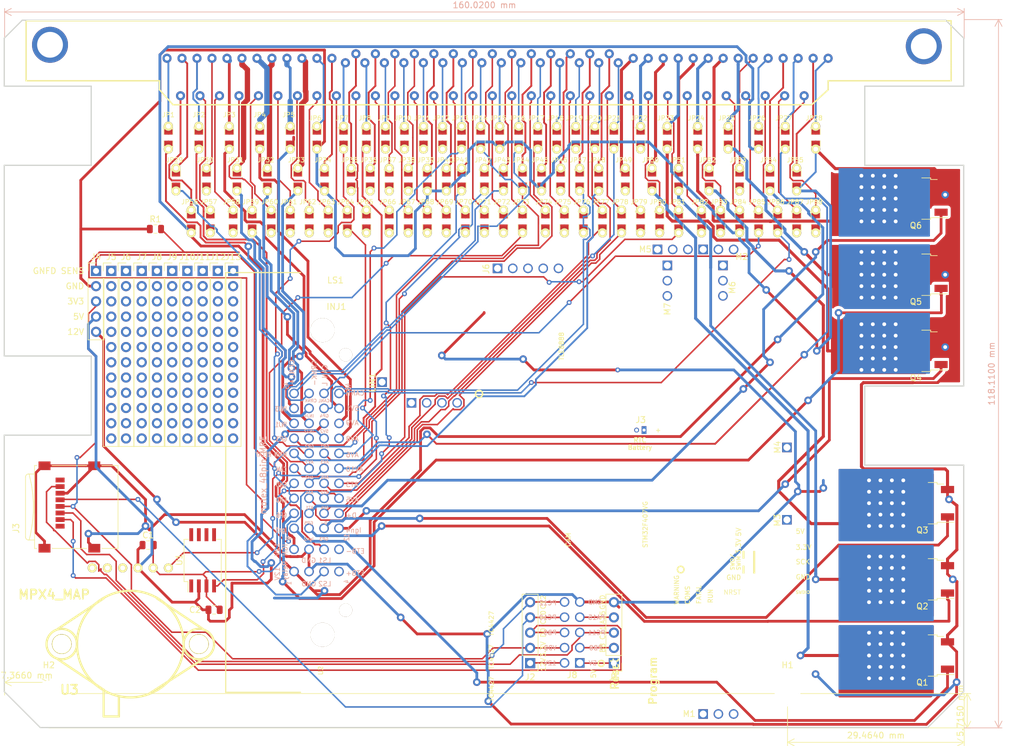
<source format=kicad_pcb>
(kicad_pcb (version 20210126) (generator pcbnew)
  (layers (0 "F.Cu" signal) (31 "B.Cu" signal) (34 "B.Paste" user) (35 "F.Paste" user) (36 "B.SilkS" user "B.Silkscreen") (37 "F.SilkS" user "F.Silkscreen") (38 "B.Mask" user) (39 "F.Mask" user) (44 "Edge.Cuts" user))
  (net 0 "")
  (net 1 "Net-(*ref1-Pad1)")
  (net 2 "Net-(*ref1-Pad29)")
  (net 3 "Net-(*ref1-Pad2)")
  (net 4 "Net-(*ref1-Pad30)")
  (net 5 "Net-(*ref1-Pad3)")
  (net 6 "Net-(*ref1-Pad31)")
  (net 7 "Net-(*ref1-Pad4)")
  (net 8 "Net-(*ref1-Pad32)")
  (net 9 "Net-(*ref1-Pad5)")
  (net 10 "Net-(*ref1-Pad33)")
  (net 11 "Net-(*ref1-Pad6)")
  (net 12 "Net-(*ref1-Pad34)")
  (net 13 "Net-(*ref1-Pad7)")
  (net 14 "Net-(*ref1-Pad35)")
  (net 15 "Net-(*ref1-Pad8)")
  (net 16 "Net-(*ref1-Pad36)")
  (net 17 "Net-(*ref1-Pad9)")
  (net 18 "Net-(*ref1-Pad37)")
  (net 19 "Net-(*ref1-Pad10)")
  (net 20 "Net-(*ref1-Pad38)")
  (net 21 "Net-(*ref1-Pad11)")
  (net 22 "Net-(*ref1-Pad39)")
  (net 23 "Net-(*ref1-Pad12)")
  (net 24 "Net-(*ref1-Pad40)")
  (net 25 "Net-(*ref1-Pad13)")
  (net 26 "Net-(*ref1-Pad41)")
  (net 27 "Net-(*ref1-Pad14)")
  (net 28 "Net-(*ref1-Pad42)")
  (net 29 "Net-(*ref1-Pad15)")
  (net 30 "Net-(*ref1-Pad43)")
  (net 31 "Net-(*ref1-Pad16)")
  (net 32 "Net-(*ref1-Pad44)")
  (net 33 "Net-(*ref1-Pad17)")
  (net 34 "Net-(*ref1-Pad45)")
  (net 35 "Net-(*ref1-Pad18)")
  (net 36 "Net-(*ref1-Pad46)")
  (net 37 "Net-(*ref1-Pad19)")
  (net 38 "Net-(*ref1-Pad47)")
  (net 39 "Net-(*ref1-Pad20)")
  (net 40 "Net-(*ref1-Pad48)")
  (net 41 "Net-(*ref1-Pad21)")
  (net 42 "Net-(*ref1-Pad49)")
  (net 43 "Net-(*ref1-Pad22)")
  (net 44 "Net-(*ref1-Pad50)")
  (net 45 "Net-(*ref1-Pad23)")
  (net 46 "Net-(*ref1-Pad51)")
  (net 47 "Net-(*ref1-Pad24)")
  (net 48 "Net-(*ref1-Pad52)")
  (net 49 "Net-(*ref1-Pad25)")
  (net 50 "Net-(*ref1-Pad53)")
  (net 51 "Net-(*ref1-Pad26)")
  (net 52 "Net-(*ref1-Pad54)")
  (net 53 "Net-(*ref1-Pad27)")
  (net 54 "Net-(*ref1-Pad55)")
  (net 55 "Net-(*ref1-Pad28)")
  (net 56 "Net-(*ref1-Pad56)")
  (net 57 "Net-(*ref1-Pad57)")
  (net 58 "Net-(*ref1-Pad58)")
  (net 59 "Net-(*ref1-Pad59)")
  (net 60 "Net-(*ref1-Pad60)")
  (net 61 "Net-(*ref1-Pad61)")
  (net 62 "Net-(*ref1-Pad62)")
  (net 63 "Net-(*ref1-Pad63)")
  (net 64 "Net-(*ref1-Pad64)")
  (net 65 "Net-(*ref1-Pad65)")
  (net 66 "Net-(*ref1-Pad66)")
  (net 67 "Net-(*ref1-Pad67)")
  (net 68 "Net-(*ref1-Pad68)")
  (net 69 "Net-(*ref1-Pad69)")
  (net 70 "Net-(*ref1-Pad70)")
  (net 71 "Net-(*ref1-Pad71)")
  (net 72 "Net-(*ref1-Pad72)")
  (net 73 "Net-(*ref1-Pad73)")
  (net 74 "Net-(*ref1-Pad74)")
  (net 75 "Net-(*ref1-Pad75)")
  (net 76 "Net-(*ref1-Pad76)")
  (net 77 "Net-(*ref1-Pad77)")
  (net 78 "Net-(*ref1-Pad78)")
  (net 79 "Net-(*ref1-Pad79)")
  (net 80 "Net-(*ref1-Pad80)")
  (net 81 "Net-(*ref1-Pad82)")
  (net 82 "Net-(*ref1-Pad83)")
  (net 83 "Net-(*ref1-Pad84)")
  (net 84 "Net-(*ref1-Pad85)")
  (net 85 "Net-(*ref1-Pad86)")
  (net 86 "Net-(*ref1-Pad87)")
  (net 87 "Net-(*ref1-Pad88)")
  (net 88 "Net-(*ref1-Pad81)")
  (net 89 "GND")
  (net 90 "/IGN_1")
  (net 91 "/12_MAIN_RELAY")
  (net 92 "/GND_SENS")
  (net 93 "/IGN_2")
  (net 94 "/IGN_3")
  (net 95 "/FUEL_RELAY_GP1")
  (net 96 "/ICV_CLOSE_LS1")
  (net 97 "/INJ5")
  (net 98 "/INJ6")
  (net 99 "/INJ4")
  (net 100 "/P7")
  (net 101 "/MIL_GP3")
  (net 102 "/P9")
  (net 103 "/P10")
  (net 104 "/P11")
  (net 105 "/P12")
  (net 106 "/CRANK+")
  (net 107 "/CAM")
  (net 108 "/INTAKE_CHRG_VLV")
  (net 109 "/P19")
  (net 110 "/P20")
  (net 111 "/P21")
  (net 112 "/P22")
  (net 113 "/COIL_4")
  (net 114 "/COIL_6")
  (net 115 "/COIL_5")
  (net 116 "/MAIN_RELAY")
  (net 117 "/IDLE_LS2")
  (net 118 "/P30")
  (net 119 "/INJ3")
  (net 120 "/INJ2")
  (net 121 "/INJ1")
  (net 122 "/P35")
  (net 123 "/P36")
  (net 124 "/P37")
  (net 125 "/P38")
  (net 126 "/P42")
  (net 127 "/CRANK-")
  (net 128 "/ECON")
  (net 129 "/P47")
  (net 130 "/AC_OUT_AV10")
  (net 131 "/P49")
  (net 132 "/COIL_1")
  (net 133 "/COIL_2")
  (net 134 "/COIL_3")
  (net 135 "/P53")
  (net 136 "/12V_KEY")
  (net 137 "/P57")
  (net 138 "/P58")
  (net 139 "/5V_SENS1")
  (net 140 "/P60")
  (net 141 "/P61")
  (net 142 "/P62")
  (net 143 "/P63")
  (net 144 "/AC_PRESS")
  (net 145 "/P66")
  (net 146 "/P67")
  (net 147 "/P68")
  (net 148 "/KNOCK_4_5")
  (net 149 "/KNOCK_1_3")
  (net 150 "/P71")
  (net 151 "/P72")
  (net 152 "/P73")
  (net 153 "/P74")
  (net 154 "/P75")
  (net 155 "/P76")
  (net 156 "/IAT_AT2")
  (net 157 "/CLT_AT1")
  (net 158 "/P79")
  (net 159 "/P80")
  (net 160 "/P82")
  (net 161 "/P83")
  (net 162 "/CAN_L")
  (net 163 "/CAN_H")
  (net 164 "/P87")
  (net 165 "/P88")
  (net 166 "/IGN_4")
  (net 167 "/GP6")
  (net 168 "/GP5")
  (net 169 "/J807_PA15")
  (net 170 "/J805_PC11")
  (net 171 "/J803_PB8")
  (net 172 "/J801_5V")
  (net 173 "/J810_PC12")
  (net 174 "/J808_PC10")
  (net 175 "/J806_PB9")
  (net 176 "/J804_3.3V")
  (net 177 "/J802_12V")
  (net 178 "/BARO_AV5")
  (net 179 "/NEUTRAL_IN_AT3")
  (net 180 "/AC_IN_AT4")
  (net 181 "/MAP_AV1")
  (net 182 "/5V_SENS2")
  (net 183 "/MAF_AV4")
  (net 184 "/P13")
  (footprint "Motronic_88pin:88pin_STS_2" (layer "F.Cu") (at 102.0064 46.4566)
    (fp_text reference "*ref1" hide)
    (fp_text value "Motronic_88pin" hide)
  )
  (footprint "rusefi_lib:SM0805_jumper" (layer "F.Cu") (at 102.235 59.69 -90)
    (fp_text reference "JP1")
    (fp_text value "Jumper_2_Open" hide)
  )
  (footprint "rusefi_lib:SM0805_jumper" (layer "F.Cu") (at 107.315 59.69 -90)
    (fp_text reference "JP2")
    (fp_text value "Jumper_2_Open" hide)
  )
  (footprint "rusefi_lib:SM0805_jumper" (layer "F.Cu") (at 112.395 59.69 -90)
    (fp_text reference "JP3")
    (fp_text value "Jumper_2_Open" hide)
  )
  (footprint "rusefi_lib:SM0805_jumper" (layer "F.Cu") (at 117.475 59.69 -90)
    (fp_text reference "JP4")
    (fp_text value "Jumper_2_Open" hide)
  )
  (footprint "rusefi_lib:SM0805_jumper" (layer "F.Cu") (at 122.555 59.69 -90)
    (fp_text reference "JP5")
    (fp_text value "Jumper_2_Open" hide)
  )
  (footprint "rusefi_lib:SM0805_jumper" (layer "F.Cu") (at 127 59.69 -90)
    (fp_text reference "JP6")
    (fp_text value "Jumper_2_Open" hide)
  )
  (footprint "rusefi_lib:SM0805_jumper" (layer "F.Cu") (at 131.445 59.69 -90)
    (fp_text reference "JP7")
    (fp_text value "Jumper_2_Open" hide)
  )
  (footprint "rusefi_lib:SM0805_jumper" (layer "F.Cu") (at 135.255 59.69 -90)
    (fp_text reference "JP8")
    (fp_text value "Jumper_2_Open" hide)
  )
  (footprint "rusefi_lib:SM0805_jumper" (layer "F.Cu") (at 138.43 59.69 -90)
    (fp_text reference "JP9")
    (fp_text value "Jumper_2_Open" hide)
  )
  (footprint "rusefi_lib:SM0805_jumper" (layer "F.Cu") (at 141.605 59.69 -90)
    (fp_text reference "JP10")
    (fp_text value "Jumper_2_Open" hide)
  )
  (footprint "rusefi_lib:SM0805_jumper" (layer "F.Cu") (at 144.78 59.69 -90)
    (fp_text reference "JP11")
    (fp_text value "Jumper_2_Open" hide)
  )
  (footprint "rusefi_lib:SM0805_jumper" (layer "F.Cu") (at 147.955 59.69 -90)
    (fp_text reference "JP12")
    (fp_text value "Jumper_2_Open" hide)
  )
  (footprint "rusefi_lib:SM0805_jumper" (layer "F.Cu") (at 151.13 59.69 -90)
    (fp_text reference "JP13")
    (fp_text value "Jumper_2_Open" hide)
  )
  (footprint "rusefi_lib:SM0805_jumper" (layer "F.Cu") (at 154.305 59.69 -90)
    (fp_text reference "JP14")
    (fp_text value "Jumper_2_Open" hide)
  )
  (footprint "rusefi_lib:SM0805_jumper" (layer "F.Cu") (at 157.48 59.69 -90)
    (fp_text reference "JP15")
    (fp_text value "Jumper_2_Open" hide)
  )
  (footprint "rusefi_lib:SM0805_jumper" (layer "F.Cu") (at 160.655 59.69 -90)
    (fp_text reference "JP16")
    (fp_text value "Jumper_2_Open" hide)
  )
  (footprint "rusefi_lib:SM0805_jumper" (layer "F.Cu") (at 163.83 59.69 -90)
    (fp_text reference "JP17")
    (fp_text value "Jumper_2_Open" hide)
  )
  (footprint "rusefi_lib:SM0805_jumper" (layer "F.Cu") (at 167.005 59.69 -90)
    (fp_text reference "JP18")
    (fp_text value "Jumper_2_Open" hide)
  )
  (footprint "rusefi_lib:SM0805_jumper" (layer "F.Cu") (at 170.18 59.69 -90)
    (fp_text reference "JP19")
    (fp_text value "Jumper_2_Open" hide)
  )
  (footprint "rusefi_lib:SM0805_jumper" (layer "F.Cu") (at 173.355 59.69 -90)
    (fp_text reference "JP20")
    (fp_text value "Jumper_2_Open" hide)
  )
  (footprint "rusefi_lib:SM0805_jumper" (layer "F.Cu") (at 176.53 59.69 -90)
    (fp_text reference "JP21")
    (fp_text value "Jumper_2_Open" hide)
  )
  (footprint "rusefi_lib:SM0805_jumper" (layer "F.Cu") (at 180.975 59.69 -90)
    (fp_text reference "JP22")
    (fp_text value "Jumper_2_Open" hide)
  )
  (footprint "rusefi_lib:SM0805_jumper" (layer "F.Cu") (at 185.42 59.69 -90)
    (fp_text reference "JP23")
    (fp_text value "Jumper_2_Open" hide)
  )
  (footprint "rusefi_lib:SM0805_jumper" (layer "F.Cu") (at 190.5 59.69 -90)
    (fp_text reference "JP24")
    (fp_text value "Jumper_2_Open" hide)
  )
  (footprint "rusefi_lib:SM0805_jumper" (layer "F.Cu") (at 195.58 59.69 -90)
    (fp_text reference "JP25")
    (fp_text value "Jumper_2_Open" hide)
  )
  (footprint "rusefi_lib:SM0805_jumper" (layer "F.Cu") (at 200.66 59.69 -90)
    (fp_text reference "JP26")
    (fp_text value "Jumper_2_Open" hide)
  )
  (footprint "rusefi_lib:SM0805_jumper" (layer "F.Cu") (at 205.105 59.69 -90)
    (fp_text reference "JP27")
    (fp_text value "Jumper_2_Open" hide)
  )
  (footprint "rusefi_lib:SM0805_jumper" (layer "F.Cu") (at 210.185 59.69 -90)
    (fp_text reference "JP28")
    (fp_text value "Jumper_2_Open" hide)
  )
  (footprint "rusefi_lib:SM0805_jumper" (layer "F.Cu") (at 103.505 66.675 -90)
    (fp_text reference "JP29")
    (fp_text value "Jumper_2_Open" hide)
  )
  (footprint "rusefi_lib:SM0805_jumper" (layer "F.Cu") (at 108.585 66.675 -90)
    (fp_text reference "JP30")
    (fp_text value "Jumper_2_Open" hide)
  )
  (footprint "rusefi_lib:SM0805_jumper" (layer "F.Cu") (at 113.665 66.675 -90)
    (fp_text reference "JP31")
    (fp_text value "Jumper_2_Open" hide)
  )
  (footprint "rusefi_lib:SM0805_jumper" (layer "F.Cu") (at 118.745 66.675 -90)
    (fp_text reference "JP32")
    (fp_text value "Jumper_2_Open" hide)
  )
  (footprint "rusefi_lib:SM0805_jumper" (layer "F.Cu") (at 123.825 66.675 -90)
    (fp_text reference "JP33")
    (fp_text value "Jumper_2_Open" hide)
  )
  (footprint "rusefi_lib:SM0805_jumper" (layer "F.Cu") (at 128.27 66.675 -90)
    (fp_text reference "JP34")
    (fp_text value "Jumper_2_Open" hide)
  )
  (footprint "rusefi_lib:SM0805_jumper" (layer "F.Cu") (at 132.715 66.675 -90)
    (fp_text reference "JP35")
    (fp_text value "Jumper_2_Open" hide)
  )
  (footprint "rusefi_lib:SM0805_jumper" (layer "F.Cu") (at 135.89 66.675 -90)
    (fp_text reference "JP36")
    (fp_text value "Jumper_2_Open" hide)
  )
  (footprint "rusefi_lib:SM0805_jumper" (layer "F.Cu") (at 139.065 66.675 -90)
    (fp_text reference "JP37")
    (fp_text value "Jumper_2_Open" hide)
  )
  (footprint "rusefi_lib:SM0805_jumper" (layer "F.Cu") (at 142.24 66.675 -90)
    (fp_text reference "JP38")
    (fp_text value "Jumper_2_Open" hide)
  )
  (footprint "rusefi_lib:SM0805_jumper" (layer "F.Cu") (at 145.415 66.675 -90)
    (fp_text reference "JP39")
    (fp_text value "Jumper_2_Open" hide)
  )
  (footprint "rusefi_lib:SM0805_jumper" (layer "F.Cu") (at 148.59 66.675 -90)
    (fp_text reference "JP40")
    (fp_text value "Jumper_2_Open" hide)
  )
  (footprint "rusefi_lib:SM0805_jumper" (layer "F.Cu") (at 151.13 66.675 -90)
    (fp_text reference "JP41")
    (fp_text value "Jumper_2_Open" hide)
  )
  (footprint "rusefi_lib:SM0805_jumper" (layer "F.Cu") (at 154.94 66.675 -90)
    (fp_text reference "JP42")
    (fp_text value "Jumper_2_Open" hide)
  )
  (footprint "rusefi_lib:SM0805_jumper" (layer "F.Cu") (at 158.115 66.675 -90)
    (fp_text reference "JP43")
    (fp_text value "Jumper_2_Open" hide)
  )
  (footprint "rusefi_lib:SM0805_jumper" (layer "F.Cu") (at 161.29 66.675 -90)
    (fp_text reference "JP44")
    (fp_text value "Jumper_2_Open" hide)
  )
  (footprint "rusefi_lib:SM0805_jumper" (layer "F.Cu") (at 164.465 66.675 -90)
    (fp_text reference "JP45")
    (fp_text value "Jumper_2_Open" hide)
  )
  (footprint "rusefi_lib:SM0805_jumper" (layer "F.Cu") (at 167.64 66.675 -90)
    (fp_text reference "JP46")
    (fp_text value "Jumper_2_Open" hide)
  )
  (footprint "rusefi_lib:SM0805_jumper" (layer "F.Cu") (at 170.815 66.675 -90)
    (fp_text reference "JP47")
    (fp_text value "Jumper_2_Open" hide)
  )
  (footprint "rusefi_lib:SM0805_jumper" (layer "F.Cu") (at 173.99 66.675 -90)
    (fp_text reference "JP48")
    (fp_text value "Jumper_2_Open" hide)
  )
  (footprint "rusefi_lib:SM0805_jumper" (layer "F.Cu") (at 182.88 66.675 -90)
    (fp_text reference "JP50")
    (fp_text value "Jumper_2_Open" hide)
  )
  (footprint "rusefi_lib:SM0805_jumper" (layer "F.Cu") (at 187.325 66.675 -90)
    (fp_text reference "JP51")
    (fp_text value "Jumper_2_Open" hide)
  )
  (footprint "rusefi_lib:SM0805_jumper" (layer "F.Cu") (at 192.405 66.675 -90)
    (fp_text reference "JP52")
    (fp_text value "Jumper_2_Open" hide)
  )
  (footprint "rusefi_lib:SM0805_jumper" (layer "F.Cu") (at 197.485 66.675 -90)
    (fp_text reference "JP53")
    (fp_text value "Jumper_2_Open" hide)
  )
  (footprint "rusefi_lib:SM0805_jumper" (layer "F.Cu") (at 202.565 66.675 -90)
    (fp_text reference "JP54")
    (fp_text value "Jumper_2_Open" hide)
  )
  (footprint "rusefi_lib:SM0805_jumper" (layer "F.Cu") (at 207.01 66.675 -90)
    (fp_text reference "JP55")
    (fp_text value "Jumper_2_Open" hide)
  )
  (footprint "rusefi_lib:SM0805_jumper" (layer "F.Cu") (at 106.045 73.66 -90)
    (fp_text reference "JP56")
    (fp_text value "Jumper_2_Open" hide)
  )
  (footprint "rusefi_lib:SM0805_jumper" (layer "F.Cu") (at 109.22 73.66 -90)
    (fp_text reference "JP57")
    (fp_text value "Jumper_2_Open" hide)
  )
  (footprint "rusefi_lib:SM0805_jumper" (layer "F.Cu") (at 113.03 73.66 -90)
    (fp_text reference "JP58")
    (fp_text value "Jumper_2_Open" hide)
  )
  (footprint "rusefi_lib:SM0805_jumper" (layer "F.Cu") (at 119.38 73.66 -90)
    (fp_text reference "JP60")
    (fp_text value "Jumper_2_Open" hide)
  )
  (footprint "rusefi_lib:SM0805_jumper" (layer "F.Cu") (at 122.555 73.66 -90)
    (fp_text reference "JP61")
    (fp_text value "Jumper_2_Open" hide)
  )
  (footprint "rusefi_lib:SM0805_jumper" (layer "F.Cu") (at 125.73 73.66 -90)
    (fp_text reference "JP62")
    (fp_text value "Jumper_2_Open" hide)
  )
  (footprint "rusefi_lib:SM0805_jumper" (layer "F.Cu") (at 128.905 73.66 -90)
    (fp_text reference "JP63")
    (fp_text value "Jumper_2_Open" hide)
  )
  (footprint "rusefi_lib:SM0805_jumper" (layer "F.Cu") (at 132.08 73.66 -90)
    (fp_text reference "JP64")
    (fp_text value "Jumper_2_Open" hide)
  )
  (footprint "rusefi_lib:SM0805_jumper" (layer "F.Cu") (at 135.255 73.66 -90)
    (fp_text reference "JP65")
    (fp_text value "Jumper_2_Open" hide)
  )
  (footprint "rusefi_lib:SM0805_jumper" (layer "F.Cu") (at 139.065 73.66 -90)
    (fp_text reference "JP66")
    (fp_text value "Jumper_2_Open" hide)
  )
  (footprint "rusefi_lib:SM0805_jumper" (layer "F.Cu") (at 142.24 73.66 -90)
    (fp_text reference "JP67")
    (fp_text value "Jumper_2_Open" hide)
  )
  (footprint "rusefi_lib:SM0805_jumper" (layer "F.Cu") (at 145.415 73.66 -90)
    (fp_text reference "JP68")
    (fp_text value "Jumper_2_Open" hide)
  )
  (footprint "rusefi_lib:SM0805_jumper" (layer "F.Cu") (at 148.59 73.66 -90)
    (fp_text reference "JP69")
    (fp_text value "Jumper_2_Open" hide)
  )
  (footprint "rusefi_lib:SM0805_jumper" (layer "F.Cu") (at 151.765 73.66 -90)
    (fp_text reference "JP70")
    (fp_text value "Jumper_2_Open" hide)
  )
  (footprint "rusefi_lib:SM0805_jumper" (layer "F.Cu") (at 154.94 73.66 -90)
    (fp_text reference "JP71")
    (fp_text value "Jumper_2_Open" hide)
  )
  (footprint "rusefi_lib:SM0805_jumper" (layer "F.Cu") (at 158.115 73.66 -90)
    (fp_text reference "JP72")
    (fp_text value "Jumper_2_Open" hide)
  )
  (footprint "rusefi_lib:SM0805_jumper" (layer "F.Cu") (at 161.29 73.66 -90)
    (fp_text reference "JP73")
    (fp_text value "Jumper_2_Open" hide)
  )
  (footprint "rusefi_lib:SM0805_jumper" (layer "F.Cu") (at 165.1 73.66 -90)
    (fp_text reference "JP74")
    (fp_text value "Jumper_2_Open" hide)
  )
  (footprint "rusefi_lib:SM0805_jumper" (layer "F.Cu") (at 168.275 73.66 -90)
    (fp_text reference "JP75")
    (fp_text value "Jumper_2_Open" hide)
  )
  (footprint "rusefi_lib:SM0805_jumper" (layer "F.Cu") (at 171.45 73.66 -90)
    (fp_text reference "JP76")
    (fp_text value "Jumper_2_Open" hide)
  )
  (footprint "rusefi_lib:SM0805_jumper" (layer "F.Cu") (at 174.625 73.66 -90)
    (fp_text reference "JP77")
    (fp_text value "Jumper_2_Open" hide)
  )
  (footprint "rusefi_lib:SM0805_jumper" (layer "F.Cu") (at 177.8 73.66 -90)
    (fp_text reference "JP78")
    (fp_text value "Jumper_2_Open" hide)
  )
  (footprint "rusefi_lib:SM0805_jumper" (layer "F.Cu") (at 180.975 73.66 -90)
    (fp_text reference "JP79")
    (fp_text value "Jumper_2_Open" hide)
  )
  (footprint "rusefi_lib:SM0805_jumper" (layer "F.Cu") (at 184.15 73.66 -90)
    (fp_text reference "JP80")
    (fp_text value "Jumper_2_Open" hide)
  )
  (footprint "rusefi_lib:SM0805_jumper" (layer "F.Cu") (at 187.325 73.66 -90)
    (fp_text reference "JP81")
    (fp_text value "Jumper_2_Open" hide)
  )
  (footprint "rusefi_lib:SM0805_jumper" (layer "F.Cu") (at 191.135 73.66 -90)
    (fp_text reference "JP82")
    (fp_text value "Jumper_2_Open" hide)
  )
  (footprint "rusefi_lib:SM0805_jumper" (layer "F.Cu") (at 194.31 73.66 -90)
    (fp_text reference "JP83")
    (fp_text value "Jumper_2_Open" hide)
  )
  (footprint "rusefi_lib:SM0805_jumper" (layer "F.Cu") (at 197.485 73.66 -90)
    (fp_text reference "JP84")
    (fp_text value "Jumper_2_Open" hide)
  )
  (footprint "rusefi_lib:SM0805_jumper" (layer "F.Cu") (at 200.66 73.66 -90)
    (fp_text reference "JP85")
    (fp_text value "Jumper_2_Open" hide)
  )
  (footprint "rusefi_lib:SM0805_jumper" (layer "F.Cu") (at 203.835 73.66 -90)
    (fp_text reference "JP86")
    (fp_text value "Jumper_2_Open" hide)
  )
  (footprint "rusefi_lib:SM0805_jumper" (layer "F.Cu") (at 207.01 73.66 -90)
    (fp_text reference "JP87")
    (fp_text value "Jumper_2_Open" hide)
  )
  (footprint "rusefi_lib:SM0805_jumper" (layer "F.Cu") (at 210.185 73.66 -90)
    (fp_text reference "JP88")
    (fp_text value "Jumper_2_Open" hide)
  )
  (footprint "rusefi_lib:SM0805_jumper" (layer "F.Cu") (at 116.205 73.66 -90)
    (fp_text reference "JP59")
    (fp_text value "Jumper_2_Open" hide)
  )
  (footprint "rusefi_lib:SM0805_jumper" (layer "F.Cu") (at 178.435 66.675 -90)
    (fp_text reference "JP49")
    (fp_text value "Jumper_2_Open" hide)
  )
  (footprint "Package_TO_SOT_SMD:TO-252-2" (layer "F.Cu") (at 227.965 146.05 180)
    (fp_text reference "Q1")
    (fp_text value "NGD8201AN")
  )
  (footprint "Package_TO_SOT_SMD:TO-252-2" (layer "F.Cu") (at 226.89 69.85 180)
    (fp_text reference "Q6")
    (fp_text value "NGD8201AN")
  )
  (footprint "Package_TO_SOT_SMD:TO-252-2" (layer "F.Cu") (at 227.965 133.35 180)
    (fp_text reference "Q2")
    (fp_text value "NGD8201AN")
  )
  (footprint "Package_TO_SOT_SMD:TO-252-2" (layer "F.Cu") (at 226.89 82.55 180)
    (fp_text reference "Q5")
    (fp_text value "NGD8201AN")
  )
  (footprint "Package_TO_SOT_SMD:TO-252-2" (layer "F.Cu") (at 227.965 120.65 180)
    (fp_text reference "Q3")
    (fp_text value "NGD8201AN")
  )
  (footprint "Package_TO_SOT_SMD:TO-252-2" (layer "F.Cu") (at 226.89 95.25 180)
    (fp_text reference "Q4")
    (fp_text value "NGD8201AN")
  )
  (footprint "Connector_PinHeader_2.54mm:PinHeader_1x05_P2.54mm_Vertical" (layer "F.Cu") (at 176.53 147.32 180)
    (fp_text reference "J1")
    (fp_text value "Conn_01x05")
  )
  (footprint "Connector_PinHeader_2.54mm:PinHeader_1x05_P2.54mm_Vertical" (layer "F.Cu") (at 162.56 147.32 180)
    (fp_text reference "J2")
    (fp_text value "Conn_01x05")
  )
  (footprint "rusefi_lib:Molex_48_MRE_with-extras" (layer "F.Cu") (at 123.19 132.08 90)
    (fp_text reference "U2")
    (fp_text value "molex_48pin_MRE")
  )
  (footprint "rusefi_lib:microSD_HC_Wuerth_693072010801" (layer "F.Cu") (at 85.725 121.285 90)
    (fp_text reference "J3")
    (fp_text value "Micro_SD_Card")
  )
  (footprint "rusefi_lib:MPX-4_MAP" (layer "F.Cu") (at 95.885 147.955 180)
    (fp_text reference "U3")
    (fp_text value "MPX4_MAP")
  )
  (footprint "Capacitor_SMD:C_0805_2012Metric" (layer "F.Cu") (at 98.860001 127.635)
    (fp_text reference "C1")
    (fp_text value "100nF")
  )
  (footprint "Capacitor_SMD:C_0805_2012Metric" (layer "F.Cu") (at 109.855 138.43)
    (fp_text reference "C2")
    (fp_text value "100nF")
  )
  (footprint "Connector_PinHeader_2.54mm:PinHeader_1x05_P2.54mm_Vertical" (layer "F.Cu") (at 90.17 81.915)
    (fp_text reference "J4")
    (fp_text value "Conn_01x05")
  )
  (footprint "Connector_PinHeader_2.54mm:PinHeader_1x12_P2.54mm_Vertical" (layer "F.Cu") (at 92.71 81.915)
    (fp_text reference "J5")
    (fp_text value "Conn_01x12")
  )
  (footprint "Connector_PinHeader_2.54mm:PinHeader_1x12_P2.54mm_Vertical" (layer "F.Cu") (at 95.170001 81.915)
    (fp_text reference "J6")
    (fp_text value "Conn_01x12")
  )
  (footprint "Connector_PinHeader_2.54mm:PinHeader_1x12_P2.54mm_Vertical" (layer "F.Cu") (at 97.79 81.915)
    (fp_text reference "J7")
    (fp_text value "Conn_01x12")
  )
  (footprint "Connector_PinHeader_2.54mm:PinHeader_1x12_P2.54mm_Vertical" (layer "F.Cu") (at 100.33 81.915)
    (fp_text reference "J8")
    (fp_text value "Conn_01x12")
  )
  (footprint "Connector_PinHeader_2.54mm:PinHeader_1x12_P2.54mm_Vertical" (layer "F.Cu") (at 102.87 81.915)
    (fp_text reference "J9")
    (fp_text value "Conn_01x12")
  )
  (footprint "Connector_PinHeader_2.54mm:PinHeader_1x12_P2.54mm_Vertical" (layer "F.Cu") (at 105.41 81.915)
    (fp_text reference "J10")
    (fp_text value "Conn_01x12")
  )
  (footprint "Connector_PinHeader_2.54mm:PinHeader_1x12_P2.54mm_Vertical" (layer "F.Cu") (at 107.95 81.915)
    (fp_text reference "J11")
    (fp_text value "Conn_01x12")
  )
  (footprint "Connector_PinHeader_2.54mm:PinHeader_1x12_P2.54mm_Vertical" (layer "F.Cu") (at 110.49 81.915)
    (fp_text reference "J12")
    (fp_text value "Conn_01x12")
  )
  (footprint "Connector_PinHeader_2.54mm:PinHeader_1x12_P2.54mm_Vertical" (layer "F.Cu") (at 113.03 81.915)
    (fp_text reference "J13")
    (fp_text value "Conn_01x12")
  )
  (footprint "Package_SO:SSO-8_6.8x5.9mm_P1.27mm_Clearance7mm" (layer "F.Cu") (at 107.95 130.175 90)
    (fp_text reference "U1")
    (fp_text value "MPXA6115A")
  )
  (footprint "MountingHole:MountingHole_4.3mm_M4_DIN965" (layer "F.Cu") (at 205.486 152.4)
    (fp_text reference "H1")
    (fp_text value "MountingHole")
  )
  (footprint "MountingHole:MountingHole_4.3mm_M4_DIN965" (layer "F.Cu") (at 82.296 152.4)
    (fp_text reference "H2")
    (fp_text value "MountingHole")
  )
  (footprint "Resistor_SMD:R_0805_2012Metric" (layer "F.Cu") (at 100.076 74.93)
    (fp_text reference "R1")
    (fp_text value "1k")
  )
  (gr_line (start 89.3638 109.3048) (end 89.3638 96.1048) (layer "Edge.Cuts") (width 0.2))
  (gr_line (start 218.3638 114.3048) (end 234.8638 114.3048) (layer "Edge.Cuts") (width 0.2))
  (gr_line (start 234.8638 64.3048) (end 234.8638 101.1048) (layer "Edge.Cuts") (width 0.2))
  (gr_line (start 74.8638 64.3048) (end 89.3638 64.3048) (layer "Edge.Cuts") (width 0.2))
  (gr_line (start 231.8638 40.1048) (end 234.8638 43.1048) (layer "Edge.Cuts") (width 0.2))
  (gr_line (start 74.8638 109.3048) (end 89.3638 109.3048) (layer "Edge.Cuts") (width 0.2))
  (gr_line (start 89.3638 64.3048) (end 89.3638 51.1048) (layer "Edge.Cuts") (width 0.2))
  (gr_line (start 234.8638 43.1048) (end 234.8638 51.1048) (layer "Edge.Cuts") (width 0.2))
  (gr_line (start 74.8638 96.1048) (end 74.8638 64.3048) (layer "Edge.Cuts") (width 0.2))
  (gr_line (start 218.3638 51.1048) (end 218.3638 64.3048) (layer "Edge.Cuts") (width 0.2))
  (gr_line (start 218.3638 64.3048) (end 234.8638 64.3048) (layer "Edge.Cuts") (width 0.2))
  (gr_line (start 77.8638 40.1048) (end 231.8638 40.1048) (layer "Edge.Cuts") (width 0.2))
  (gr_line (start 89.3638 51.1048) (end 74.8638 51.1048) (layer "Edge.Cuts") (width 0.2))
  (gr_line (start 234.8638 114.3048) (end 234.8638 152.0628) (layer "Edge.Cuts") (width 0.2))
  (gr_line (start 89.3638 96.1048) (end 74.8638 96.1048) (layer "Edge.Cuts") (width 0.2))
  (gr_line (start 234.8638 152.0628) (end 228.8638 158.0628) (layer "Edge.Cuts") (width 0.2))
  (gr_line (start 74.8638 152.0628) (end 74.8638 109.3048) (layer "Edge.Cuts") (width 0.2))
  (gr_line (start 218.3638 101.1048) (end 218.3638 114.3048) (layer "Edge.Cuts") (width 0.2))
  (gr_line (start 234.8638 101.1048) (end 218.3638 101.1048) (layer "Edge.Cuts") (width 0.2))
  (gr_line (start 234.8638 51.1048) (end 218.3638 51.1048) (layer "Edge.Cuts") (width 0.2))
  (gr_line (start 80.8638 158.0628) (end 74.8638 152.0628) (layer "Edge.Cuts") (width 0.2))
  (gr_line (start 74.8638 51.1048) (end 74.8638 43.1048) (layer "Edge.Cuts") (width 0.2))
  (gr_line (start 228.8638 158.0628) (end 80.8638 158.0628) (layer "Edge.Cuts") (width 0.2))
  (gr_line (start 74.8638 43.1048) (end 77.8638 40.1048) (layer "Edge.Cuts") (width 0.2))
  (gr_text "3V3" (at 88.265 86.995) (layer "F.SilkS") (effects (font (size 1 1)) (justify right)))
  (gr_text "5V" (at 88.265 89.535) (layer "F.SilkS") (effects (font (size 1 1)) (justify right)))
  (gr_text "12V" (at 88.265 92.075) (layer "F.SilkS") (effects (font (size 1 1)) (justify right)))
  (gr_text "GNFD SENS" (at 88.265 81.915) (layer "F.SilkS") (effects (font (size 1 1)) (justify right)))
  (gr_text "GND" (at 88.265 84.455) (layer "F.SilkS") (effects (font (size 1 1)) (justify right)))
  (dimension (type aligned) (layer "B.SilkS") (pts (xy 234.95 40.005) (xy 234.95 158.115)) (height -5.715) (gr_text "118.1100 mm" (at 241.815 99.06 270) (layer "B.SilkS") (effects (font (size 1 1) (thickness 0.15)))) (format (units 2) (units_format 1) (precision 4)) (style (thickness 0.12) (arrow_length 1.27) (text_position_mode 0) (extension_height 0.58642) (extension_offset 0) keep_text_aligned))
  (dimension (type aligned) (layer "B.SilkS") (pts (xy 234.95 43.18) (xy 74.93 43.18)) (height 4.445) (gr_text "160.0200 mm" (at 154.94 37.585) (layer "B.SilkS") (effects (font (size 1 1) (thickness 0.15)))) (format (units 2) (units_format 1) (precision 4)) (style (thickness 0.12) (arrow_length 1.27) (text_position_mode 0) (extension_height 0.58642) (extension_offset 0) keep_text_aligned))
  (dimension (type aligned) (layer "F.SilkS") (pts (xy 234.95 152.4) (xy 205.486 152.4)) (height -8.128) (gr_text "29.4640 mm" (at 220.218 161.678) (layer "F.SilkS") (effects (font (size 1 1) (thickness 0.15)))) (format (units 2) (units_format 1) (precision 4)) (style (thickness 0.12) (arrow_length 1.27) (text_position_mode 0) (extension_height 0.58642) (extension_offset 0) keep_text_aligned))
  (dimension (type aligned) (layer "F.SilkS") (pts (xy 82.296 158.115) (xy 82.296 152.4)) (height 153.162) (gr_text "5.7150 mm" (at 236.608 155.2575 90) (layer "F.SilkS") (effects (font (size 1 1) (thickness 0.15)))) (format (units 2) (units_format 1) (precision 4)) (style (thickness 0.12) (arrow_length 1.27) (text_position_mode 0) (extension_height 0.58642) (extension_offset 0) keep_text_aligned))
  (dimension (type aligned) (layer "F.SilkS") (pts (xy 74.93 152.654) (xy 82.296 152.654)) (height -2.125818) (gr_text "7.3660 mm" (at 78.613 149.378182) (layer "F.SilkS") (effects (font (size 1 1) (thickness 0.15)))) (format (units 2) (units_format 1) (precision 4)) (style (thickness 0.12) (arrow_length 1.27) (text_position_mode 0) (extension_height 0.58642) (extension_offset 0) keep_text_aligned))
  (segment (start 102.235 46.6852) (end 102.0064 46.4566) (width 0.3048) (layer "B.Cu") (net 1))
  (segment (start 102.235 57.785) (end 102.235 46.6852) (width 0.3048) (layer "B.Cu") (net 1))
  (segment (start 105.374001 62.900999) (end 104.266999 64.008001) (width 0.3048) (layer "F.Cu") (net 2))
  (segment (start 104.5064 46.4566) (end 105.374001 47.324201) (width 0.3048) (layer "F.Cu") (net 2))
  (segment (start 104.266999 64.008001) (end 103.505 64.77) (width 0.3048) (layer "F.Cu") (net 2))
  (segment (start 105.374001 47.324201) (end 105.374001 62.900999) (width 0.3048) (layer "F.Cu") (net 2))
  (segment (start 107.315 54.16925) (end 106.388799 53.243049) (width 0.3048) (layer "B.Cu") (net 3))
  (segment (start 107.315 57.785) (end 107.315 54.16925) (width 0.3048) (layer "B.Cu") (net 3))
  (segment (start 107.0064 51.55255) (end 107.0064 46.4566) (width 0.3048) (layer "B.Cu") (net 3))
  (segment (start 106.388799 53.243049) (end 106.388799 52.170151) (width 0.3048) (layer "B.Cu") (net 3))
  (segment (start 106.388799 52.170151) (end 107.0064 51.55255) (width 0.3048) (layer "B.Cu") (net 3))
  (segment (start 109.5064 63.8486) (end 108.585 64.77) (width 0.254) (layer "F.Cu") (net 4))
  (segment (start 109.5064 46.4566) (end 109.5064 63.8486) (width 0.254) (layer "F.Cu") (net 4))
  (segment (start 112.395 46.8452) (end 112.0064 46.4566) (width 0.4572) (layer "F.Cu") (net 5))
  (segment (start 112.395 58.42) (end 112.395 46.8452) (width 0.4572) (layer "F.Cu") (net 5))
  (segment (start 112.395 46.8452) (end 112.0064 46.4566) (width 0.889) (layer "B.Cu") (net 5))
  (segment (start 114.78111 54.018248) (end 114.78111 63.133037) (width 0.889) (layer "F.Cu") (net 6))
  (segment (start 114.5064 46.4566) (end 114.5064 47.53423) (width 0.889) (layer "F.Cu") (net 6))
  (segment (start 114.78111 63.133037) (end 114.78111 63.65389) (width 0.4572) (layer "F.Cu") (net 6))
  (segment (start 114.59717 47.625) (end 114.683057 47.625) (width 0.889) (layer "F.Cu") (net 6))
  (segment (start 114.683057 47.625) (end 115.416101 48.358044) (width 0.889) (layer "F.Cu") (net 6))
  (segment (start 115.416101 48.358044) (end 115.416101 53.383257) (width 0.889) (layer "F.Cu") (net 6))
  (segment (start 114.78111 63.65389) (end 113.665 64.77) (width 0.4572) (layer "F.Cu") (net 6))
  (segment (start 115.416101 53.383257) (end 114.78111 54.018248) (width 0.889) (layer "F.Cu") (net 6))
  (segment (start 114.5064 47.53423) (end 114.59717 47.625) (width 0.889) (layer "F.Cu") (net 6))
  (segment (start 117.768399 47.218599) (end 117.0064 46.4566) (width 0.889) (layer "B.Cu") (net 7))
  (segment (start 118.666101 48.116301) (end 117.768399 47.218599) (width 0.889) (layer "B.Cu") (net 7))
  (segment (start 118.666101 55.516269) (end 118.666101 48.116301) (width 0.889) (layer "B.Cu") (net 7))
  (segment (start 117.475 57.785) (end 117.475 56.70737) (width 0.4572) (layer "B.Cu") (net 7))
  (segment (start 117.475 56.70737) (end 118.666101 55.516269) (width 0.889) (layer "B.Cu") (net 7))
  (segment (start 119.096699 47.943931) (end 119.5064 47.53423) (width 0.889) (layer "F.Cu") (net 8))
  (segment (start 118.745 63.754) (end 119.096699 63.402301) (width 0.889) (layer "F.Cu") (net 8))
  (segment (start 118.745 65.405) (end 118.745 63.754) (width 0.889) (layer "F.Cu") (net 8))
  (segment (start 119.096699 63.402301) (end 119.096699 47.943931) (width 0.889) (layer "F.Cu") (net 8))
  (segment (start 119.5064 47.53423) (end 119.5064 46.4566) (width 0.889) (layer "F.Cu") (net 8))
  (segment (start 122.0064 47.53423) (end 122.0064 46.4566) (width 0.889) (layer "B.Cu") (net 9))
  (segment (start 122.555 48.08283) (end 122.0064 47.53423) (width 0.4572) (layer "B.Cu") (net 9))
  (segment (start 122.555 57.785) (end 122.555 53.591558) (width 0.889) (layer "B.Cu") (net 9))
  (segment (start 122.555 53.591558) (end 122.555 48.08283) (width 0.4572) (layer "B.Cu") (net 9))
  (segment (start 125.166101 53.383257) (end 124.46 54.089358) (width 0.889) (layer "F.Cu") (net 10))
  (segment (start 124.46 54.089358) (end 124.46 64.135) (width 0.889) (layer "F.Cu") (net 10))
  (segment (start 125.095 51.958842) (end 125.166101 52.029943) (width 0.889) (layer "F.Cu") (net 10))
  (segment (start 125.095 47.0452) (end 125.095 51.958842) (width 0.889) (layer "F.Cu") (net 10))
  (segment (start 124.46 64.135) (end 123.825 64.77) (width 0.889) (layer "F.Cu") (net 10))
  (segment (start 125.166101 52.029943) (end 125.166101 53.383257) (width 0.889) (layer "F.Cu") (net 10))
  (segment (start 124.5064 46.4566) (end 125.095 47.0452) (width 0.889) (layer "F.Cu") (net 10))
  (segment (start 128.124001 47.574201) (end 127.768399 47.218599) (width 0.3048) (layer "B.Cu") (net 11))
  (segment (start 127 57.785) (end 128.124001 56.660999) (width 0.3048) (layer "B.Cu") (net 11))
  (segment (start 127.768399 47.218599) (end 127.0064 46.4566) (width 0.3048) (layer "B.Cu") (net 11))
  (segment (start 128.124001 56.660999) (end 128.124001 47.574201) (width 0.3048) (layer "B.Cu") (net 11))
  (segment (start 129.141974 52.171675) (end 129.141974 53.241525) (width 0.3048) (layer "F.Cu") (net 12))
  (segment (start 129.5064 62.45597) (end 128.27 63.69237) (width 0.3048) (layer "F.Cu") (net 12))
  (segment (start 129.141974 53.241525) (end 129.5064 53.605951) (width 0.3048) (layer "F.Cu") (net 12))
  (segment (start 128.27 63.69237) (end 128.27 64.77) (width 0.3048) (layer "F.Cu") (net 12))
  (segment (start 129.5064 53.605951) (end 129.5064 62.45597) (width 0.3048) (layer "F.Cu") (net 12))
  (segment (start 129.5064 46.4566) (end 129.5064 51.807249) (width 0.3048) (layer "F.Cu") (net 12))
  (segment (start 129.5064 51.807249) (end 129.141974 52.171675) (width 0.3048) (layer "F.Cu") (net 12))
  (segment (start 131.445 57.785) (end 131.445 47.518) (width 0.3048) (layer "B.Cu") (net 13))
  (segment (start 131.445 47.518) (end 131.7564 47.2066) (width 0.3048) (layer "B.Cu") (net 13))
  (segment (start 133.5064 51.05255) (end 133.5064 45.7066) (width 0.3048) (layer "F.Cu") (net 14))
  (segment (start 132.715 64.77) (end 132.715 57.40095) (width 0.3048) (layer "F.Cu") (net 14))
  (segment (start 132.388799 57.074749) (end 132.388799 52.170151) (width 0.3048) (layer "F.Cu") (net 14))
  (segment (start 132.388799 52.170151) (end 133.5064 51.05255) (width 0.3048) (layer "F.Cu") (net 14))
  (segment (start 132.715 57.40095) (end 132.388799 57.074749) (width 0.3048) (layer "F.Cu") (net 14))
  (segment (start 135.255 47.4552) (end 135.0064 47.2066) (width 0.3048) (layer "B.Cu") (net 15))
  (segment (start 135.255 57.785) (end 135.255 47.4552) (width 0.3048) (layer "B.Cu") (net 15))
  (segment (start 136.651999 64.008001) (end 136.651999 57.527949) (width 0.3048) (layer "F.Cu") (net 16))
  (segment (start 136.7564 51.05255) (end 135.638799 52.170151) (width 0.3048) (layer "F.Cu") (net 16))
  (segment (start 136.651999 64.008001) (end 135.89 64.77) (width 0.3048) (layer "F.Cu") (net 16))
  (segment (start 136.7564 45.7066) (end 136.7564 51.05255) (width 0.3048) (layer "F.Cu") (net 16))
  (segment (start 135.638799 52.170151) (end 135.638799 56.514749) (width 0.3048) (layer "F.Cu") (net 16))
  (segment (start 135.638799 56.514749) (end 136.651999 57.527949) (width 0.3048) (layer "F.Cu") (net 16))
  (segment (start 138.43 57.785) (end 138.43 47.3802) (width 0.254) (layer "B.Cu") (net 17))
  (segment (start 138.43 47.3802) (end 138.2564 47.2066) (width 0.254) (layer "B.Cu") (net 17))
  (segment (start 140.0064 45.7066) (end 140.0064 51.090142) (width 0.254) (layer "F.Cu") (net 18))
  (segment (start 139.522201 57.300801) (end 139.522201 62.119257) (width 0.254) (layer "F.Cu") (net 18))
  (segment (start 139.522201 62.119257) (end 139.065 62.576458) (width 0.254) (layer "F.Cu") (net 18))
  (segment (start 138.914199 56.692799) (end 139.522201 57.300801) (width 0.254) (layer "F.Cu") (net 18))
  (segment (start 139.065 62.576458) (end 139.065 64.77) (width 0.254) (layer "F.Cu") (net 18))
  (segment (start 140.0064 51.090142) (end 138.914199 52.182343) (width 0.254) (layer "F.Cu") (net 18))
  (segment (start 138.914199 52.182343) (end 138.914199 56.692799) (width 0.254) (layer "F.Cu") (net 18))
  (segment (start 141.5064 57.6864) (end 141.605 57.785) (width 0.254) (layer "B.Cu") (net 19))
  (segment (start 141.5064 47.2066) (end 141.5064 57.6864) (width 0.254) (layer "B.Cu") (net 19))
  (segment (start 143.002 64.008) (end 142.24 64.77) (width 0.254) (layer "F.Cu") (net 20))
  (segment (start 143.002 59.690002) (end 143.002 64.008) (width 0.254) (layer "F.Cu") (net 20))
  (segment (start 143.001999 64.008001) (end 143.002 64.008) (width 0.254) (layer "F.Cu") (net 20))
  (segment (start 142.164199 56.727741) (end 143.001999 57.565541) (width 0.254) (layer "F.Cu") (net 20))
  (segment (start 143.2564 51.090142) (end 142.164199 52.182343) (width 0.254) (layer "F.Cu") (net 20))
  (segment (start 142.164199 52.182343) (end 142.164199 56.727741) (width 0.254) (layer "F.Cu") (net 20))
  (segment (start 143.2564 45.7066) (end 143.2564 51.090142) (width 0.254) (layer "F.Cu") (net 20))
  (segment (start 143.001999 57.565541) (end 143.002 59.690002) (width 0.254) (layer "F.Cu") (net 20))
  (segment (start 144.78 57.785) (end 144.78 47.2302) (width 0.254) (layer "B.Cu") (net 21))
  (segment (start 144.78 47.2302) (end 144.7564 47.2066) (width 0.254) (layer "B.Cu") (net 21))
  (segment (start 146.176999 57.527949) (end 146.176999 64.008001) (width 0.3048) (layer "F.Cu") (net 22))
  (segment (start 145.388799 52.170151) (end 145.388799 56.739749) (width 0.3048) (layer "F.Cu") (net 22))
  (segment (start 146.176999 64.008001) (end 145.415 64.77) (width 0.3048) (layer "F.Cu") (net 22))
  (segment (start 146.5064 45.7066) (end 146.5064 51.05255) (width 0.3048) (layer "F.Cu") (net 22))
  (segment (start 145.388799 56.739749) (end 146.176999 57.527949) (width 0.3048) (layer "F.Cu") (net 22))
  (segment (start 146.5064 51.05255) (end 145.388799 52.170151) (width 0.3048) (layer "F.Cu") (net 22))
  (segment (start 147.955 57.785) (end 147.955 47.258) (width 0.254) (layer "B.Cu") (net 23))
  (segment (start 147.955 47.258) (end 148.0064 47.2066) (width 0.254) (layer "B.Cu") (net 23))
  (segment (start 149.351999 64.008001) (end 148.59 64.77) (width 0.3048) (layer "F.Cu") (net 24))
  (segment (start 148.638799 56.814749) (end 149.351999 57.527949) (width 0.3048) (layer "F.Cu") (net 24))
  (segment (start 149.351999 57.527949) (end 149.351999 64.008001) (width 0.3048) (layer "F.Cu") (net 24))
  (segment (start 148.638799 52.228251) (end 148.638799 56.814749) (width 0.3048) (layer "F.Cu") (net 24))
  (segment (start 149.7564 51.11065) (end 148.638799 52.228251) (width 0.3048) (layer "F.Cu") (net 24))
  (segment (start 149.7564 45.7066) (end 149.7564 51.11065) (width 0.3048) (layer "F.Cu") (net 24))
  (segment (start 151.13 57.785) (end 151.13 47.333) (width 0.254) (layer "B.Cu") (net 25))
  (segment (start 151.13 47.333) (end 151.2564 47.2066) (width 0.254) (layer "B.Cu") (net 25))
  (segment (start 152.222201 63.677799) (end 151.891999 64.008001) (width 0.254) (layer "F.Cu") (net 26))
  (segment (start 153.0064 51.090142) (end 151.765 52.331542) (width 0.254) (layer "F.Cu") (net 26))
  (segment (start 151.765 52.331542) (end 151.765 56.803542) (width 0.254) (layer "F.Cu") (net 26))
  (segment (start 151.765 56.803542) (end 152.222201 57.260743) (width 0.254) (layer "F.Cu") (net 26))
  (segment (start 152.222201 57.260743) (end 152.222201 63.677799) (width 0.254) (layer "F.Cu") (net 26))
  (segment (start 151.891999 64.008001) (end 151.13 64.77) (width 0.254) (layer "F.Cu") (net 26))
  (segment (start 153.0064 45.7066) (end 153.0064 51.090142) (width 0.254) (layer "F.Cu") (net 26))
  (segment (start 154.305 47.408) (end 154.5064 47.2066) (width 0.254) (layer "B.Cu") (net 27))
  (segment (start 154.305 57.785) (end 154.305 47.408) (width 0.254) (layer "B.Cu") (net 27))
  (segment (start 155.164199 57.027741) (end 155.701999 57.565541) (width 0.254) (layer "F.Cu") (net 28))
  (segment (start 156.2564 45.7066) (end 156.2564 51.090142) (width 0.254) (layer "F.Cu") (net 28))
  (segment (start 156.2564 51.090142) (end 155.164199 52.182343) (width 0.254) (layer "F.Cu") (net 28))
  (segment (start 155.701999 64.008001) (end 154.94 64.77) (width 0.254) (layer "F.Cu") (net 28))
  (segment (start 155.701999 57.565541) (end 155.701999 64.008001) (width 0.254) (layer "F.Cu") (net 28))
  (segment (start 155.164199 52.182343) (end 155.164199 57.027741) (width 0.254) (layer "F.Cu") (net 28))
  (segment (start 157.48 47.483) (end 157.7564 47.2066) (width 0.3048) (layer "B.Cu") (net 29))
  (segment (start 157.48 57.785) (end 157.48 47.483) (width 0.3048) (layer "B.Cu") (net 29))
  (segment (start 159.5064 51.090142) (end 158.414199 52.182343) (width 0.254) (layer "F.Cu") (net 30))
  (segment (start 158.876999 64.008001) (end 158.115 64.77) (width 0.254) (layer "F.Cu") (net 30))
  (segment (start 158.414199 57.102741) (end 158.876999 57.565541) (width 0.254) (layer "F.Cu") (net 30))
  (segment (start 158.876999 57.565541) (end 158.876999 64.008001) (width 0.254) (layer "F.Cu") (net 30))
  (segment (start 159.5064 45.7066) (end 159.5064 51.090142) (width 0.254) (layer "F.Cu") (net 30))
  (segment (start 158.414199 52.182343) (end 158.414199 57.102741) (width 0.254) (layer "F.Cu") (net 30))
  (segment (start 160.655 57.785) (end 160.655 47.558) (width 0.254) (layer "B.Cu") (net 31))
  (segment (start 160.655 47.558) (end 161.0064 47.2066) (width 0.254) (layer "B.Cu") (net 31))
  (segment (start 162.7564 51.05255) (end 161.29 52.51895) (width 0.3048) (layer "F.Cu") (net 32))
  (segment (start 161.29 56.76595) (end 161.772601 57.248551) (width 0.3048) (layer "F.Cu") (net 32))
  (segment (start 161.772601 62.131449) (end 161.29 62.61405) (width 0.3048) (layer "F.Cu") (net 32))
  (segment (start 161.29 62.61405) (end 161.29 64.77) (width 0.3048) (layer "F.Cu") (net 32))
  (segment (start 162.7564 45.7066) (end 162.7564 51.05255) (width 0.3048) (layer "F.Cu") (net 32))
  (segment (start 161.29 52.51895) (end 161.29 56.76595) (width 0.3048) (layer "F.Cu") (net 32))
  (segment (start 161.772601 57.248551) (end 161.772601 62.131449) (width 0.3048) (layer "F.Cu") (net 32))
  (segment (start 163.83 57.785) (end 163.83 53.249458) (width 0.254) (layer "B.Cu") (net 33))
  (segment (start 164.2564 52.823058) (end 164.2564 48.28423) (width 0.254) (layer "B.Cu") (net 33))
  (segment (start 163.83 53.249458) (end 164.2564 52.823058) (width 0.254) (layer "B.Cu") (net 33))
  (segment (start 164.2564 48.28423) (end 164.2564 47.2066) (width 0.254) (layer "B.Cu") (net 33))
  (segment (start 164.888799 57.189749) (end 165.226999 57.527949) (width 0.3048) (layer "F.Cu") (net 34))
  (segment (start 166.0064 51.05255) (end 164.888799 52.170151) (width 0.3048) (layer "F.Cu") (net 34))
  (segment (start 164.888799 52.170151) (end 164.888799 57.189749) (width 0.3048) (layer "F.Cu") (net 34))
  (segment (start 165.226999 57.527949) (end 165.226999 64.008001) (width 0.3048) (layer "F.Cu") (net 34))
  (segment (start 165.226999 64.008001) (end 164.465 64.77) (width 0.3048) (layer "F.Cu") (net 34))
  (segment (start 166.0064 45.7066) (end 166.0064 51.05255) (width 0.3048) (layer "F.Cu") (net 34))
  (segment (start 167.005 57.785) (end 167.005 56.70737) (width 0.3048) (layer "B.Cu") (net 35))
  (segment (start 167.5064 56.20597) (end 167.5064 48.28423) (width 0.3048) (layer "B.Cu") (net 35))
  (segment (start 167.005 56.70737) (end 167.5064 56.20597) (width 0.3048) (layer "B.Cu") (net 35))
  (segment (start 167.5064 48.28423) (end 167.5064 47.2066) (width 0.3048) (layer "B.Cu") (net 35))
  (segment (start 168.624001 51.684949) (end 168.138799 52.170151) (width 0.3048) (layer "F.Cu") (net 36))
  (segment (start 167.64 63.69237) (end 167.64 64.77) (width 0.3048) (layer "F.Cu") (net 36))
  (segment (start 168.138799 52.170151) (end 168.138799 63.193571) (width 0.3048) (layer "F.Cu") (net 36))
  (segment (start 169.2564 45.7066) (end 168.624001 46.338999) (width 0.3048) (layer "F.Cu") (net 36))
  (segment (start 168.138799 63.193571) (end 167.64 63.69237) (width 0.3048) (layer "F.Cu") (net 36))
  (segment (start 168.624001 46.338999) (end 168.624001 51.684949) (width 0.3048) (layer "F.Cu") (net 36))
  (segment (start 170.7564 52.823058) (end 170.7564 48.28423) (width 0.254) (layer "B.Cu") (net 37))
  (segment (start 170.18 57.785) (end 170.18 53.399458) (width 0.254) (layer "B.Cu") (net 37))
  (segment (start 170.7564 48.28423) (end 170.7564 47.2066) (width 0.254) (layer "B.Cu") (net 37))
  (segment (start 170.18 53.399458) (end 170.7564 52.823058) (width 0.254) (layer "B.Cu") (net 37))
  (segment (start 172.5064 51.05255) (end 171.297601 52.261349) (width 0.3048) (layer "F.Cu") (net 38))
  (segment (start 171.297601 52.261349) (end 171.297601 62.131449) (width 0.3048) (layer "F.Cu") (net 38))
  (segment (start 171.297601 62.131449) (end 170.815 62.61405) (width 0.3048) (layer "F.Cu") (net 38))
  (segment (start 170.815 62.61405) (end 170.815 64.77) (width 0.3048) (layer "F.Cu") (net 38))
  (segment (start 172.5064 45.7066) (end 172.5064 51.05255) (width 0.3048) (layer "F.Cu") (net 38))
  (segment (start 174.116999 57.023001) (end 174.116999 47.317199) (width 0.254) (layer "B.Cu") (net 39))
  (segment (start 174.116999 47.317199) (end 174.0064 47.2066) (width 0.254) (layer "B.Cu") (net 39))
  (segment (start 173.355 57.785) (end 174.116999 57.023001) (width 0.254) (layer "B.Cu") (net 39))
  (segment (start 174.472601 63.209769) (end 173.99 63.69237) (width 0.3048) (layer "F.Cu") (net 40))
  (segment (start 173.99 63.69237) (end 173.99 64.77) (width 0.3048) (layer "F.Cu") (net 40))
  (segment (start 174.472601 52.336349) (end 174.472601 63.209769) (width 0.3048) (layer "F.Cu") (net 40))
  (segment (start 175.7564 51.05255) (end 174.472601 52.336349) (width 0.3048) (layer "F.Cu") (net 40))
  (segment (start 175.7564 45.7066) (end 175.7564 51.05255) (width 0.3048) (layer "F.Cu") (net 40))
  (segment (start 177.291999 57.023001) (end 177.291999 47.242199) (width 0.254) (layer "B.Cu") (net 41))
  (segment (start 176.53 57.785) (end 177.291999 57.023001) (width 0.254) (layer "B.Cu") (net 41))
  (segment (start 177.291999 47.242199) (end 177.2564 47.2066) (width 0.254) (layer "B.Cu") (net 41))
  (segment (start 177.8254 65.405) (end 178.435 65.405) (width 0.508) (layer "F.Cu") (net 42))
  (segment (start 177.787199 65.366799) (end 177.8254 65.405) (width 0.508) (layer "F.Cu") (net 42))
  (segment (start 177.787199 48.425801) (end 177.787199 65.366799) (width 0.508) (layer "F.Cu") (net 42))
  (segment (start 179.7564 46.4566) (end 177.787199 48.425801) (width 0.508) (layer "F.Cu") (net 42))
  (segment (start 180.975 57.785) (end 180.975 47.738) (width 0.508) (layer "B.Cu") (net 43))
  (segment (start 180.975 47.738) (end 182.2564 46.4566) (width 0.508) (layer "B.Cu") (net 43))
  (segment (start 183.475601 63.096769) (end 182.88 63.69237) (width 0.508) (layer "F.Cu") (net 44))
  (segment (start 183.475601 48.815029) (end 183.475601 63.096769) (width 0.508) (layer "F.Cu") (net 44))
  (segment (start 182.88 63.69237) (end 182.88 64.77) (width 0.508) (layer "F.Cu") (net 44))
  (segment (start 184.7564 47.53423) (end 183.475601 48.815029) (width 0.508) (layer "F.Cu") (net 44))
  (segment (start 184.7564 46.4566) (end 184.7564 47.53423) (width 0.508) (layer "F.Cu") (net 44))
  (segment (start 187.2564 55.9486) (end 187.2564 46.4566) (width 0.508) (layer "B.Cu") (net 45))
  (segment (start 185.42 57.785) (end 187.2564 55.9486) (width 0.508) (layer "B.Cu") (net 45))
  (segment (start 187.325 49.96563) (end 187.325 63.69237) (width 0.508) (layer "F.Cu") (net 46))
  (segment (start 189.7564 46.4566) (end 189.7564 47.53423) (width 0.508) (layer "F.Cu") (net 46))
  (segment (start 187.325 63.69237) (end 187.325 64.77) (width 0.508) (layer "F.Cu") (net 46))
  (segment (start 189.7564 47.53423) (end 187.325 49.96563) (width 0.508) (layer "F.Cu") (net 46))
  (segment (start 190.5 48.213) (end 192.2564 46.4566) (width 0.508) (layer "B.Cu") (net 47))
  (segment (start 190.5 57.785) (end 190.5 48.213) (width 0.508) (layer "B.Cu") (net 47))
  (segment (start 194.7564 46.4566) (end 193.225601 47.987399) (width 0.508) (layer "F.Cu") (net 48))
  (segment (start 193.166999 64.008001) (end 192.405 64.77) (width 0.508) (layer "F.Cu") (net 48))
  (segment (start 193.225601 47.987399) (end 193.225601 63.949399) (width 0.508) (layer "F.Cu") (net 48))
  (segment (start 193.225601 63.949399) (end 193.166999 64.008001) (width 0.508) (layer "F.Cu") (net 48))
  (segment (start 195.58 57.785) (end 195.58 56.70737) (width 0.508) (layer "B.Cu") (net 49))
  (segment (start 197.2564 55.03097) (end 197.2564 47.53423) (width 0.508) (layer "B.Cu") (net 49))
  (segment (start 197.2564 47.53423) (end 197.2564 46.4566) (width 0.508) (layer "B.Cu") (net 49))
  (segment (start 195.58 56.70737) (end 197.2564 55.03097) (width 0.508) (layer "B.Cu") (net 49))
  (segment (start 197.485 53.301658) (end 197.485 64.77) (width 0.254) (layer "F.Cu") (net 50))
  (segment (start 197.414199 52.182343) (end 197.414199 53.230857) (width 0.254) (layer "F.Cu") (net 50))
  (segment (start 197.414199 53.230857) (end 197.485 53.301658) (width 0.254) (layer "F.Cu") (net 50))
  (segment (start 197.485 52.111542) (end 197.414199 52.182343) (width 0.254) (layer "F.Cu") (net 50))
  (segment (start 197.485 48.728) (end 197.485 52.111542) (width 0.254) (layer "F.Cu") (net 50))
  (segment (start 199.7564 46.4566) (end 197.485 48.728) (width 0.254) (layer "F.Cu") (net 50))
  (segment (start 200.66 57.785) (end 200.66 53.26425) (width 0.3048) (layer "B.Cu") (net 51))
  (segment (start 200.638799 48.074201) (end 201.494401 47.218599) (width 0.3048) (layer "B.Cu") (net 51))
  (segment (start 201.494401 47.218599) (end 202.2564 46.4566) (width 0.3048) (layer "B.Cu") (net 51))
  (segment (start 200.638799 53.243049) (end 200.638799 48.074201) (width 0.3048) (layer "B.Cu") (net 51))
  (segment (start 200.66 53.26425) (end 200.638799 53.243049) (width 0.3048) (layer "B.Cu") (net 51))
  (segment (start 204.7564 51.36065) (end 202.565 53.55205) (width 0.3048) (layer "F.Cu") (net 52))
  (segment (start 202.565 63.69237) (end 202.565 64.77) (width 0.3048) (layer "F.Cu") (net 52))
  (segment (start 204.7564 46.4566) (end 204.7564 51.36065) (width 0.3048) (layer "F.Cu") (net 52))
  (segment (start 202.565 53.55205) (end 202.565 63.69237) (width 0.3048) (layer "F.Cu") (net 52))
  (segment (start 206.494401 47.218599) (end 207.2564 46.4566) (width 0.3048) (layer "B.Cu") (net 53))
  (segment (start 205.105 56.70737) (end 206.494401 55.317969) (width 0.3048) (layer "B.Cu") (net 53))
  (segment (start 206.494401 55.317969) (end 206.494401 47.218599) (width 0.3048) (layer "B.Cu") (net 53))
  (segment (start 205.105 57.785) (end 205.105 56.70737) (width 0.3048) (layer "B.Cu") (net 53))
  (segment (start 207.01 63.69237) (end 207.01 64.77) (width 0.3048) (layer "F.Cu") (net 54))
  (segment (start 209.7564 46.4566) (end 209.7564 56.31622) (width 0.3048) (layer "F.Cu") (net 54))
  (segment (start 207.01 59.06262) (end 207.01 63.69237) (width 0.3048) (layer "F.Cu") (net 54))
  (segment (start 209.7564 56.31622) (end 207.01 59.06262) (width 0.3048) (layer "F.Cu") (net 54))
  (segment (start 210.185 48.528) (end 212.2564 46.4566) (width 0.3048) (layer "B.Cu") (net 55))
  (segment (start 210.185 57.785) (end 210.185 48.528) (width 0.3048) (layer "B.Cu") (net 55))
  (segment (start 104.487981 66.827399) (end 106.045 68.384418) (width 0.3048) (layer "F.Cu") (net 56))
  (segment (start 102.826817 66.827399) (end 104.487981 66.827399) (width 0.3048) (layer "F.Cu") (net 56))
  (segment (start 104.2564 62.36455) (end 102.387399 64.233551) (width 0.3048) (layer "F.Cu") (net 56))
  (segment (start 102.387399 64.233551) (end 102.387399 66.387981) (width 0.3048) (layer "F.Cu") (net 56))
  (segment (start 106.045 68.384418) (end 106.045 70.67737) (width 0.3048) (layer "F.Cu") (net 56))
  (segment (start 104.2564 52.7066) (end 104.2564 62.36455) (width 0.3048) (layer "F.Cu") (net 56))
  (segment (start 102.387399 66.387981) (end 102.826817 66.827399) (width 0.3048) (layer "F.Cu") (net 56))
  (segment (start 106.045 72.39) (end 106.045 70.67737) (width 0.4572) (layer "F.Cu") (net 56))
  (segment (start 107.492799 70.027799) (end 108.458001 70.993001) (width 0.254) (layer "F.Cu") (net 57))
  (segment (start 108.407201 53.607401) (end 108.407201 63.331341) (width 0.254) (layer "F.Cu") (net 57))
  (segment (start 107.5064 52.7066) (end 108.407201 53.607401) (width 0.254) (layer "F.Cu") (net 57))
  (segment (start 108.458001 70.993001) (end 109.22 71.755) (width 0.254) (layer "F.Cu") (net 57))
  (segment (start 108.407201 63.331341) (end 107.492799 64.245743) (width 0.254) (layer "F.Cu") (net 57))
  (segment (start 107.492799 64.245743) (end 107.492799 70.027799) (width 0.254) (layer "F.Cu") (net 57))
  (segment (start 109.994401 68.719401) (end 113.03 71.755) (width 0.254) (layer "F.Cu") (net 58))
  (segment (start 110.7564 52.7066) (end 109.994401 53.468599) (width 0.254) (layer "F.Cu") (net 58))
  (segment (start 109.994401 53.468599) (end 109.994401 68.719401) (width 0.254) (layer "F.Cu") (net 58))
  (segment (start 116.205 67.945) (end 116.205 71.755) (width 0.254) (layer "F.Cu") (net 59))
  (segment (start 112.395 66.184147) (end 112.395 64.423542) (width 0.254) (layer "F.Cu") (net 59))
  (segment (start 114.579402 66.497201) (end 114.757201 66.675) (width 0.254) (layer "F.Cu") (net 59))
  (segment (start 114.0064 52.7066) (end 114.0064 62.812142) (width 0.254) (layer "F.Cu") (net 59))
  (segment (start 114.0064 62.812142) (end 112.395 64.423542) (width 0.254) (layer "F.Cu") (net 59))
  (segment (start 114.579402 66.497201) (end 112.708054 66.497201) (width 0.254) (layer "F.Cu") (net 59))
  (segment (start 114.935 66.675) (end 116.205 67.945) (width 0.254) (layer "F.Cu") (net 59))
  (segment (start 112.708054 66.497201) (end 112.395 66.184147) (width 0.254) (layer "F.Cu") (net 59))
  (segment (start 114.757201 66.675) (end 114.935 66.675) (width 0.254) (layer "F.Cu") (net 59))
  (segment (start 119.38 71.755) (end 116.659034 69.034034) (width 0.254) (layer "F.Cu") (net 60))
  (segment (start 115.938292 67.0317) (end 115.938292 54.024708) (width 0.254) (layer "F.Cu") (net 60))
  (segment (start 116.659034 69.034034) (end 116.659034 67.752442) (width 0.254) (layer "F.Cu") (net 60))
  (segment (start 115.938292 54.024708) (end 117.2564 52.7066) (width 0.254) (layer "F.Cu") (net 60))
  (segment (start 116.659034 67.752442) (end 115.938292 67.0317) (width 0.254) (layer "F.Cu") (net 60))
  (segment (start 122.555 68.58) (end 120.5064 66.5314) (width 0.254) (layer "F.Cu") (net 61))
  (segment (start 120.5064 52.7066) (end 120.5064 66.5314) (width 0.254) (layer "F.Cu") (net 61))
  (segment (start 122.555 72.39) (end 122.555 68.58) (width 0.254) (layer "F.Cu") (net 61))
  (segment (start 125.095 67.160138) (end 125.095 70.04237) (width 0.254) (layer "F.Cu") (net 62))
  (segment (start 123.217937 66.852799) (end 124.787661 66.852799) (width 0.254) (layer "F.Cu") (net 62))
  (segment (start 125.73 70.67737) (end 125.73 71.755) (width 0.254) (layer "F.Cu") (net 62))
  (segment (start 125.095 70.04237) (end 125.73 70.67737) (width 0.254) (layer "F.Cu") (net 62))
  (segment (start 122.732799 66.367661) (end 123.217937 66.852799) (width 0.254) (layer "F.Cu") (net 62))
  (segment (start 123.685289 52.777711) (end 123.685289 63.293253) (width 0.254) (layer "F.Cu") (net 62))
  (segment (start 123.7564 52.7066) (end 123.685289 52.777711) (width 0.254) (layer "F.Cu") (net 62))
  (segment (start 123.685289 63.293253) (end 122.732799 64.245743) (width 0.254) (layer "F.Cu") (net 62))
  (segment (start 124.787661 66.852799) (end 125.095 67.160138) (width 0.254) (layer "F.Cu") (net 62))
  (segment (start 122.732799 64.245743) (end 122.732799 66.367661) (width 0.254) (layer "F.Cu") (net 62))
  (segment (start 127.0064 52.7066) (end 127.0064 53.78423) (width 0.254) (layer "F.Cu") (net 63))
  (segment (start 125.755393 67.173939) (end 127.177799 68.596345) (width 0.254) (layer "F.Cu") (net 63))
  (segment (start 125.755393 55.035237) (end 125.755393 67.173939) (width 0.254) (layer "F.Cu") (net 63))
  (segment (start 128.143001 70.993001) (end 128.905 71.755) (width 0.254) (layer "F.Cu") (net 63))
  (segment (start 127.177799 70.027799) (end 128.143001 70.993001) (width 0.254) (layer "F.Cu") (net 63))
  (segment (start 127.0064 53.78423) (end 125.755393 55.035237) (width 0.254) (layer "F.Cu") (net 63))
  (segment (start 127.177799 68.596345) (end 127.177799 70.027799) (width 0.254) (layer "F.Cu") (net 63))
  (segment (start 130.2564 69.9314) (end 132.08 71.755) (width 0.254) (layer "F.Cu") (net 64))
  (segment (start 130.2564 52.7066) (end 130.2564 69.9314) (width 0.254) (layer "F.Cu") (net 64))
  (segment (start 133.740526 65.356233) (end 133.740526 66.428621) (width 0.254) (layer "F.Cu") (net 65))
  (segment (start 133.740526 67.993767) (end 133.804026 68.057267) (width 0.254) (layer "F.Cu") (net 65))
  (segment (start 133.5064 66.687253) (end 133.740526 66.921379) (width 0.254) (layer "F.Cu") (net 65))
  (segment (start 134.493001 70.993001) (end 135.255 71.755) (width 0.254) (layer "F.Cu") (net 65))
  (segment (start 133.675121 66.518532) (end 133.5064 66.687253) (width 0.254) (layer "F.Cu") (net 65))
  (segment (start 133.5064 63.949641) (end 133.804026 64.247267) (width 0.254) (layer "F.Cu") (net 65))
  (segment (start 133.740526 66.428621) (end 133.675121 66.494026) (width 0.254) (layer "F.Cu") (net 65))
  (segment (start 133.804026 64.247267) (end 133.804026 65.292733) (width 0.254) (layer "F.Cu") (net 65))
  (segment (start 133.804026 65.292733) (end 133.740526 65.356233) (width 0.254) (layer "F.Cu") (net 65))
  (segment (start 133.5064 52.7066) (end 133.5064 63.949641) (width 0.254) (layer "F.Cu") (net 65))
  (segment (start 133.804026 68.057267) (end 133.804026 70.304026) (width 0.254) (layer "F.Cu") (net 65))
  (segment (start 133.675121 66.494026) (end 133.675121 66.518532) (width 0.254) (layer "F.Cu") (net 65))
  (segment (start 133.740526 66.921379) (end 133.740526 67.993767) (width 0.254) (layer "F.Cu") (net 65))
  (segment (start 133.804026 70.304026) (end 134.493001 70.993001) (width 0.254) (layer "F.Cu") (net 65))
  (segment (start 137.337799 70.027799) (end 138.303001 70.993001) (width 0.254) (layer "F.Cu") (net 66))
  (segment (start 137.337799 54.365629) (end 137.337799 70.027799) (width 0.254) (layer "F.Cu") (net 66))
  (segment (start 136.7564 53.78423) (end 137.337799 54.365629) (width 0.254) (layer "F.Cu") (net 66))
  (segment (start 136.7564 52.7066) (end 136.7564 53.78423) (width 0.254) (layer "F.Cu") (net 66))
  (segment (start 138.303001 70.993001) (end 139.065 71.755) (width 0.254) (layer "F.Cu") (net 66))
  (segment (start 141.478001 70.993001) (end 142.24 71.755) (width 0.254) (layer "F.Cu") (net 67))
  (segment (start 140.0064 52.7066) (end 140.0064 61.612858) (width 0.254) (layer "F.Cu") (net 67))
  (segment (start 141.147799 70.662799) (end 141.478001 70.993001) (width 0.254) (layer "F.Cu") (net 67))
  (segment (start 141.147799 62.754257) (end 141.147799 70.662799) (width 0.254) (layer "F.Cu") (net 67))
  (segment (start 140.0064 61.612858) (end 141.147799 62.754257) (width 0.254) (layer "F.Cu") (net 67))
  (segment (start 144.653001 70.993001) (end 145.415 71.755) (width 0.254) (layer "F.Cu") (net 68))
  (segment (start 143.687799 70.027799) (end 144.653001 70.993001) (width 0.254) (layer "F.Cu") (net 68))
  (segment (start 143.2564 53.78423) (end 143.687799 54.215629) (width 0.254) (layer "F.Cu") (net 68))
  (segment (start 143.2564 52.7066) (end 143.2564 53.78423) (width 0.254) (layer "F.Cu") (net 68))
  (segment (start 143.687799 54.215629) (end 143.687799 70.027799) (width 0.254) (layer "F.Cu") (net 68))
  (segment (start 146.5064 52.7066) (end 146.5064 53.78423) (width 0.254) (layer "F.Cu") (net 69))
  (segment (start 146.862799 70.027799) (end 147.828001 70.993001) (width 0.254) (layer "F.Cu") (net 69))
  (segment (start 147.828001 70.993001) (end 148.59 71.755) (width 0.254) (layer "F.Cu") (net 69))
  (segment (start 146.862799 54.140629) (end 146.862799 70.027799) (width 0.254) (layer "F.Cu") (net 69))
  (segment (start 146.5064 53.78423) (end 146.862799 54.140629) (width 0.254) (layer "F.Cu") (net 69))
  (segment (start 149.7564 52.7066) (end 149.7564 53.78423) (width 0.254) (layer "F.Cu") (net 70))
  (segment (start 151.003001 70.993001) (end 151.765 71.755) (width 0.254) (layer "F.Cu") (net 70))
  (segment (start 150.037799 70.027799) (end 151.003001 70.993001) (width 0.254) (layer "F.Cu") (net 70))
  (segment (start 149.7564 53.78423) (end 150.037799 54.065629) (width 0.254) (layer "F.Cu") (net 70))
  (segment (start 150.037799 54.065629) (end 150.037799 70.027799) (width 0.254) (layer "F.Cu") (net 70))
  (segment (start 153.0064 69.8214) (end 154.94 71.755) (width 0.254) (layer "F.Cu") (net 71))
  (segment (start 153.0064 52.7066) (end 153.0064 69.8214) (width 0.254) (layer "F.Cu") (net 71))
  (segment (start 156.2564 69.8964) (end 158.115 71.755) (width 0.254) (layer "F.Cu") (net 72))
  (segment (start 156.2564 52.7066) (end 156.2564 69.8964) (width 0.254) (layer "F.Cu") (net 72))
  (segment (start 159.5064 69.9714) (end 161.29 71.755) (width 0.254) (layer "F.Cu") (net 73))
  (segment (start 159.5064 52.7066) (end 159.5064 69.9714) (width 0.254) (layer "F.Cu") (net 73))
  (segment (start 164.338001 70.993001) (end 165.1 71.755) (width 0.254) (layer "F.Cu") (net 74))
  (segment (start 162.7564 53.78423) (end 162.56 53.98063) (width 0.254) (layer "F.Cu") (net 74))
  (segment (start 162.7564 52.7066) (end 162.7564 53.78423) (width 0.254) (layer "F.Cu") (net 74))
  (segment (start 162.56 69.215) (end 164.338001 70.993001) (width 0.254) (layer "F.Cu") (net 74))
  (segment (start 162.56 53.98063) (end 162.56 69.215) (width 0.254) (layer "F.Cu") (net 74))
  (segment (start 166.0064 53.78423) (end 165.912799 53.877831) (width 0.254) (layer "F.Cu") (net 75))
  (segment (start 166.0064 52.7066) (end 166.0064 53.78423) (width 0.254) (layer "F.Cu") (net 75))
  (segment (start 165.912799 69.392799) (end 167.513001 70.993001) (width 0.254) (layer "F.Cu") (net 75))
  (segment (start 165.912799 53.877831) (end 165.912799 69.392799) (width 0.254) (layer "F.Cu") (net 75))
  (segment (start 167.513001 70.993001) (end 168.275 71.755) (width 0.254) (layer "F.Cu") (net 75))
  (segment (start 169.087799 53.952831) (end 169.087799 69.392799) (width 0.254) (layer "F.Cu") (net 76))
  (segment (start 170.688001 70.993001) (end 171.45 71.755) (width 0.254) (layer "F.Cu") (net 76))
  (segment (start 169.2564 52.7066) (end 169.2564 53.78423) (width 0.254) (layer "F.Cu") (net 76))
  (segment (start 169.087799 69.392799) (end 170.688001 70.993001) (width 0.254) (layer "F.Cu") (net 76))
  (segment (start 169.2564 53.78423) (end 169.087799 53.952831) (width 0.254) (layer "F.Cu") (net 76))
  (segment (start 172.262799 69.392799) (end 173.863001 70.993001) (width 0.254) (layer "F.Cu") (net 77))
  (segment (start 172.262799 54.027831) (end 172.262799 69.392799) (width 0.254) (layer "F.Cu") (net 77))
  (segment (start 173.863001 70.993001) (end 174.625 71.755) (width 0.254) (layer "F.Cu") (net 77))
  (segment (start 172.5064 52.7066) (end 172.5064 53.78423) (width 0.254) (layer "F.Cu") (net 77))
  (segment (start 172.5064 53.78423) (end 172.262799 54.027831) (width 0.254) (layer "F.Cu") (net 77))
  (segment (start 177.038001 70.993001) (end 177.8 71.755) (width 0.254) (layer "F.Cu") (net 78))
  (segment (start 175.437799 53.025201) (end 175.437799 69.392799) (width 0.254) (layer "F.Cu") (net 78))
  (segment (start 175.7564 52.7066) (end 175.437799 53.025201) (width 0.254) (layer "F.Cu") (net 78))
  (segment (start 175.437799 69.392799) (end 177.038001 70.993001) (width 0.254) (layer "F.Cu") (net 78))
  (segment (start 179.768399 53.468599) (end 179.768399 70.548399) (width 0.254) (layer "F.Cu") (net 79))
  (segment (start 180.213001 70.993001) (end 180.975 71.755) (width 0.254) (layer "F.Cu") (net 79))
  (segment (start 179.0064 52.7066) (end 179.768399 53.468599) (width 0.254) (layer "F.Cu") (net 79))
  (segment (start 179.768399 70.548399) (end 180.213001 70.993001) (width 0.254) (layer "F.Cu") (net 79))
  (segment (start 182.2564 52.7066) (end 182.2564 63.777142) (width 0.254) (layer "F.Cu") (net 80))
  (segment (start 182.272937 66.852799) (end 183.842661 66.852799) (width 0.254) (layer "F.Cu") (net 80))
  (segment (start 184.15 70.67737) (end 184.15 71.755) (width 0.254) (layer "F.Cu") (net 80))
  (segment (start 181.787799 64.245743) (end 181.787799 66.367661) (width 0.254) (layer "F.Cu") (net 80))
  (segment (start 181.787799 66.367661) (end 182.272937 66.852799) (width 0.254) (layer "F.Cu") (net 80))
  (segment (start 184.15 67.160138) (end 184.15 70.67737) (width 0.254) (layer "F.Cu") (net 80))
  (segment (start 182.2564 63.777142) (end 181.787799 64.245743) (width 0.254) (layer "F.Cu") (net 80))
  (segment (start 183.842661 66.852799) (end 184.15 67.160138) (width 0.254) (layer "F.Cu") (net 80))
  (segment (start 188.7564 69.3764) (end 191.135 71.755) (width 0.254) (layer "F.Cu") (net 81))
  (segment (start 188.7564 52.7066) (end 188.7564 69.3764) (width 0.254) (layer "F.Cu") (net 81))
  (segment (start 191.797937 66.852799) (end 193.367661 66.852799) (width 0.254) (layer "F.Cu") (net 82))
  (segment (start 194.31 67.795138) (end 194.31 70.67737) (width 0.254) (layer "F.Cu") (net 82))
  (segment (start 192.0064 63.552142) (end 191.312799 64.245743) (width 0.254) (layer "F.Cu") (net 82))
  (segment (start 193.367661 66.852799) (end 194.31 67.795138) (width 0.254) (layer "F.Cu") (net 82))
  (segment (start 191.312799 66.367661) (end 191.797937 66.852799) (width 0.254) (layer "F.Cu") (net 82))
  (segment (start 194.31 70.67737) (end 194.31 71.755) (width 0.254) (layer "F.Cu") (net 82))
  (segment (start 191.312799 64.245743) (end 191.312799 66.367661) (width 0.254) (layer "F.Cu") (net 82))
  (segment (start 192.0064 52.7066) (end 192.0064 63.552142) (width 0.254) (layer "F.Cu") (net 82))
  (segment (start 196.392799 70.662799) (end 196.723001 70.993001) (width 0.254) (layer "F.Cu") (net 83))
  (segment (start 196.723001 70.993001) (end 197.485 71.755) (width 0.254) (layer "F.Cu") (net 83))
  (segment (start 196.672201 63.966341) (end 196.392799 64.245743) (width 0.254) (layer "F.Cu") (net 83))
  (segment (start 195.2564 52.7066) (end 196.672201 54.122401) (width 0.254) (layer "F.Cu") (net 83))
  (segment (start 196.672201 54.122401) (end 196.672201 63.966341) (width 0.254) (layer "F.Cu") (net 83))
  (segment (start 196.392799 64.245743) (end 196.392799 70.662799) (width 0.254) (layer "F.Cu") (net 83))
  (segment (start 198.5064 52.7066) (end 199.268399 53.468599) (width 0.254) (layer "F.Cu") (net 84))
  (segment (start 199.268399 53.468599) (end 199.268399 70.363399) (width 0.254) (layer "F.Cu") (net 84))
  (segment (start 199.268399 70.363399) (end 199.898001 70.993001) (width 0.254) (layer "F.Cu") (net 84))
  (segment (start 199.898001 70.993001) (end 200.66 71.755) (width 0.254) (layer "F.Cu") (net 84))
  (segment (start 203.073001 70.993001) (end 203.835 71.755) (width 0.254) (layer "F.Cu") (net 85))
  (segment (start 201.472799 69.392799) (end 203.073001 70.993001) (width 0.254) (layer "F.Cu") (net 85))
  (segment (start 201.7564 52.7066) (end 201.7564 63.962142) (width 0.254) (layer "F.Cu") (net 85))
  (segment (start 201.472799 64.245743) (end 201.472799 69.392799) (width 0.254) (layer "F.Cu") (net 85))
  (segment (start 201.7564 63.962142) (end 201.472799 64.245743) (width 0.254) (layer "F.Cu") (net 85))
  (segment (start 204.012799 68.757799) (end 206.248001 70.993001) (width 0.254) (layer "F.Cu") (net 86))
  (segment (start 204.012799 53.700201) (end 204.012799 68.757799) (width 0.254) (layer "F.Cu") (net 86))
  (segment (start 206.248001 70.993001) (end 207.01 71.755) (width 0.254) (layer "F.Cu") (net 86))
  (segment (start 205.0064 52.7066) (end 204.012799 53.700201) (width 0.254) (layer "F.Cu") (net 86))
  (segment (start 206.375 63.788542) (end 205.917799 64.245743) (width 0.254) (layer "F.Cu") (net 87))
  (segment (start 205.917799 66.367661) (end 206.402937 66.852799) (width 0.254) (layer "F.Cu") (net 87))
  (segment (start 210.185 69.065138) (end 210.185 70.67737) (width 0.254) (layer "F.Cu") (net 87))
  (segment (start 207.972661 66.852799) (end 210.185 69.065138) (width 0.254) (layer "F.Cu") (net 87))
  (segment (start 208.2564 53.78423) (end 206.375 55.66563) (width 0.254) (layer "F.Cu") (net 87))
  (segment (start 205.917799 64.245743) (end 205.917799 66.367661) (width 0.254) (layer "F.Cu") (net 87))
  (segment (start 210.185 70.67737) (end 210.185 71.755) (width 0.254) (layer "F.Cu") (net 87))
  (segment (start 206.375 55.66563) (end 206.375 63.788542) (width 0.254) (layer "F.Cu") (net 87))
  (segment (start 208.2564 52.7066) (end 208.2564 53.78423) (width 0.254) (layer "F.Cu") (net 87))
  (segment (start 206.402937 66.852799) (end 207.972661 66.852799) (width 0.254) (layer "F.Cu") (net 87))
  (segment (start 208.2564 52.7066) (end 208.2564 53.78423) (width 0.254) (layer "B.Cu") (net 87))
  (segment (start 186.232799 70.662799) (end 186.563001 70.993001) (width 0.254) (layer "F.Cu") (net 88))
  (segment (start 185.5064 56.254942) (end 186.512201 57.260743) (width 0.254) (layer "F.Cu") (net 88))
  (segment (start 186.563001 70.993001) (end 187.325 71.755) (width 0.254) (layer "F.Cu") (net 88))
  (segment (start 186.512201 62.119257) (end 186.232799 62.398659) (width 0.254) (layer "F.Cu") (net 88))
  (segment (start 185.5064 52.7066) (end 185.5064 56.254942) (width 0.254) (layer "F.Cu") (net 88))
  (segment (start 186.512201 57.260743) (end 186.512201 62.119257) (width 0.254) (layer "F.Cu") (net 88))
  (segment (start 186.232799 62.398659) (end 186.232799 70.662799) (width 0.254) (layer "F.Cu") (net 88))
  (segment (start 210.365965 93.525963) (end 210.365965 95.25) (width 0.4572) (layer "F.Cu") (net 89))
  (segment (start 87.63 83.117081) (end 87.63 82.55) (width 0.4572) (layer "F.Cu") (net 89))
  (segment (start 233.693626 145.428626) (end 233.693626 150.481374) (width 0.4572) (layer "F.Cu") (net 89))
  (segment (start 231.09 81.865) (end 231.775 82.55) (width 0.4572) (layer "F.Cu") (net 89))
  (segment (start 232.698 67.57) (end 231.09 67.57) (width 0.508) (layer "F.Cu") (net 89))
  (segment (start 231.09 81.378) (end 232.647201 82.935201) (width 0.508) (layer "F.Cu") (net 89))
  (segment (start 147.828 96.012) (end 154.8892 88.9508) (width 0.4572) (layer "F.Cu") (net 89))
  (segment (start 231.09 92.97) (end 231.59 92.97) (width 0.4572) (layer "F.Cu") (net 89))
  (segment (start 233.045 133.35) (end 233.722201 133.735201) (width 0.508) (layer "F.Cu") (net 89))
  (segment (start 128.27 60.325) (end 127.635 60.96) (width 0.4572) (layer "F.Cu") (net 89))
  (segment (start 99.059995 125.095003) (end 98.424996 124.460004) (width 0.4572) (layer "F.Cu") (net 89))
  (segment (start 99.1385 74.93) (end 87.63 74.93) (width 0.4572) (layer "F.Cu") (net 89))
  (segment (start 89.875 114.41) (end 88.4178 114.41) (width 0.4572) (layer "F.Cu") (net 89))
  (segment (start 230.543937 100.54759) (end 226.415372 100.54759) (width 0.4572) (layer "F.Cu") (net 89))
  (segment (start 87.63 74.93) (end 87.621374 66.794828) (width 0.4572) (layer "F.Cu") (net 89))
  (segment (start 100.815774 45.885099) (end 101.615873 45.085) (width 0.4572) (layer "F.Cu") (net 89))
  (segment (start 231.09 92.97) (end 231.09 93.93) (width 0.4572) (layer "F.Cu") (net 89))
  (segment (start 233.722201 128.404799) (end 232.165 129.962) (width 0.508) (layer "F.Cu") (net 89))
  (segment (start 87.621374 83.176374) (end 87.63 82.55) (width 0.4572) (layer "F.Cu") (net 89))
  (segment (start 232.647201 90.304799) (end 231.09 91.862) (width 0.508) (layer "F.Cu") (net 89))
  (segment (start 81.575 126.9778) (end 80.1178 125.5206) (width 0.4572) (layer "F.Cu") (net 89))
  (segment (start 229.96201 64.86201) (end 213.45201 64.86201) (width 0.508) (layer "F.Cu") (net 89))
  (segment (start 232.647201 82.935201) (end 232.647201 90.304799) (width 0.508) (layer "F.Cu") (net 89))
  (segment (start 231.59 92.97) (end 232.6472 94.0272) (width 0.4572) (layer "F.Cu") (net 89))
  (segment (start 81.3 114.41) (end 81.575 114.41) (width 0.4572) (layer "F.Cu") (net 89))
  (segment (start 123.811767 129.54) (end 123.782341 129.569426) (width 0.4572) (layer "F.Cu") (net 89))
  (segment (start 84.175 118.985) (end 85.3822 118.985) (width 0.4572) (layer "F.Cu") (net 89))
  (segment (start 226.415372 100.54759) (end 218.132997 100.54759) (width 0.508) (layer "F.Cu") (net 89))
  (segment (start 218.205987 114.935) (end 231.775 114.935) (width 0.508) (layer "F.Cu") (net 89))
  (segment (start 128.27 45.085) (end 128.27 60.325) (width 0.4572) (layer "F.Cu") (net 89))
  (segment (start 231.09 93.93) (end 231.775 94.615) (width 0.4572) (layer "F.Cu") (net 89))
  (segment (start 88.4178 114.41) (end 81.575 114.41) (width 0.4572) (layer "F.Cu") (net 89))
  (segment (start 127.5588 60.96) (end 127 60.96) (width 0.4572) (layer "F.Cu") (net 89))
  (segment (start 213.45201 64.86201) (end 210.946999 62.356999) (width 0.508) (layer "F.Cu") (net 89))
  (segment (start 125.6926 132.0408) (end 125.6926 128.3408) (width 0.4572) (layer "F.Cu") (net 89))
  (segment (start 88.967919 84.455) (end 87.63 83.117081) (width 0.4572) (layer "F.Cu") (net 89))
  (segment (start 232.6472 98.444327) (end 230.543937 100.54759) (width 0.4572) (layer "F.Cu") (net 89))
  (segment (start 218.132997 100.54759) (end 217.80659 100.873997) (width 0.508) (layer "F.Cu") (net 89))
  (segment (start 232.165 132.47) (end 233.045 133.35) (width 0.4572) (layer "F.Cu") (net 89))
  (segment (start 140.97 139.7) (end 143.722659 142.452659) (width 0.4572) (layer "F.Cu") (net 89))
  (segment (start 231.09 80.27) (end 231.09 81.378) (width 0.508) (layer "F.Cu") (net 89))
  (segment (start 228.644833 157.534165) (end 199.784693 157.534165) (width 0.4572) (layer "F.Cu") (net 89))
  (segment (start 143.722659 142.452659) (end 155.374974 142.452659) (width 0.4572) (layer "F.Cu") (net 89))
  (segment (start 231.09 67.57) (end 231.09 65.99) (width 0.508) (layer "F.Cu") (net 89))
  (segment (start 232.165 118.37) (end 232.165 119.77) (width 0.4572) (layer "F.Cu") (net 89))
  (segment (start 233.693626 150.481374) (end 233.68 150.495) (width 0.4572) (layer "F.Cu") (net 89))
  (segment (start 177.379999 138.009999) (end 176.53 137.16) (width 0.4572) (layer "F.Cu") (net 89))
  (segment (start 233.68 150.495) (end 233.68 152.498998) (width 0.4572) (layer "F.Cu") (net 89))
  (segment (start 92.785839 114.41) (end 98.424999 120.04916) (width 0.4572) (layer "F.Cu") (net 89))
  (segment (start 98.424999 120.04916) (end 98.424999 124.460001) (width 0.4572) (layer "F.Cu") (net 89))
  (segment (start 100.815774 53.600428) (end 100.815774 45.885099) (width 0.4572) (layer "F.Cu") (net 89))
  (segment (start 233.045 78.315) (end 233.045 67.917) (width 0.508) (layer "F.Cu") (net 89))
  (segment (start 89.875 114.41) (end 92.785839 114.41) (width 0.4572) (layer "F.Cu") (net 89))
  (segment (start 199.784693 157.534165) (end 199.730528 157.48) (width 0.4572) (layer "F.Cu") (net 89))
  (segment (start 233.68 152.498998) (end 228.644833 157.534165) (width 0.4572) (layer "F.Cu") (net 89))
  (segment (start 123.782341 129.569426) (end 122.602859 129.569426) (width 0.4572) (layer "F.Cu") (net 89))
  (segment (start 122.573433 129.54) (end 121.92 129.54) (width 0.4572) (layer "F.Cu") (net 89))
  (segment (start 232.165 131.07) (end 232.165 132.47) (width 0.4572) (layer "F.Cu") (net 89))
  (segment (start 156.209999 154.304999) (end 155.575 153.67) (width 0.4572) (layer "F.Cu") (net 89))
  (segment (start 231.09 68.53) (end 231.775 69.215) (width 0.4572) (layer "F.Cu") (net 89))
  (segment (start 232.165 119.77) (end 232.41 120.015) (width 0.4572) (layer "F.Cu") (net 89))
  (segment (start 98.424999 124.460001) (end 98.424996 124.460004) (width 0.4572) (layer "F.Cu") (net 89))
  (segment (start 163.195 98.425) (end 161.3916 96.6216) (width 0.4572) (layer "F.Cu") (net 89))
  (segment (start 127.635 60.96) (end 127.5588 60.96) (width 0.4572) (layer "F.Cu") (net 89))
  (segment (start 199.730528 157.48) (end 159.385 157.48) (width 0.4572) (layer "F.Cu") (net 89))
  (segment (start 177.165 98.425) (end 163.195 98.425) (width 0.4572) (layer "F.Cu") (net 89))
  (segment (start 232.165 129.962) (end 232.165 131.07) (width 0.508) (layer "F.Cu") (net 89))
  (segment (start 122.602859 129.569426) (end 122.573433 129.54) (width 0.4572) (layer "F.Cu") (net 89))
  (segment (start 231.09 91.862) (end 231.09 92.97) (width 0.508) (layer "F.Cu") (net 89))
  (segment (start 170.8404 137.1219) (end 176.4919 137.1219) (width 0.4572) (layer "F.Cu") (net 89))
  (segment (start 87.63 82.55) (end 87.63 74.93) (width 0.4572) (layer "F.Cu") (net 89))
  (segment (start 81.575 128.16) (end 81.575 126.9778) (width 0.4572) (layer "F.Cu") (net 89))
  (segment (start 101.599998 122.555) (end 99.059995 125.095003) (width 0.4572) (layer "F.Cu") (net 89))
  (segment (start 90.17 84.455) (end 88.967919 84.455) (width 0.4572) (layer "F.Cu") (net 89))
  (segment (start 114.935 122.555) (end 101.599998 122.555) (width 0.4572) (layer "F.Cu") (net 89))
  (segment (start 154.8892 88.8492) (end 154.8892 88.9508) (width 0.4572) (layer "F.Cu") (net 89))
  (segment (start 217.80659 100.873997) (end 217.80659 114.535603) (width 0.508) (layer "F.Cu") (net 89))
  (segment (start 232.165 142.662) (end 232.165 143.77) (width 0.508) (layer "F.Cu") (net 89))
  (segment (start 89.875 114.4922) (end 89.875 114.41) (width 0.4572) (layer "F.Cu") (net 89))
  (segment (start 201.930002 85.09) (end 210.365965 93.525963) (width 0.4572) (layer "F.Cu") (net 89))
  (segment (start 125.6926 128.3408) (end 124.4934 129.54) (width 0.4572) (layer "F.Cu") (net 89))
  (segment (start 231.09 80.27) (end 233.045 78.315) (width 0.508) (layer "F.Cu") (net 89))
  (segment (start 176.4919 137.1219) (end 176.53 137.16) (width 0.4572) (layer "F.Cu") (net 89))
  (segment (start 210.946999 62.356999) (end 210.185 61.595) (width 0.508) (layer "F.Cu") (net 89))
  (segment (start 233.045 67.917) (end 232.698 67.57) (width 0.508) (layer "F.Cu") (net 89))
  (segment (start 232.035 143.77) (end 233.693626 145.428626) (width 0.4572) (layer "F.Cu") (net 89))
  (segment (start 159.385 157.48) (end 156.209999 154.304999) (width 0.4572) (layer "F.Cu") (net 89))
  (segment (start 231.09 65.99) (end 229.96201 64.86201) (width 0.508) (layer "F.Cu") (net 89))
  (segment (start 121.92 129.54) (end 114.935 122.555) (width 0.4572) (layer "F.Cu") (net 89))
  (segment (start 210.868536 118.696464) (end 211.455 118.11) (width 0.4572) (layer "F.Cu") (net 89))
  (segment (start 232.6472 94.0272) (end 232.6472 98.444327) (width 0.4572) (layer "F.Cu") (net 89))
  (segment (start 85.3822 118.985) (end 89.875 114.4922) (width 0.4572) (layer "F.Cu") (net 89))
  (segment (start 233.722201 121.035201) (end 233.722201 128.404799) (width 0.508) (layer "F.Cu") (net 89))
  (segment (start 232.165 115.325) (end 232.165 118.37) (width 0.508) (layer "F.Cu") (net 89))
  (segment (start 217.80659 114.535603) (end 218.205987 114.935) (width 0.508) (layer "F.Cu") (net 89))
  (segment (start 88.9 127.185) (end 89.875 128.16) (width 0.4572) (layer "F.Cu") (net 89))
  (segment (start 232.165 143.77) (end 232.035 143.77) (width 0.4572) (layer "F.Cu") (net 89))
  (segment (start 124.4934 129.54) (end 123.811767 129.54) (width 0.4572) (layer "F.Cu") (net 89))
  (segment (start 231.09 67.57) (end 231.09 68.53) (width 0.4572) (layer "F.Cu") (net 89))
  (segment (start 80.1178 115.5922) (end 81.3 114.41) (width 0.4572) (layer "F.Cu") (net 89))
  (segment (start 231.09 80.27) (end 231.09 81.865) (width 0.4572) (layer "F.Cu") (net 89))
  (segment (start 232.41 120.015) (end 233.722201 121.035201) (width 0.508) (layer "F.Cu") (net 89))
  (segment (start 87.621374 66.794828) (end 100.815774 53.600428) (width 0.4572) (layer "F.Cu") (net 89))
  (segment (start 233.722201 141.104799) (end 232.165 142.662) (width 0.508) (layer "F.Cu") (net 89))
  (segment (start 101.615873 45.085) (end 128.27 45.085) (width 0.4572) (layer "F.Cu") (net 89))
  (segment (start 233.722201 133.735201) (end 233.722201 141.104799) (width 0.508) (layer "F.Cu") (net 89))
  (segment (start 88.9 125.73) (end 88.9 127.185) (width 0.4572) (layer "F.Cu") (net 89))
  (segment (start 80.1178 125.5206) (end 80.1178 115.5922) (width 0.4572) (layer "F.Cu") (net 89))
  (segment (start 231.775 114.935) (end 232.165 115.325) (width 0.508) (layer "F.Cu") (net 89))
  (segment (start 207.190984 118.696464) (end 210.868536 118.696464) (width 0.4572) (layer "F.Cu") (net 89))
  (via (at 207.190984 118.696464) (size 1.27) (drill 0.635) (layers "F.Cu" "B.Cu") (net 89))
  (via (at 88.9 125.73) (size 1.27) (drill 0.635) (layers "F.Cu" "B.Cu") (net 89))
  (via (at 210.365965 95.25) (size 1.27) (drill 0.635) (layers "F.Cu" "B.Cu") (net 89))
  (via (at 201.930002 85.09) (size 1.27) (drill 0.635) (layers "F.Cu" "B.Cu") (net 89))
  (via (at 211.455 118.11) (size 1.27) (drill 0.635) (layers "F.Cu" "B.Cu") (net 89))
  (via (at 155.575 153.67) (size 1.27) (drill 0.635) (layers "F.Cu" "B.Cu") (net 89))
  (via (at 231.775 82.55) (size 1.27) (drill 0.635) (layers "F.Cu" "B.Cu") (net 89))
  (via (at 140.97 139.7) (size 1.27) (drill 0.635) (layers "F.Cu" "B.Cu") (net 89))
  (via (at 210.1596 149.1488) (size 1.27) (drill 0.635) (layers "F.Cu" "B.Cu") (net 89))
  (via (at 155.374974 142.452659) (size 1.27) (drill 0.635) (layers "F.Cu" "B.Cu") (net 89))
  (via (at 161.3916 96.6216) (size 1.27) (drill 0.635) (layers "F.Cu" "B.Cu") (net 89))
  (via (at 177.165 98.425) (size 0.8128) (drill 0.4064) (layers "F.Cu" "B.Cu") (net 89))
  (via (at 98.424996 124.460004) (size 1.27) (drill 0.635) (layers "F.Cu" "B.Cu") (net 89))
  (via (at 231.775 94.615) (size 1.27) (drill 0.635) (layers "F.Cu" "B.Cu") (net 89))
  (via (at 233.68 150.495) (size 1.27) (drill 0.635) (layers "F.Cu" "B.Cu") (net 89))
  (via (at 231.775 69.215) (size 1.27) (drill 0.635) (layers "F.Cu" "B.Cu") (net 89))
  (via (at 232.41 120.015) (size 1.27) (drill 0.635) (layers "F.Cu" "B.Cu") (net 89))
  (via (at 233.045 133.35) (size 1.27) (drill 0.635) (layers "F.Cu" "B.Cu") (net 89))
  (via (at 147.828 96.012) (size 1.27) (drill 0.635) (layers "F.Cu" "B.Cu") (net 89))
  (segment (start 157.48 61.595) (end 156.289374 60.404374) (width 0.4572) (layer "B.Cu") (net 89))
  (segment (start 197.485 76.64263) (end 199.066137 78.223767) (width 0.4572) (layer "B.Cu") (net 89))
  (segment (start 188.899167 137.16) (end 177.732081 137.16) (width 0.4572) (layer "B.Cu") (net 89))
  (segment (start 161.3916 96.6216) (end 148.4376 96.6216) (width 0.4572) (layer "B.Cu") (net 89))
  (segment (start 191.357247 70.564374) (end 191.706501 70.564374) (width 0.4572) (layer "B.Cu") (net 89))
  (segment (start 143.430626 78.184374) (end 142.24 79.375) (width 0.4572) (layer "B.Cu") (net 89))
  (segment (start 145.415 68.58) (end 148.59 68.58) (width 0.4572) (layer "B.Cu") (net 89))
  (segment (start 201.295003 84.455001) (end 201.930002 85.09) (width 0.4572) (layer "B.Cu") (net 89))
  (segment (start 126.921226 130.812174) (end 132.082174 130.812174) (width 0.4572) (layer "B.Cu") (net 89))
  (segment (start 168.989374 61.372753) (end 168.989374 61.023499) (width 0.4572) (layer "B.Cu") (net 89))
  (segment (start 169.599874 135.881374) (end 170.040401 136.321901) (width 0.4572) (layer "B.Cu") (net 89))
  (segment (start 153.733499 60.404374) (end 152.320626 61.817247) (width 0.4572) (layer "B.Cu") (net 89))
  (segment (start 233.68 150.495) (end 231.568635 152.606365) (width 0.4572) (layer "B.Cu") (net 89))
  (segment (start 97.155 125.73) (end 98.424996 124.460004) (width 0.4572) (layer "B.Cu") (net 89))
  (segment (start 155.374974 142.452659) (end 161.946259 135.881374) (width 0.4572) (layer "B.Cu") (net 89))
  (segment (start 211.455 118.11) (end 211.455 116.84) (width 0.4572) (layer "B.Cu") (net 89))
  (segment (start 207.01 68.58) (end 210.185 65.405) (width 0.3048) (layer "B.Cu") (net 89))
  (segment (start 211.000964 94.615001) (end 210.365965 95.25) (width 0.4572) (layer "B.Cu") (net 89))
  (segment (start 130.095626 78.025626) (end 130.095626 70.405626) (width 0.4572) (layer "B.Cu") (net 89))
  (segment (start 161.226501 60.404374) (end 162.639374 61.817247) (width 0.4572) (layer "B.Cu") (net 89))
  (segment (start 199.066137 78.223767) (end 199.066137 82.226135) (width 0.4572) (layer "B.Cu") (net 89))
  (segment (start 163.703001 67.818001) (end 164.465 68.58) (width 0.4572) (layer "B.Cu") (net 89))
  (segment (start 156.289374 60.404374) (end 153.733499 60.404374) (width 0.4572) (layer "B.Cu") (net 89))
  (segment (start 193.119374 71.977247) (end 193.119374 72.326501) (width 0.4572) (layer "B.Cu") (net 89))
  (segment (start 164.465 68.58) (end 164.465 67.50237) (width 0.4572) (layer "B.Cu") (net 89))
  (segment (start 127 67.31) (end 128.27 68.58) (width 0.4572) (layer "B.Cu") (net 89))
  (segment (start 131.445 79.375) (end 130.095626 78.025626) (width 0.4572) (layer "B.Cu") (net 89))
  (segment (start 169.608499 60.404374) (end 182.324374 60.404374) (width 0.4572) (layer "B.Cu") (net 89))
  (segment (start 155.575 153.67) (end 155.575 148.659207) (width 0.4572) (layer "B.Cu") (net 89))
  (segment (start 162.639374 61.817247) (end 162.639374 66.754374) (width 0.4572) (layer "B.Cu") (net 89))
  (segment (start 152.320626 61.817247) (end 152.320626 65.341501) (width 0.4572) (layer "B.Cu") (net 89))
  (segment (start 186.134374 64.214374) (end 186.134374 65.341501) (width 0.4572) (layer "B.Cu") (net 89))
  (segment (start 177.732081 137.16) (end 176.53 137.16) (width 0.4572) (layer "B.Cu") (net 89))
  (segment (start 210.794599 149.783799) (end 210.1596 149.1488) (width 0.4572) (layer "B.Cu") (net 89))
  (segment (start 196.519167 98.425) (end 206.803626 108.709459) (width 0.4572) (layer "B.Cu") (net 89))
  (segment (start 164.465 67.50237) (end 166.449374 65.517996) (width 0.4572) (layer "B.Cu") (net 89))
  (segment (start 186.134374 65.341501) (end 191.357247 70.564374) (width 0.4572) (layer "B.Cu") (net 89))
  (segment (start 210.149903 68.58) (end 212.671035 71.101132) (width 0.4572) (layer "B.Cu") (net 89))
  (segment (start 127 61.595) (end 127 67.31) (width 0.4572) (layer "B.Cu") (net 89))
  (segment (start 212.671035 92.94493) (end 211.000964 94.615001) (width 0.4572) (layer "B.Cu") (net 89))
  (segment (start 206.803626 117.056043) (end 207.362703 117.61512) (width 0.4572) (layer "B.Cu") (net 89))
  (segment (start 168.989374 61.023499) (end 169.608499 60.404374) (width 0.4572) (layer "B.Cu") (net 89))
  (segment (start 182.324374 60.404374) (end 186.134374 64.214374) (width 0.4572) (layer "B.Cu") (net 89))
  (segment (start 129.031999 69.341999) (end 128.27 68.58) (width 0.4572) (layer "B.Cu") (net 89))
  (segment (start 143.430626 71.977247) (end 143.430626 78.184374) (width 0.4572) (layer "B.Cu") (net 89))
  (segment (start 148.59 68.58) (end 151.209374 65.960626) (width 0.4572) (layer "B.Cu") (net 89))
  (segment (start 196.357873 75.565) (end 196.40737 75.565) (width 0.4572) (layer "B.Cu") (net 89))
  (segment (start 207.362703 118.696464) (end 207.190984 118.696464) (width 0.4572) (layer "B.Cu") (net 89))
  (segment (start 125.6926 132.0408) (end 126.921226 130.812174) (width 0.4572) (layer "B.Cu") (net 89))
  (segment (start 196.40737 75.565) (end 197.485 75.565) (width 0.4572) (layer "B.Cu") (net 89))
  (segment (start 161.946259 135.881374) (end 169.599874 135.881374) (width 0.4572) (layer "B.Cu") (net 89))
  (segment (start 170.040401 136.321901) (end 170.8404 137.1219) (width 0.4572) (layer "B.Cu") (net 89))
  (segment (start 166.449374 63.912753) (end 168.989374 61.372753) (width 0.4572) (layer "B.Cu") (net 89))
  (segment (start 157.48 61.595) (end 158.670626 60.404374) (width 0.4572) (layer "B.Cu") (net 89))
  (segment (start 145.415 69.992873) (end 143.430626 71.977247) (width 0.4572) (layer "B.Cu") (net 89))
  (segment (start 197.485 75.565) (end 197.485 76.64263) (width 0.4572) (layer "B.Cu") (net 89))
  (segment (start 155.575 148.659207) (end 155.374974 148.459181) (width 0.4572) (layer "B.Cu") (net 89))
  (segment (start 148.4376 96.6216) (end 147.828 96.012) (width 0.4572) (layer "B.Cu") (net 89))
  (segment (start 191.706501 70.564374) (end 193.119374 71.977247) (width 0.4572) (layer "B.Cu") (net 89))
  (segment (start 142.24 79.375) (end 131.445 79.375) (width 0.4572) (layer "B.Cu") (net 89))
  (segment (start 145.415 68.58) (end 145.415 69.992873) (width 0.4572) (layer "B.Cu") (net 89))
  (segment (start 88.9 125.73) (end 97.155 125.73) (width 0.4572) (layer "B.Cu") (net 89))
  (segment (start 166.449374 65.517996) (end 166.449374 63.912753) (width 0.4572) (layer "B.Cu") (net 89))
  (segment (start 206.803626 108.709459) (end 206.803626 117.056043) (width 0.4572) (layer "B.Cu") (net 89))
  (segment (start 177.165 98.425) (end 196.519167 98.425) (width 0.4572) (layer "B.Cu") (net 89))
  (segment (start 207.01 68.58) (end 210.149903 68.58) (width 0.4572) (layer "B.Cu") (net 89))
  (segment (start 213.617165 152.606365) (end 210.794599 149.783799) (width 0.4572) (layer "B.Cu") (net 89))
  (segment (start 158.670626 60.404374) (end 161.226501 60.404374) (width 0.4572) (layer "B.Cu") (net 89))
  (segment (start 155.374974 148.459181) (end 155.374974 142.452659) (width 0.4572) (layer "B.Cu") (net 89))
  (segment (start 210.185 65.405) (end 210.185 61.595) (width 0.3048) (layer "B.Cu") (net 89))
  (segment (start 152.320626 65.341501) (end 151.701501 65.960626) (width 0.4572) (layer "B.Cu") (net 89))
  (segment (start 130.095626 70.405626) (end 129.031999 69.341999) (width 0.4572) (layer "B.Cu") (net 89))
  (segment (start 132.082174 130.812174) (end 140.97 139.7) (width 0.4572) (layer "B.Cu") (net 89))
  (segment (start 231.568635 152.606365) (end 213.617165 152.606365) (width 0.4572) (layer "B.Cu") (net 89))
  (segment (start 199.066137 82.226135) (end 201.295003 84.455001) (width 0.4572) (layer "B.Cu") (net 89))
  (segment (start 162.639374 66.754374) (end 163.703001 67.818001) (width 0.4572) (layer "B.Cu") (net 89))
  (segment (start 151.209374 65.960626) (end 151.701501 65.960626) (width 0.4572) (layer "B.Cu") (net 89))
  (segment (start 212.671035 71.101132) (end 212.671035 92.94493) (width 0.4572) (layer "B.Cu") (net 89))
  (segment (start 207.362703 118.696464) (end 188.899167 137.16) (width 0.4572) (layer "B.Cu") (net 89))
  (segment (start 193.119374 72.326501) (end 196.357873 75.565) (width 0.4572) (layer "B.Cu") (net 89))
  (segment (start 207.362703 117.61512) (end 207.362703 118.696464) (width 0.4572) (layer "B.Cu") (net 89))
  (segment (start 200.056929 156.876929) (end 193.675 150.495) (width 0.4572) (layer "F.Cu") (net 90))
  (segment (start 193.675 150.495) (end 153.67 150.495) (width 0.4572) (layer "F.Cu") (net 90))
  (segment (start 232.165 148.33) (end 232.165 151.375) (width 0.4572) (layer "F.Cu") (net 90))
  (segment (start 226.663071 156.876929) (end 200.056929 156.876929) (width 0.4572) (layer "F.Cu") (net 90))
  (segment (start 232.165 151.375) (end 226.663071 156.876929) (width 0.4572) (layer "F.Cu") (net 90))
  (via (at 153.67 150.495) (size 1.27) (drill 0.635) (layers "F.Cu" "B.Cu") (net 90))
  (segment (start 153.67 148.961963) (end 131.708038 127.000001) (width 0.4572) (layer "B.Cu") (net 90))
  (segment (start 125.351801 127.000001) (end 123.1926 124.8408) (width 0.4572) (layer "B.Cu") (net 90))
  (segment (start 131.708038 127.000001) (end 125.351801 127.000001) (width 0.4572) (layer "B.Cu") (net 90))
  (segment (start 153.67 150.495) (end 153.67 148.961963) (width 0.4572) (layer "B.Cu") (net 90))
  (segment (start 187.643374 109.536626) (end 203.200001 93.979999) (width 0.4572) (layer "F.Cu") (net 91))
  (segment (start 144.841236 108.093151) (end 145.86232 108.093151) (width 0.4572) (layer "F.Cu") (net 91))
  (segment (start 203.200001 93.979999) (end 203.835 93.345) (width 0.4572) (layer "F.Cu") (net 91))
  (segment (start 91.431374 93.336374) (end 90.17 92.075) (width 0.4572) (layer "F.Cu") (net 91))
  (segment (start 127.0418 135.89) (end 130.81 135.89) (width 0.4572) (layer "F.Cu") (net 91))
  (segment (start 135.89 130.81) (end 135.89 123.520833) (width 0.4572) (layer "F.Cu") (net 91))
  (segment (start 128.27 135.255) (end 126.4068 135.255) (width 0.4572) (layer "F.Cu") (net 91))
  (segment (start 145.86232 108.093151) (end 147.305795 109.536626) (width 0.4572) (layer "F.Cu") (net 91))
  (segment (start 123.1926 132.0408) (end 114.9768 123.825) (width 0.4572) (layer "F.Cu") (net 91))
  (segment (start 123.1926 132.0408) (end 127.0418 135.89) (width 0.4572) (layer "F.Cu") (net 91))
  (segment (start 135.89 123.520833) (end 144.288151 115.122682) (width 0.4572) (layer "F.Cu") (net 91))
  (segment (start 144.288151 115.122682) (end 144.288151 108.646236) (width 0.4572) (layer "F.Cu") (net 91))
  (segment (start 91.431374 111.116374) (end 91.431374 93.336374) (width 0.4572) (layer "F.Cu") (net 91))
  (segment (start 147.305795 109.536626) (end 187.643374 109.536626) (width 0.4572) (layer "F.Cu") (net 91))
  (segment (start 144.288151 108.646236) (end 144.841236 108.093151) (width 0.4572) (layer "F.Cu") (net 91))
  (segment (start 100.33 120.015) (end 91.431374 111.116374) (width 0.4572) (layer "F.Cu") (net 91))
  (segment (start 126.4068 135.255) (end 123.1926 132.0408) (width 0.4572) (layer "F.Cu") (net 91))
  (segment (start 114.9768 123.825) (end 103.505 123.825) (width 0.4572) (layer "F.Cu") (net 91))
  (segment (start 130.81 135.89) (end 135.89 130.81) (width 0.4572) (layer "F.Cu") (net 91))
  (via (at 100.33 120.015) (size 1.27) (drill 0.635) (layers "F.Cu" "B.Cu") (net 91))
  (via (at 128.27 135.255) (size 1.27) (drill 0.635) (layers "F.Cu" "B.Cu") (net 91))
  (via (at 103.505 123.825) (size 1.27) (drill 0.635) (layers "F.Cu" "B.Cu") (net 91))
  (via (at 203.835 93.345) (size 1.27) (drill 0.635) (layers "F.Cu" "B.Cu") (net 91))
  (segment (start 119.901725 136.471035) (end 127.053965 136.471035) (width 0.4572) (layer "B.Cu") (net 91))
  (segment (start 207.581501 70.564374) (end 208.994374 71.977247) (width 0.4572) (layer "B.Cu") (net 91))
  (segment (start 202.565 68.58) (end 204.549374 70.564374) (width 0.4572) (layer "B.Cu") (net 91))
  (segment (start 204.469999 92.710001) (end 203.835 93.345) (width 0.4572) (layer "B.Cu") (net 91))
  (segment (start 204.549374 70.564374) (end 207.581501 70.564374) (width 0.4572) (layer "B.Cu") (net 91))
  (segment (start 211.375626 74.707753) (end 211.375626 85.804374) (width 0.4572) (layer "B.Cu") (net 91))
  (segment (start 208.994374 71.977247) (end 208.994374 72.326501) (width 0.4572) (layer "B.Cu") (net 91))
  (segment (start 103.505 123.825) (end 100.33 120.65) (width 0.4572) (layer "B.Cu") (net 91))
  (segment (start 127.053965 136.471035) (end 128.27 135.255) (width 0.4572) (layer "B.Cu") (net 91))
  (segment (start 208.994374 72.326501) (end 211.375626 74.707753) (width 0.4572) (layer "B.Cu") (net 91))
  (segment (start 100.33 120.65) (end 100.33 120.015) (width 0.4572) (layer "B.Cu") (net 91))
  (segment (start 211.375626 85.804374) (end 204.469999 92.710001) (width 0.4572) (layer "B.Cu") (net 91))
  (segment (start 99.695 127.737501) (end 99.797501 127.635) (width 0.254) (layer "F.Cu") (net 92))
  (segment (start 163.942267 72.795508) (end 163.942267 77.650965) (width 0.254) (layer "F.Cu") (net 92))
  (segment (start 90.17 80.01) (end 90.17 81.915) (width 0.254) (layer "F.Cu") (net 92))
  (segment (start 100.784026 132.534026) (end 108.008026 132.534026) (width 0.254) (layer "F.Cu") (net 92))
  (segment (start 160.227137 77.650965) (end 158.049067 79.829036) (width 0.254) (layer "F.Cu") (net 92))
  (segment (start 108.008026 132.534026) (end 108.585 133.111) (width 0.254) (layer "F.Cu") (net 92))
  (segment (start 113.792 79.248) (end 90.932 79.248) (width 0.254) (layer "F.Cu") (net 92))
  (segment (start 161.29 70.143241) (end 163.942267 72.795508) (width 0.254) (layer "F.Cu") (net 92))
  (segment (start 108.585 133.111) (end 108.585 134.445) (width 0.254) (layer "F.Cu") (net 92))
  (segment (start 108.462052 132.08) (end 108.008026 132.534026) (width 0.254) (layer "F.Cu") (net 92))
  (segment (start 135.274731 107.837432) (end 133.35 109.762163) (width 0.254) (layer "F.Cu") (net 92))
  (segment (start 90.932 79.248) (end 90.17 80.01) (width 0.254) (layer "F.Cu") (net 92))
  (segment (start 119.954141 113.767142) (end 119.954141 114.865999) (width 0.254) (layer "F.Cu") (net 92))
  (segment (start 117.369854 132.028766) (end 117.31862 132.08) (width 0.254) (layer "F.Cu") (net 92))
  (segment (start 163.942267 77.650965) (end 160.227137 77.650965) (width 0.254) (layer "F.Cu") (net 92))
  (segment (start 116.586 82.042) (end 113.792 79.248) (width 0.254) (layer "F.Cu") (net 92))
  (segment (start 99.695 131.445) (end 100.784026 132.534026) (width 0.254) (layer "F.Cu") (net 92))
  (segment (start 158.049067 79.829036) (end 146.415493 79.829036) (width 0.254) (layer "F.Cu") (net 92))
  (segment (start 116.586 111.497858) (end 116.586 82.042) (width 0.254) (layer "F.Cu") (net 92))
  (segment (start 140.281675 85.962854) (end 140.281675 101.63912) (width 0.254) (layer "F.Cu") (net 92))
  (segment (start 110.7925 138.43) (end 108.585 136.2225) (width 0.254) (layer "F.Cu") (net 92))
  (segment (start 119.954141 114.865999) (end 116.586 111.497858) (width 0.254) (layer "F.Cu") (net 92))
  (segment (start 140.281675 101.63912) (end 135.274731 106.646063) (width 0.254) (layer "F.Cu") (net 92))
  (segment (start 133.35 109.762163) (end 133.35 110.49) (width 0.254) (layer "F.Cu") (net 92))
  (segment (start 135.274731 106.646063) (end 135.274731 107.837432) (width 0.254) (layer "F.Cu") (net 92))
  (segment (start 99.695 131.445) (end 99.695 127.737501) (width 0.254) (layer "F.Cu") (net 92))
  (segment (start 161.29 67.945) (end 161.29 70.143241) (width 0.254) (layer "F.Cu") (net 92))
  (segment (start 117.31862 132.08) (end 108.462052 132.08) (width 0.254) (layer "F.Cu") (net 92))
  (segment (start 146.415493 79.829036) (end 140.281675 85.962854) (width 0.254) (layer "F.Cu") (net 92))
  (segment (start 108.585 136.2225) (end 108.585 134.445) (width 0.254) (layer "F.Cu") (net 92))
  (via (at 117.369854 132.028766) (size 0.8128) (drill 0.4064) (layers "F.Cu" "B.Cu") (net 92))
  (via (at 119.954141 114.865999) (size 0.8128) (drill 0.4064) (layers "F.Cu" "B.Cu") (net 92))
  (via (at 133.35 110.49) (size 0.8128) (drill 0.4064) (layers "F.Cu" "B.Cu") (net 92))
  (segment (start 159.385 66.675) (end 161.29 68.58) (width 0.254) (layer "B.Cu") (net 92))
  (segment (start 119.890676 115.97763) (end 121.77041 117.857364) (width 0.254) (layer "B.Cu") (net 92))
  (segment (start 121.77041 117.857364) (end 121.881553 117.857364) (width 0.254) (layer "B.Cu") (net 92))
  (segment (start 122.392601 118.368412) (end 122.392601 118.479555) (width 0.254) (layer "B.Cu") (net 92))
  (segment (start 117.94459 132.028766) (end 117.369854 132.028766) (width 0.254) (layer "B.Cu") (net 92))
  (segment (start 132.626226 111.213774) (end 122.651627 111.213774) (width 0.254) (layer "B.Cu") (net 92))
  (segment (start 121.075463 121.957937) (end 121.075463 123.222113) (width 0.254) (layer "B.Cu") (net 92))
  (segment (start 120.881746 130.542859) (end 119.395839 132.028766) (width 0.254) (layer "B.Cu") (net 92))
  (segment (start 122.392601 118.479555) (end 122.392601 119.040801) (width 0.254) (layer "B.Cu") (net 92))
  (segment (start 133.35 110.49) (end 132.626226 111.213774) (width 0.254) (layer "B.Cu") (net 92))
  (segment (start 122.392601 119.040801) (end 123.1926 119.8408) (width 0.254) (layer "B.Cu") (net 92))
  (segment (start 156.029026 63.319026) (end 156.029026 64.295785) (width 0.254) (layer "B.Cu") (net 92))
  (segment (start 156.029026 64.295785) (end 158.408241 66.675) (width 0.254) (layer "B.Cu") (net 92))
  (segment (start 158.408241 66.675) (end 159.385 66.675) (width 0.254) (layer "B.Cu") (net 92))
  (segment (start 121.075463 123.222113) (end 120.881746 123.41583) (width 0.254) (layer "B.Cu") (net 92))
  (segment (start 122.651627 111.213774) (end 119.890676 113.974725) (width 0.254) (layer "B.Cu") (net 92))
  (segment (start 154.305 61.595) (end 156.029026 63.319026) (width 0.254) (layer "B.Cu") (net 92))
  (segment (start 121.881553 117.857364) (end 122.392601 118.368412) (width 0.254) (layer "B.Cu") (net 92))
  (segment (start 119.890676 113.974725) (end 119.890676 115.97763) (width 0.254) (layer "B.Cu") (net 92))
  (segment (start 119.395839 132.028766) (end 117.94459 132.028766) (width 0.254) (layer "B.Cu") (net 92))
  (segment (start 120.881746 123.41583) (end 120.881746 130.542859) (width 0.254) (layer "B.Cu") (net 92))
  (segment (start 123.1926 119.8408) (end 121.075463 121.957937) (width 0.254) (layer "B.Cu") (net 92))
  (segment (start 122.392601 118.479555) (end 122.392601 118.140799) (width 0.254) (layer "B.Cu") (net 92))
  (segment (start 122.392601 118.140799) (end 123.1926 117.3408) (width 0.254) (layer "B.Cu") (net 92))
  (segment (start 232.41 140.335) (end 202.224472 140.335) (width 0.4572) (layer "F.Cu") (net 93))
  (segment (start 202.224472 140.335) (end 202.202236 140.357236) (width 0.4572) (layer "F.Cu") (net 93))
  (segment (start 232.41 136.9322) (end 232.41 140.335) (width 0.4572) (layer "F.Cu") (net 93))
  (segment (start 165.722365 124.46) (end 137.795 124.46) (width 0.4572) (layer "F.Cu") (net 93))
  (segment (start 232.165 135.63) (end 232.165 136.6872) (width 0.4572) (layer "F.Cu") (net 93))
  (segment (start 181.6196 140.357235) (end 165.722365 124.46) (width 0.4572) (layer "F.Cu") (net 93))
  (segment (start 232.165 136.6872) (end 232.41 136.9322) (width 0.4572) (layer "F.Cu") (net 93))
  (segment (start 202.202236 140.357236) (end 181.6196 140.357235) (width 0.4572) (layer "F.Cu") (net 93))
  (via (at 137.795 124.46) (size 1.27) (drill 0.635) (layers "F.Cu" "B.Cu") (net 93))
  (segment (start 136.185574 126.069426) (end 126.921226 126.069426) (width 0.4572) (layer "B.Cu") (net 93))
  (segment (start 126.921226 126.069426) (end 126.492599 125.640799) (width 0.4572) (layer "B.Cu") (net 93))
  (segment (start 126.492599 125.640799) (end 125.6926 124.8408) (width 0.4572) (layer "B.Cu") (net 93))
  (segment (start 137.795 124.46) (end 136.185574 126.069426) (width 0.4572) (layer "B.Cu") (net 93))
  (segment (start 232.165 122.93) (end 232.165 126.12) (width 0.4572) (layer "F.Cu") (net 94))
  (segment (start 165.381837 123.19) (end 144.145 123.19) (width 0.4572) (layer "F.Cu") (net 94))
  (segment (start 230.65 127.635) (end 213.995 127.635) (width 0.4572) (layer "F.Cu") (net 94))
  (segment (start 201.93 139.7) (end 181.891837 139.7) (width 0.4572) (layer "F.Cu") (net 94))
  (segment (start 213.995 127.635) (end 201.93 139.7) (width 0.4572) (layer "F.Cu") (net 94))
  (segment (start 232.165 126.12) (end 230.65 127.635) (width 0.4572) (layer "F.Cu") (net 94))
  (segment (start 181.891837 139.7) (end 165.381837 123.19) (width 0.4572) (layer "F.Cu") (net 94))
  (via (at 144.145 123.19) (size 1.27) (drill 0.635) (layers "F.Cu" "B.Cu") (net 94))
  (segment (start 131.704515 123.19) (end 131.282341 123.612174) (width 0.4572) (layer "B.Cu") (net 94))
  (segment (start 144.145 123.19) (end 131.704515 123.19) (width 0.4572) (layer "B.Cu") (net 94))
  (segment (start 131.282341 123.612174) (end 129.421226 123.612174) (width 0.4572) (layer "B.Cu") (net 94))
  (segment (start 128.992599 124.040801) (end 128.1926 124.8408) (width 0.4572) (layer "B.Cu") (net 94))
  (segment (start 129.421226 123.612174) (end 128.992599 124.040801) (width 0.4572) (layer "B.Cu") (net 94))
  (segment (start 102.235 60.96) (end 102.235 62.0268) (width 0.3048) (layer "F.Cu") (net 95))
  (segment (start 101.8286 62.4332) (end 101.8286 70.268467) (width 0.3048) (layer "F.Cu") (net 95))
  (segment (start 102.235 62.0268) (end 101.8286 62.4332) (width 0.3048) (layer "F.Cu") (net 95))
  (segment (start 105.375707 73.815574) (end 107.025441 73.815574) (width 0.3048) (layer "F.Cu") (net 95))
  (segment (start 107.600738 74.390871) (end 107.600738 76.309034) (width 0.3048) (layer "F.Cu") (net 95))
  (segment (start 107.025441 73.815574) (end 107.600738 74.390871) (width 0.3048) (layer "F.Cu") (net 95))
  (segment (start 107.600738 76.309034) (end 108.475966 77.184262) (width 0.3048) (layer "F.Cu") (net 95))
  (segment (start 108.475966 77.184262) (end 114.933228 77.184262) (width 0.3048) (layer "F.Cu") (net 95))
  (segment (start 114.933228 77.184262) (end 115.566092 77.817126) (width 0.3048) (layer "F.Cu") (net 95))
  (segment (start 101.8286 70.268467) (end 105.375707 73.815574) (width 0.3048) (layer "F.Cu") (net 95))
  (via (at 115.566092 77.817126) (size 1.27) (drill 0.635) (layers "F.Cu" "B.Cu") (net 95))
  (segment (start 115.566092 78.715151) (end 115.566092 77.817126) (width 0.3048) (layer "B.Cu") (net 95))
  (segment (start 121.183391 96.13093) (end 121.183391 95.402454) (width 0.3048) (layer "B.Cu") (net 95))
  (segment (start 117.475 91.694063) (end 117.475 81.711654) (width 0.3048) (layer "B.Cu") (net 95))
  (segment (start 117.475 81.711654) (end 115.566092 79.802746) (width 0.3048) (layer "B.Cu") (net 95))
  (segment (start 122.552636 108.493226) (end 120.729281 106.669871) (width 0.3048) (layer "B.Cu") (net 95))
  (segment (start 128.1926 109.8408) (end 126.845026 108.493226) (width 0.3048) (layer "B.Cu") (net 95))
  (segment (start 121.183391 95.402454) (end 117.475 91.694063) (width 0.3048) (layer "B.Cu") (net 95))
  (segment (start 120.729281 106.669871) (end 120.729281 96.58504) (width 0.3048) (layer "B.Cu") (net 95))
  (segment (start 115.566092 79.802746) (end 115.566092 78.715151) (width 0.3048) (layer "B.Cu") (net 95))
  (segment (start 126.845026 108.493226) (end 122.552636 108.493226) (width 0.3048) (layer "B.Cu") (net 95))
  (segment (start 120.729281 96.58504) (end 121.183391 96.13093) (width 0.3048) (layer "B.Cu") (net 95))
  (segment (start 127.392601 127.540801) (end 126.68701 127.540801) (width 0.3048) (layer "F.Cu") (net 96))
  (segment (start 107.315 62.0268) (end 107.315 60.96) (width 0.3048) (layer "F.Cu") (net 96))
  (segment (start 128.1926 128.3408) (end 127.392601 127.540801) (width 0.3048) (layer "F.Cu") (net 96))
  (segment (start 120.770672 119.124463) (end 120.770672 118.14038) (width 0.3048) (layer "F.Cu") (net 96))
  (segment (start 122.040174 116.870878) (end 122.040174 113.828198) (width 0.3048) (layer "F.Cu") (net 96))
  (segment (start 116.386921 76.679426) (end 108.685075 76.679426) (width 0.3048) (layer "F.Cu") (net 96))
  (segment (start 120.770672 118.14038) (end 122.040174 116.870878) (width 0.3048) (layer "F.Cu") (net 96))
  (segment (start 126.68701 127.540801) (end 124.540174 125.393965) (width 0.3048) (layer "F.Cu") (net 96))
  (segment (start 108.105574 71.318596) (end 106.9086 70.121622) (width 0.3048) (layer "F.Cu") (net 96))
  (segment (start 123.550617 120.993226) (end 122.639435 120.993226) (width 0.3048) (layer "F.Cu") (net 96))
  (segment (start 106.9086 62.4332) (end 107.315 62.0268) (width 0.3048) (layer "F.Cu") (net 96))
  (segment (start 106.9086 70.121622) (end 106.9086 62.4332) (width 0.3048) (layer "F.Cu") (net 96))
  (segment (start 108.105574 76.099925) (end 108.105574 71.318596) (width 0.3048) (layer "F.Cu") (net 96))
  (segment (start 124.540174 125.393965) (end 124.540174 121.982783) (width 0.3048) (layer "F.Cu") (net 96))
  (segment (start 124.540174 121.982783) (end 123.550617 120.993226) (width 0.3048) (layer "F.Cu") (net 96))
  (segment (start 122.040174 113.828198) (end 118.611672 110.399696) (width 0.3048) (layer "F.Cu") (net 96))
  (segment (start 118.611672 110.399696) (end 118.611672 78.904177) (width 0.3048) (layer "F.Cu") (net 96))
  (segment (start 108.685075 76.679426) (end 108.105574 76.099925) (width 0.3048) (layer "F.Cu") (net 96))
  (segment (start 118.611672 78.904177) (end 116.386921 76.679426) (width 0.3048) (layer "F.Cu") (net 96))
  (segment (start 122.639435 120.993226) (end 120.770672 119.124463) (width 0.3048) (layer "F.Cu") (net 96))
  (segment (start 115.014374 73.431401) (end 115.014374 71.977247) (width 0.4572) (layer "F.Cu") (net 97))
  (segment (start 131.921226 106.112174) (end 131.921226 101.751059) (width 0.4572) (layer "F.Cu") (net 97))
  (segment (start 111.633001 62.356999) (end 112.395 61.595) (width 0.4572) (layer "F.Cu") (net 97))
  (segment (start 124.856738 94.374036) (end 124.856738 82.803865) (width 0.4572) (layer "F.Cu") (net 97))
  (segment (start 115.322347 73.739374) (end 115.014374 73.431401) (width 0.4572) (layer "F.Cu") (net 97))
  (segment (start 118.189374 74.374374) (end 117.554374 73.739374) (width 0.4572) (layer "F.Cu") (net 97))
  (segment (start 118.189374 76.136501) (end 118.189374 74.374374) (width 0.4572) (layer "F.Cu") (net 97))
  (segment (start 115.014374 71.977247) (end 111.633001 68.595874) (width 0.4572) (layer "F.Cu") (net 97))
  (segment (start 124.856738 82.803865) (end 118.189374 76.136501) (width 0.4572) (layer "F.Cu") (net 97))
  (segment (start 111.633001 68.595874) (end 111.633001 62.356999) (width 0.4572) (layer "F.Cu") (net 97))
  (segment (start 117.554374 73.739374) (end 115.322347 73.739374) (width 0.4572) (layer "F.Cu") (net 97))
  (segment (start 130.6926 107.3408) (end 131.921226 106.112174) (width 0.4572) (layer "F.Cu") (net 97))
  (segment (start 125.863395 95.380693) (end 124.856738 94.374036) (width 0.4572) (layer "F.Cu") (net 97))
  (segment (start 125.863395 95.693228) (end 125.863395 95.380693) (width 0.4572) (layer "F.Cu") (net 97))
  (segment (start 131.921226 101.751059) (end 125.863395 95.693228) (width 0.4572) (layer "F.Cu") (net 97))
  (segment (start 117.475 66.367027) (end 117.475 61.595) (width 0.4572) (layer "F.Cu") (net 98))
  (segment (start 117.862347 66.754374) (end 117.475 66.367027) (width 0.4572) (layer "F.Cu") (net 98))
  (segment (start 132.578462 100.021029) (end 125.513974 92.956541) (width 0.4572) (layer "F.Cu") (net 98))
  (segment (start 125.513974 80.286101) (end 120.570626 75.342753) (width 0.4572) (layer "F.Cu") (net 98))
  (segment (start 119.943588 66.754374) (end 117.862347 66.754374) (width 0.4572) (layer "F.Cu") (net 98))
  (segment (start 130.6926 109.8408) (end 132.578462 107.954938) (width 0.4572) (layer "F.Cu") (net 98))
  (segment (start 132.578462 107.954938) (end 132.578462 100.021029) (width 0.4572) (layer "F.Cu") (net 98))
  (segment (start 125.513974 92.956541) (end 125.513974 80.286101) (width 0.4572) (layer "F.Cu") (net 98))
  (segment (start 120.570626 67.381412) (end 119.943588 66.754374) (width 0.4572) (layer "F.Cu") (net 98))
  (segment (start 120.570626 75.342753) (end 120.570626 67.381412) (width 0.4572) (layer "F.Cu") (net 98))
  (segment (start 122.555 60.96) (end 123.1138 60.96) (width 0.4572) (layer "F.Cu") (net 99))
  (segment (start 123.129654 60.944146) (end 123.129654 59.610626) (width 0.4572) (layer "F.Cu") (net 99))
  (segment (start 123.1138 60.96) (end 123.129654 60.944146) (width 0.4572) (layer "F.Cu") (net 99))
  (segment (start 125.6926 104.8408) (end 124.463974 106.069426) (width 0.4572) (layer "B.Cu") (net 99))
  (segment (start 123.812334 100.151291) (end 123.812334 97.613929) (width 0.4572) (layer "B.Cu") (net 99))
  (segment (start 123.078898 96.880492) (end 123.078898 95.361103) (width 0.4572) (layer "B.Cu") (net 99))
  (segment (start 121.364374 104.830941) (end 121.364374 101.71524) (width 0.4572) (layer "B.Cu") (net 99))
  (segment (start 123.305487 100.658138) (end 123.812334 100.151291) (width 0.4572) (layer "B.Cu") (net 99))
  (segment (start 120.627764 85.567654) (end 120.627764 63.522236) (width 0.4572) (layer "B.Cu") (net 99))
  (segment (start 121.793001 62.356999) (end 122.555 61.595) (width 0.4572) (layer "B.Cu") (net 99))
  (segment (start 120.627764 63.522236) (end 121.793001 62.356999) (width 0.4572) (layer "B.Cu") (net 99))
  (segment (start 123.812334 97.613929) (end 123.078898 96.880492) (width 0.4572) (layer "B.Cu") (net 99))
  (segment (start 121.364374 101.71524) (end 122.421476 100.658138) (width 0.4572) (layer "B.Cu") (net 99))
  (segment (start 124.463974 106.069426) (end 122.602859 106.069426) (width 0.4572) (layer "B.Cu") (net 99))
  (segment (start 122.421476 100.658138) (end 123.305487 100.658138) (width 0.4572) (layer "B.Cu") (net 99))
  (segment (start 122.602859 106.069426) (end 121.364374 104.830941) (width 0.4572) (layer "B.Cu") (net 99))
  (segment (start 123.812333 88.752223) (end 120.627764 85.567654) (width 0.4572) (layer "B.Cu") (net 99))
  (segment (start 123.078898 95.361103) (end 123.812333 94.627668) (width 0.4572) (layer "B.Cu") (net 99))
  (segment (start 123.812333 94.627668) (end 123.812333 88.752223) (width 0.4572) (layer "B.Cu") (net 99))
  (segment (start 120.145165 95.487293) (end 120.424564 95.766692) (width 0.254) (layer "F.Cu") (net 100))
  (segment (start 129.098736 76.962) (end 124.577536 76.962) (width 0.254) (layer "F.Cu") (net 100))
  (segment (start 120.65 110.49) (end 119.918692 109.758692) (width 0.254) (layer "F.Cu") (net 100))
  (segment (start 124.860599 112.3408) (end 123.644799 111.125) (width 0.254) (layer "F.Cu") (net 100))
  (segment (start 122.555 83.185) (end 120.145165 85.594835) (width 0.254) (layer "F.Cu") (net 100))
  (segment (start 133.169026 73.350121) (end 132.678173 73.840974) (width 0.254) (layer "F.Cu") (net 100))
  (segment (start 120.145165 85.594835) (end 120.145165 95.487293) (width 0.254) (layer "F.Cu") (net 100))
  (segment (start 121.92 111.125) (end 121.285 110.49) (width 0.254) (layer "F.Cu") (net 100))
  (segment (start 132.678173 73.840974) (end 131.119879 73.840974) (width 0.254) (layer "F.Cu") (net 100))
  (segment (start 124.577536 76.962) (end 124.0028 76.962) (width 0.254) (layer "F.Cu") (net 100))
  (segment (start 131.119879 73.840974) (end 130.556 74.404853) (width 0.254) (layer "F.Cu") (net 100))
  (segment (start 133.169026 71.232267) (end 133.169026 73.350121) (width 0.254) (layer "F.Cu") (net 100))
  (segment (start 130.556 74.404853) (end 130.556 75.504736) (width 0.254) (layer "F.Cu") (net 100))
  (segment (start 131.445 69.508241) (end 133.169026 71.232267) (width 0.254) (layer "F.Cu") (net 100))
  (segment (start 130.556 75.504736) (end 129.098736 76.962) (width 0.254) (layer "F.Cu") (net 100))
  (segment (start 123.644799 111.125) (end 121.92 111.125) (width 0.254) (layer "F.Cu") (net 100))
  (segment (start 131.445 60.96) (end 131.445 69.508241) (width 0.254) (layer "F.Cu") (net 100))
  (segment (start 125.6926 112.3408) (end 124.860599 112.3408) (width 0.254) (layer "F.Cu") (net 100))
  (segment (start 121.285 110.49) (end 120.65 110.49) (width 0.254) (layer "F.Cu") (net 100))
  (via (at 122.555 83.185) (size 0.8128) (drill 0.4064) (layers "F.Cu" "B.Cu") (net 100))
  (via (at 124.0028 76.962) (size 0.8128) (drill 0.4064) (layers "F.Cu" "B.Cu") (net 100))
  (via (at 120.424564 95.766692) (size 0.8128) (drill 0.4064) (layers "F.Cu" "B.Cu") (net 100))
  (via (at 119.918692 109.758692) (size 0.8128) (drill 0.4064) (layers "F.Cu" "B.Cu") (net 100))
  (segment (start 119.918692 109.758692) (end 119.918692 96.272564) (width 0.254) (layer "B.Cu") (net 100))
  (segment (start 119.918692 96.272564) (end 120.424564 95.766692) (width 0.254) (layer "B.Cu") (net 100))
  (segment (start 122.555 78.4098) (end 123.596401 77.368399) (width 0.254) (layer "B.Cu") (net 100))
  (segment (start 122.555 83.185) (end 122.555 78.4098) (width 0.254) (layer "B.Cu") (net 100))
  (segment (start 123.596401 77.368399) (end 124.0028 76.962) (width 0.254) (layer "B.Cu") (net 100))
  (segment (start 134.795295 107.638844) (end 131.440913 110.993226) (width 0.3048) (layer "F.Cu") (net 101))
  (segment (start 134.795295 106.447475) (end 134.795295 107.638844) (width 0.3048) (layer "F.Cu") (net 101))
  (segment (start 137.795 98.298833) (end 136.718774 99.375059) (width 0.3048) (layer "F.Cu") (net 101))
  (segment (start 137.795 72.645649) (end 137.795 98.298833) (width 0.3048) (layer "F.Cu") (net 101))
  (segment (start 123.992599 110.640799) (end 123.1926 109.8408) (width 0.3048) (layer "F.Cu") (net 101))
  (segment (start 124.345026 110.993226) (end 123.992599 110.640799) (width 0.3048) (layer "F.Cu") (net 101))
  (segment (start 131.440913 110.993226) (end 124.345026 110.993226) (width 0.3048) (layer "F.Cu") (net 101))
  (segment (start 135.255 60.96) (end 134.8486 60.96) (width 0.3048) (layer "F.Cu") (net 101))
  (segment (start 136.718774 104.523997) (end 134.795295 106.447475) (width 0.3048) (layer "F.Cu") (net 101))
  (segment (start 134.8486 60.96) (end 134.62 61.1886) (width 0.3048) (layer "F.Cu") (net 101))
  (segment (start 134.62 69.470649) (end 137.795 72.645649) (width 0.3048) (layer "F.Cu") (net 101))
  (segment (start 136.718774 99.375059) (end 136.718774 104.523997) (width 0.3048) (layer "F.Cu") (net 101))
  (segment (start 134.62 61.1886) (end 134.62 69.470649) (width 0.3048) (layer "F.Cu") (net 101))
  (segment (start 131.386691 99.06) (end 138.668016 91.778675) (width 0.254) (layer "B.Cu") (net 106))
  (segment (start 153.8478 74.463658) (end 157.018101 74.463658) (width 0.254) (layer "B.Cu") (net 106))
  (segment (start 139.093947 91.778675) (end 153.8478 77.024822) (width 0.254) (layer "B.Cu") (net 106))
  (segment (start 126.4734 99.06) (end 131.386691 99.06) (width 0.254) (layer "B.Cu") (net 106))
  (segment (start 123.1926 102.3408) (end 126.4734 99.06) (width 0.254) (layer "B.Cu") (net 106))
  (segment (start 159.893001 65.571242) (end 159.893001 62.356999) (width 0.254) (layer "B.Cu") (net 106))
  (segment (start 153.8478 77.024822) (end 153.8478 74.463658) (width 0.254) (layer "B.Cu") (net 106))
  (segment (start 157.018101 74.463658) (end 162.379026 69.102733) (width 0.254) (layer "B.Cu") (net 106))
  (segment (start 159.893001 62.356999) (end 160.655 61.595) (width 0.254) (layer "B.Cu") (net 106))
  (segment (start 162.379026 69.102733) (end 162.379026 68.057267) (width 0.254) (layer "B.Cu") (net 106))
  (segment (start 162.379026 68.057267) (end 159.893001 65.571242) (width 0.254) (layer "B.Cu") (net 106))
  (segment (start 138.668016 91.778675) (end 139.093947 91.778675) (width 0.254) (layer "B.Cu") (net 106))
  (segment (start 133.455529 115.471574) (end 132.997955 115.471574) (width 0.254) (layer "F.Cu") (net 107))
  (segment (start 166.189026 76.087733) (end 164.171759 78.105) (width 0.254) (layer "F.Cu") (net 107))
  (segment (start 158.237134 80.283072) (end 149.579825 80.283072) (width 0.254) (layer "F.Cu") (net 107))
  (segment (start 141.189747 88.67315) (end 141.189747 102.015253) (width 0.254) (layer "F.Cu") (net 107))
  (segment (start 163.195 69.207898) (end 164.653076 70.665974) (width 0.254) (layer "F.Cu") (net 107))
  (segment (start 123.992599 115.640799) (end 123.1926 114.8408) (width 0.254) (layer "F.Cu") (net 107))
  (segment (start 166.189026 71.232267) (end 166.189026 76.087733) (width 0.254) (layer "F.Cu") (net 107))
  (segment (start 163.83 60.96) (end 163.4744 60.96) (width 0.254) (layer "F.Cu") (net 107))
  (segment (start 136.182803 107.022197) (end 136.182803 112.7443) (width 0.254) (layer "F.Cu") (net 107))
  (segment (start 164.171759 78.105) (end 160.415205 78.105001) (width 0.254) (layer "F.Cu") (net 107))
  (segment (start 132.264529 116.205) (end 124.5568 116.205) (width 0.254) (layer "F.Cu") (net 107))
  (segment (start 136.182803 112.7443) (end 133.455529 115.471574) (width 0.254) (layer "F.Cu") (net 107))
  (segment (start 165.622733 70.665974) (end 166.189026 71.232267) (width 0.254) (layer "F.Cu") (net 107))
  (segment (start 149.579825 80.283072) (end 141.189747 88.67315) (width 0.254) (layer "F.Cu") (net 107))
  (segment (start 164.653076 70.665974) (end 165.622733 70.665974) (width 0.254) (layer "F.Cu") (net 107))
  (segment (start 132.997955 115.471574) (end 132.264529 116.205) (width 0.254) (layer "F.Cu") (net 107))
  (segment (start 141.189747 102.015253) (end 136.182803 107.022197) (width 0.254) (layer "F.Cu") (net 107))
  (segment (start 163.195 61.2394) (end 163.195 69.207898) (width 0.254) (layer "F.Cu") (net 107))
  (segment (start 124.5568 116.205) (end 123.992599 115.640799) (width 0.254) (layer "F.Cu") (net 107))
  (segment (start 163.4744 60.96) (end 163.195 61.2394) (width 0.254) (layer "F.Cu") (net 107))
  (segment (start 160.415205 78.105001) (end 158.237134 80.283072) (width 0.254) (layer "F.Cu") (net 107))
  (segment (start 148.977835 104.452373) (end 148.391782 105.038426) (width 0.254) (layer "F.Cu") (net 110))
  (segment (start 148.391782 105.038426) (end 147.70578 105.038426) (width 0.254) (layer "F.Cu") (net 110))
  (segment (start 175.895 71.413241) (end 175.895 76.774306) (width 0.254) (layer "F.Cu") (net 110))
  (segment (start 173.355 60.96) (end 172.9994 60.96) (width 0.254) (layer "F.Cu") (net 110))
  (segment (start 173.327606 80.155581) (end 172.588625 80.155581) (width 0.254) (layer "F.Cu") (net 110))
  (segment (start 172.900974 69.388872) (end 174.178076 70.665974) (width 0.254) (layer "F.Cu") (net 110))
  (segment (start 175.147733 70.665974) (end 175.895 71.413241) (width 0.254) (layer "F.Cu") (net 110))
  (segment (start 172.9994 60.96) (end 172.900974 61.058426) (width 0.254) (layer "F.Cu") (net 110))
  (segment (start 173.708987 78.960319) (end 173.708987 79.7742) (width 0.254) (layer "F.Cu") (net 110))
  (segment (start 149.849836 102.784374) (end 148.977835 103.656375) (width 0.254) (layer "F.Cu") (net 110))
  (segment (start 143.278479 108.228018) (end 143.278479 110.133019) (width 0.254) (layer "F.Cu") (net 110))
  (segment (start 143.278479 110.133019) (end 131.070697 122.3408) (width 0.254) (layer "F.Cu") (net 110))
  (segment (start 131.070697 122.3408) (end 130.6926 122.3408) (width 0.254) (layer "F.Cu") (net 110))
  (segment (start 175.895 76.774306) (end 173.708987 78.960319) (width 0.254) (layer "F.Cu") (net 110))
  (segment (start 172.588625 80.155581) (end 149.959832 102.784374) (width 0.254) (layer "F.Cu") (net 110))
  (segment (start 147.70578 105.038426) (end 145.660727 107.083479) (width 0.254) (layer "F.Cu") (net 110))
  (segment (start 148.977835 103.656375) (end 148.977835 104.452373) (width 0.254) (layer "F.Cu") (net 110))
  (segment (start 144.423018 107.083479) (end 143.278479 108.228018) (width 0.254) (layer "F.Cu") (net 110))
  (segment (start 149.959832 102.784374) (end 149.849836 102.784374) (width 0.254) (layer "F.Cu") (net 110))
  (segment (start 173.708987 79.7742) (end 173.327606 80.155581) (width 0.254) (layer "F.Cu") (net 110))
  (segment (start 172.900974 61.058426) (end 172.900974 69.388872) (width 0.254) (layer "F.Cu") (net 110))
  (segment (start 174.178076 70.665974) (end 175.147733 70.665974) (width 0.254) (layer "F.Cu") (net 110))
  (segment (start 145.660727 107.083479) (end 144.423018 107.083479) (width 0.254) (layer "F.Cu") (net 110))
  (segment (start 146.723783 103.370427) (end 147.309836 102.784374) (width 0.254) (layer "F.Cu") (net 111))
  (segment (start 148.391782 102.784374) (end 148.799758 103.19235) (width 0.254) (layer "F.Cu") (net 111))
  (segment (start 142.824443 109.944952) (end 142.824443 108.039951) (width 0.254) (layer "F.Cu") (net 111))
  (segment (start 147.309836 102.784374) (end 148.391782 102.784374) (width 0.254) (layer "F.Cu") (net 111))
  (segment (start 131.55562 121.213774) (end 142.824443 109.944952) (width 0.254) (layer "F.Cu") (net 111))
  (segment (start 149.771764 102.33034) (end 172.679949 79.422154) (width 0.254) (layer "F.Cu") (net 111))
  (segment (start 129.319626 121.213774) (end 131.55562 121.213774) (width 0.254) (layer "F.Cu") (net 111))
  (segment (start 148.799758 103.19235) (end 149.661768 102.33034) (width 0.254) (layer "F.Cu") (net 111))
  (segment (start 146.723783 104.140611) (end 146.723783 103.370427) (width 0.254) (layer "F.Cu") (net 111))
  (segment (start 128.1926 122.3408) (end 129.319626 121.213774) (width 0.254) (layer "F.Cu") (net 111))
  (segment (start 149.661768 102.33034) (end 149.771764 102.33034) (width 0.254) (layer "F.Cu") (net 111))
  (segment (start 142.824443 108.039951) (end 146.723783 104.140611) (width 0.254) (layer "F.Cu") (net 111))
  (segment (start 172.679949 79.422154) (end 172.97556 79.422154) (width 0.254) (layer "F.Cu") (net 111))
  (via (at 172.97556 79.422154) (size 0.8128) (drill 0.4064) (layers "F.Cu" "B.Cu") (net 111))
  (segment (start 176.53 61.595) (end 176.53 75.867714) (width 0.254) (layer "B.Cu") (net 111))
  (segment (start 176.53 75.867714) (end 173.381959 79.015755) (width 0.254) (layer "B.Cu") (net 111))
  (segment (start 173.381959 79.015755) (end 172.97556 79.422154) (width 0.254) (layer "B.Cu") (net 111))
  (segment (start 221.615 94.615) (end 221.615 92.71) (width 0.4572) (layer "F.Cu") (net 113))
  (segment (start 223.52 98.425) (end 221.615 98.425) (width 0.4572) (layer "F.Cu") (net 113))
  (segment (start 224.79 97.9722) (end 224.3372 98.425) (width 0.4572) (layer "F.Cu") (net 113))
  (segment (start 224.79 94.615) (end 224.79 97.9722) (width 0.4572) (layer "F.Cu") (net 113))
  (segment (start 221.615 96.52) (end 221.615 94.615) (width 0.4572) (layer "F.Cu") (net 113))
  (segment (start 224.3372 98.425) (end 223.52 98.425) (width 0.4572) (layer "F.Cu") (net 113))
  (segment (start 224.79 94.615) (end 224.79 93.98) (width 0.4572) (layer "F.Cu") (net 113))
  (segment (start 224.79 93.98) (end 223.52 92.71) (width 0.4572) (layer "F.Cu") (net 113))
  (segment (start 221.615 98.425) (end 221.615 96.52) (width 0.4572) (layer "F.Cu") (net 113))
  (segment (start 224.79 94.615) (end 224.79 95.25) (width 0.4572) (layer "F.Cu") (net 113))
  (segment (start 221.615 94.615) (end 221.082 94.615) (width 0.508) (layer "F.Cu") (net 113))
  (segment (start 223.52 94.615) (end 221.615 94.615) (width 0.508) (layer "F.Cu") (net 113))
  (segment (start 224.79 95.25) (end 223.52 96.52) (width 0.4572) (layer "F.Cu") (net 113))
  (segment (start 224.79 94.615) (end 223.52 94.615) (width 0.4572) (layer "F.Cu") (net 113))
  (segment (start 193.090799 76.150217) (end 193.090799 74.500739) (width 0.508) (layer "F.Cu") (net 113))
  (segment (start 204.07744 76.784201) (end 193.724783 76.784201) (width 0.508) (layer "F.Cu") (net 113))
  (segment (start 212.163036 84.869797) (end 204.07744 76.784201) (width 0.508) (layer "F.Cu") (net 113))
  (segment (start 185.42 72.768462) (end 185.42 62.67263) (width 0.508) (layer "F.Cu") (net 113))
  (segment (start 186.260739 73.609201) (end 185.42 72.768462) (width 0.508) (layer "F.Cu") (net 113))
  (segment (start 224.79 95.25) (end 212.163036 95.25) (width 0.508) (layer "F.Cu") (net 113))
  (segment (start 193.090799 74.500739) (end 192.199261 73.609201) (width 0.508) (layer "F.Cu") (net 113))
  (segment (start 193.724783 76.784201) (end 193.090799 76.150217) (width 0.508) (layer "F.Cu") (net 113))
  (segment (start 192.199261 73.609201) (end 186.260739 73.609201) (width 0.508) (layer "F.Cu") (net 113))
  (segment (start 185.42 62.67263) (end 185.42 61.595) (width 0.508) (layer "F.Cu") (net 113))
  (segment (start 212.163036 95.25) (end 212.163036 84.869797) (width 0.508) (layer "F.Cu") (net 113))
  (via (at 223.52 90.805) (size 1.27) (drill 0.635) (layers "F.Cu" "B.Cu") (net 113))
  (via (at 223.52 98.425) (size 1.27) (drill 0.635) (layers "F.Cu" "B.Cu") (net 113))
  (via (at 221.615 96.52) (size 1.27) (drill 0.635) (layers "F.Cu" "B.Cu") (net 113))
  (via (at 219.71 96.52) (size 1.27) (drill 0.635) (layers "F.Cu" "B.Cu") (net 113))
  (via (at 217.805 98.425) (size 1.27) (drill 0.635) (layers "F.Cu" "B.Cu") (net 113))
  (via (at 217.805 90.805) (size 1.27) (drill 0.635) (layers "F.Cu" "B.Cu") (net 113))
  (via (at 223.52 92.71) (size 1.27) (drill 0.635) (layers "F.Cu" "B.Cu") (net 113))
  (via (at 219.71 94.615) (size 1.27) (drill 0.635) (layers "F.Cu" "B.Cu") (net 113))
  (via (at 217.805 96.52) (size 1.27) (drill 0.635) (layers "F.Cu" "B.Cu") (net 113))
  (via (at 217.805 92.71) (size 1.27) (drill 0.635) (layers "F.Cu" "B.Cu") (net 113))
  (via (at 219.71 90.805) (size 1.27) (drill 0.635) (layers "F.Cu" "B.Cu") (net 113))
  (via (at 221.615 90.805) (size 1.27) (drill 0.635) (layers "F.Cu" "B.Cu") (net 113))
  (via (at 219.71 92.71) (size 1.27) (drill 0.635) (layers "F.Cu" "B.Cu") (net 113))
  (via (at 223.52 96.52) (size 1.27) (drill 0.635) (layers "F.Cu" "B.Cu") (net 113))
  (via (at 223.52 94.615) (size 1.27) (drill 0.635) (layers "F.Cu" "B.Cu") (net 113))
  (via (at 221.615 98.425) (size 1.27) (drill 0.635) (layers "F.Cu" "B.Cu") (net 113))
  (via (at 221.615 94.615) (size 1.27) (drill 0.635) (layers "F.Cu" "B.Cu") (net 113))
  (via (at 217.805 94.615) (size 1.27) (drill 0.635) (layers "F.Cu" "B.Cu") (net 113))
  (via (at 221.615 92.71) (size 1.27) (drill 0.635) (layers "F.Cu" "B.Cu") (net 113))
  (via (at 219.71 98.425) (size 1.27) (drill 0.635) (layers "F.Cu" "B.Cu") (net 113))
  (segment (start 202.514201 73.609201) (end 193.245739 73.609201) (width 0.508) (layer "F.Cu") (net 114))
  (segment (start 202.565 73.66) (end 202.514201 73.609201) (width 0.508) (layer "F.Cu") (net 114))
  (segment (start 223.52 66.04) (end 221.615 66.04) (width 0.4572) (layer "F.Cu") (net 114))
  (segment (start 224.79 69.215) (end 223.52 67.945) (width 0.4572) (layer "F.Cu") (net 114))
  (segment (start 219.71 73.66) (end 217.805 73.66) (width 0.4572) (layer "F.Cu") (net 114))
  (segment (start 217.322799 73.609201) (end 202.770739 73.609201) (width 0.508) (layer "F.Cu") (net 114))
  (segment (start 202.770739 73.609201) (end 202.71994 73.66) (width 0.508) (layer "F.Cu") (net 114))
  (segment (start 224.79 70.485) (end 223.52 71.755) (width 0.4572) (layer "F.Cu") (net 114))
  (segment (start 224.79 69.85) (end 224.79 66.4928) (width 0.4572) (layer "F.Cu") (net 114))
  (segment (start 224.79 69.85) (end 224.79 73.2072) (width 0.4572) (layer "F.Cu") (net 114))
  (segment (start 224.79 69.85) (end 223.52 69.85) (width 0.4572) (layer "F.Cu") (net 114))
  (segment (start 224.79 69.85) (end 224.79 69.215) (width 0.4572) (layer "F.Cu") (net 114))
  (segment (start 190.5 68.578984) (end 190.5 62.67263) (width 0.508) (layer "F.Cu") (net 114))
  (segment (start 223.52 73.66) (end 221.615 73.66) (width 0.4572) (layer "F.Cu") (net 114))
  (segment (start 190.5 62.67263) (end 190.5 61.595) (width 0.508) (layer "F.Cu") (net 114))
  (segment (start 193.245739 73.609201) (end 193.090799 73.454261) (width 0.508) (layer "F.Cu") (net 114))
  (segment (start 221.615 71.755) (end 221.615 69.85) (width 0.4572) (layer "F.Cu") (net 114))
  (segment (start 202.71994 73.66) (end 202.565 73.66) (width 0.508) (layer "F.Cu") (net 114))
  (segment (start 193.090799 73.454261) (end 193.090799 71.169783) (width 0.508) (layer "F.Cu") (net 114))
  (segment (start 193.090799 71.169783) (end 190.5 68.578984) (width 0.508) (layer "F.Cu") (net 114))
  (segment (start 224.79 69.85) (end 224.79 70.485) (width 0.4572) (layer "F.Cu") (net 114))
  (segment (start 223.52 69.85) (end 221.615 69.85) (width 0.508) (layer "F.Cu") (net 114))
  (segment (start 224.3372 66.04) (end 223.52 66.04) (width 0.4572) (layer "F.Cu") (net 114))
  (segment (start 221.615 69.85) (end 221.082 69.85) (width 0.508) (layer "F.Cu") (net 114))
  (segment (start 224.79 73.2072) (end 224.3372 73.66) (width 0.4572) (layer "F.Cu") (net 114))
  (segment (start 224.3372 73.66) (end 223.52 73.66) (width 0.4572) (layer "F.Cu") (net 114))
  (segment (start 224.79 66.4928) (end 224.3372 66.04) (width 0.4572) (layer "F.Cu") (net 114))
  (segment (start 221.615 73.66) (end 221.615 71.755) (width 0.4572) (layer "F.Cu") (net 114))
  (segment (start 217.805 73.66) (end 217.322799 73.609201) (width 0.508) (layer "F.Cu") (net 114))
  (segment (start 221.615 69.85) (end 221.615 67.945) (width 0.4572) (layer "F.Cu") (net 114))
  (via (at 223.52 69.85) (size 1.27) (drill 0.635) (layers "F.Cu" "B.Cu") (net 114))
  (via (at 217.805 67.945) (size 1.27) (drill 0.635) (layers "F.Cu" "B.Cu") (net 114))
  (via (at 221.615 67.945) (size 1.27) (drill 0.635) (layers "F.Cu" "B.Cu") (net 114))
  (via (at 223.52 67.945) (size 1.27) (drill 0.635) (layers "F.Cu" "B.Cu") (net 114))
  (via (at 217.805 69.85) (size 1.27) (drill 0.635) (layers "F.Cu" "B.Cu") (net 114))
  (via (at 223.52 66.04) (size 1.27) (drill 0.635) (layers "F.Cu" "B.Cu") (net 114))
  (via (at 217.805 66.04) (size 1.27) (drill 0.635) (layers "F.Cu" "B.Cu") (net 114))
  (via (at 217.805 71.755) (size 1.27) (drill 0.635) (layers "F.Cu" "B.Cu") (net 114))
  (via (at 217.805 73.66) (size 1.27) (drill 0.635) (layers "F.Cu" "B.Cu") (net 114))
  (via (at 219.71 69.85) (size 1.27) (drill 0.635) (layers "F.Cu" "B.Cu") (net 114))
  (via (at 221.615 69.85) (size 1.27) (drill 0.635) (layers "F.Cu" "B.Cu") (net 114))
  (via (at 219.71 73.66) (size 1.27) (drill 0.635) (layers "F.Cu" "B.Cu") (net 114))
  (via (at 221.615 66.04) (size 1.27) (drill 0.635) (layers "F.Cu" "B.Cu") (net 114))
  (via (at 221.615 71.755) (size 1.27) (drill 0.635) (layers "F.Cu" "B.Cu") (net 114))
  (via (at 223.52 73.66) (size 1.27) (drill 0.635) (layers "F.Cu" "B.Cu") (net 114))
  (via (at 223.52 71.755) (size 1.27) (drill 0.635) (layers "F.Cu" "B.Cu") (net 114))
  (via (at 219.71 66.04) (size 1.27) (drill 0.635) (layers "F.Cu" "B.Cu") (net 114))
  (via (at 219.71 71.755) (size 1.27) (drill 0.635) (layers "F.Cu" "B.Cu") (net 114))
  (via (at 221.615 73.66) (size 1.27) (drill 0.635) (layers "F.Cu" "B.Cu") (net 114))
  (via (at 219.71 67.945) (size 1.27) (drill 0.635) (layers "F.Cu" "B.Cu") (net 114))
  (segment (start 219.71 71.755) (end 219.71 73.66) (width 0.4572) (layer "B.Cu") (net 114))
  (segment (start 217.805 71.755) (end 217.805 69.85) (width 0.4572) (layer "B.Cu") (net 114))
  (segment (start 219.71 69.85) (end 219.71 71.755) (width 0.4572) (layer "B.Cu") (net 114))
  (segment (start 221.615 67.945) (end 221.615 66.04) (width 0.4572) (layer "B.Cu") (net 114))
  (segment (start 221.615 66.04) (end 219.71 66.04) (width 0.4572) (layer "B.Cu") (net 114))
  (segment (start 217.805 67.945) (end 217.805 66.04) (width 0.4572) (layer "B.Cu") (net 114))
  (segment (start 219.71 67.945) (end 219.71 69.85) (width 0.4572) (layer "B.Cu") (net 114))
  (segment (start 221.615 82.55) (end 221.615 80.645) (width 0.4572) (layer "F.Cu") (net 115))
  (segment (start 221.615 84.455) (end 221.615 82.55) (width 0.4572) (layer "F.Cu") (net 115))
  (segment (start 224.79 82.55) (end 224.79 81.915) (width 0.4572) (layer "F.Cu") (net 115))
  (segment (start 224.79 81.915) (end 223.52 80.645) (width 0.4572) (layer "F.Cu") (net 115))
  (segment (start 224.79 82.55) (end 224.79 83.185) (width 0.4572) (layer "F.Cu") (net 115))
  (segment (start 221.615 82.55) (end 221.082 82.55) (width 0.508) (layer "F.Cu") (net 115))
  (segment (start 223.52 82.55) (end 221.615 82.55) (width 0.508) (layer "F.Cu") (net 115))
  (segment (start 224.79 83.185) (end 223.52 84.455) (width 0.4572) (layer "F.Cu") (net 115))
  (segment (start 224.79 82.55) (end 223.52 82.55) (width 0.4572) (layer "F.Cu") (net 115))
  (segment (start 208.914997 79.374999) (end 208.279998 78.74) (width 0.508) (layer "F.Cu") (net 115))
  (segment (start 224.79 82.55) (end 212.089998 82.55) (width 0.508) (layer "F.Cu") (net 115))
  (segment (start 212.089998 82.55) (end 208.914997 79.374999) (width 0.508) (layer "F.Cu") (net 115))
  (via (at 223.52 78.74) (size 1.27) (drill 0.635) (layers "F.Cu" "B.Cu") (net 115))
  (via (at 223.52 86.36) (size 1.27) (drill 0.635) (layers "F.Cu" "B.Cu") (net 115))
  (via (at 221.615 84.455) (size 1.27) (drill 0.635) (layers "F.Cu" "B.Cu") (net 115))
  (via (at 219.71 84.455) (size 1.27) (drill 0.635) (layers "F.Cu" "B.Cu") (net 115))
  (via (at 217.805 86.36) (size 1.27) (drill 0.635) (layers "F.Cu" "B.Cu") (net 115))
  (via (at 217.805 78.74) (size 1.27) (drill 0.635) (layers "F.Cu" "B.Cu") (net 115))
  (via (at 223.52 80.645) (size 1.27) (drill 0.635) (layers "F.Cu" "B.Cu") (net 115))
  (via (at 219.71 82.55) (size 1.27) (drill 0.635) (layers "F.Cu" "B.Cu") (net 115))
  (via (at 217.805 84.455) (size 1.27) (drill 0.635) (layers "F.Cu" "B.Cu") (net 115))
  (via (at 217.805 80.645) (size 1.27) (drill 0.635) (layers "F.Cu" "B.Cu") (net 115))
  (via (at 219.71 78.74) (size 1.27) (drill 0.635) (layers "F.Cu" "B.Cu") (net 115))
  (via (at 221.615 78.74) (size 1.27) (drill 0.635) (layers "F.Cu" "B.Cu") (net 115))
  (via (at 219.71 80.645) (size 1.27) (drill 0.635) (layers "F.Cu" "B.Cu") (net 115))
  (via (at 223.52 84.455) (size 1.27) (drill 0.635) (layers "F.Cu" "B.Cu") (net 115))
  (via (at 223.52 82.55) (size 1.27) (drill 0.635) (layers "F.Cu" "B.Cu") (net 115))
  (via (at 221.615 86.36) (size 1.27) (drill 0.635) (layers "F.Cu" "B.Cu") (net 115))
  (via (at 221.615 82.55) (size 1.27) (drill 0.635) (layers "F.Cu" "B.Cu") (net 115))
  (via (at 217.805 82.55) (size 1.27) (drill 0.635) (layers "F.Cu" "B.Cu") (net 115))
  (via (at 221.615 80.645) (size 1.27) (drill 0.635) (layers "F.Cu" "B.Cu") (net 115))
  (via (at 219.71 86.36) (size 1.27) (drill 0.635) (layers "F.Cu" "B.Cu") (net 115))
  (via (at 208.279998 78.74) (size 1.27) (drill 0.635) (layers "F.Cu" "B.Cu") (net 115))
  (segment (start 205.051026 75.511028) (end 207.644999 78.105001) (width 0.508) (layer "B.Cu") (net 115))
  (segment (start 195.58 61.595) (end 196.65763 61.595) (width 0.508) (layer "B.Cu") (net 115))
  (segment (start 201.879201 71.809482) (end 205.051026 74.981307) (width 0.508) (layer "B.Cu") (net 115))
  (segment (start 198.704201 63.641571) (end 198.704201 66.523619) (width 0.508) (layer "B.Cu") (net 115))
  (segment (start 207.644999 78.105001) (end 208.279998 78.74) (width 0.508) (layer "B.Cu") (net 115))
  (segment (start 198.704201 66.523619) (end 201.879201 69.698619) (width 0.508) (layer "B.Cu") (net 115))
  (segment (start 205.051026 74.981307) (end 205.051026 75.511028) (width 0.508) (layer "B.Cu") (net 115))
  (segment (start 196.65763 61.595) (end 198.704201 63.641571) (width 0.508) (layer "B.Cu") (net 115))
  (segment (start 201.879201 69.698619) (end 201.879201 71.809482) (width 0.508) (layer "B.Cu") (net 115))
  (segment (start 146.939277 110.744277) (end 145.986777 109.791777) (width 0.3048) (layer "F.Cu") (net 116))
  (segment (start 193.420723 110.744277) (end 146.939277 110.744277) (width 0.3048) (layer "F.Cu") (net 116))
  (segment (start 145.986777 109.791777) (end 145.351778 109.156778) (width 0.3048) (layer "F.Cu") (net 116))
  (segment (start 208.28 95.885) (end 193.420723 110.744277) (width 0.3048) (layer "F.Cu") (net 116))
  (via (at 208.28 95.885) (size 1.27) (drill 0.635) (layers "F.Cu" "B.Cu") (net 116))
  (via (at 145.351778 109.156778) (size 1.27) (drill 0.635) (layers "F.Cu" "B.Cu") (net 116))
  (segment (start 208.914999 95.250001) (end 208.28 95.885) (width 0.3048) (layer "B.Cu") (net 116))
  (segment (start 137.221654 110.496338) (end 137.82996 110.496338) (width 0.3048) (layer "B.Cu") (net 116))
  (segment (start 144.018556 110.49) (end 144.716779 109.791777) (width 0.3048) (layer "B.Cu") (net 116))
  (segment (start 137.82996 110.496338) (end 137.836298 110.49) (width 0.3048) (layer "B.Cu") (net 116))
  (segment (start 210.598196 69.85) (end 212.09 71.341804) (width 0.3048) (layer "B.Cu") (net 116))
  (segment (start 205.105 61.595) (end 204.343001 62.356999) (width 0.3048) (layer "B.Cu") (net 116))
  (segment (start 123.1926 112.3408) (end 124.345026 113.493226) (width 0.3048) (layer "B.Cu") (net 116))
  (segment (start 144.716779 109.791777) (end 145.351778 109.156778) (width 0.3048) (layer "B.Cu") (net 116))
  (segment (start 124.345026 113.493226) (end 134.224766 113.493226) (width 0.3048) (layer "B.Cu") (net 116))
  (segment (start 123.1926 112.3408) (end 123.1926 112.3924) (width 0.3048) (layer "B.Cu") (net 116))
  (segment (start 204.343001 62.356999) (end 204.343001 69.088001) (width 0.3048) (layer "B.Cu") (net 116))
  (segment (start 205.105 69.85) (end 210.598196 69.85) (width 0.3048) (layer "B.Cu") (net 116))
  (segment (start 212.09 71.341804) (end 212.09 92.075) (width 0.3048) (layer "B.Cu") (net 116))
  (segment (start 212.09 92.075) (end 208.914999 95.250001) (width 0.3048) (layer "B.Cu") (net 116))
  (segment (start 134.224766 113.493226) (end 137.221654 110.496338) (width 0.3048) (layer "B.Cu") (net 116))
  (segment (start 137.836298 110.49) (end 144.018556 110.49) (width 0.3048) (layer "B.Cu") (net 116))
  (segment (start 204.343001 69.088001) (end 205.105 69.85) (width 0.3048) (layer "B.Cu") (net 116))
  (segment (start 109.375574 74.450574) (end 107.159426 72.234426) (width 0.3048) (layer "B.Cu") (net 117))
  (segment (start 107.159426 71.156796) (end 104.58263 68.58) (width 0.3048) (layer "B.Cu") (net 117))
  (segment (start 115.423938 126.993515) (end 116.84 125.577453) (width 0.3048) (layer "B.Cu") (net 117))
  (segment (start 120.142397 135.89) (end 115.423938 131.171541) (width 0.3048) (layer "B.Cu") (net 117))
  (segment (start 107.159426 72.234426) (end 107.159426 71.156796) (width 0.3048) (layer "B.Cu") (net 117))
  (segment (start 109.754925 74.450574) (end 109.375574 74.450574) (width 0.3048) (layer "B.Cu") (net 117))
  (segment (start 110.334426 75.030075) (end 109.754925 74.450574) (width 0.3048) (layer "B.Cu") (net 117))
  (segment (start 104.58263 68.58) (end 103.505 68.58) (width 0.3048) (layer "B.Cu") (net 117))
  (segment (start 124.3434 135.89) (end 120.142397 135.89) (width 0.3048) (layer "B.Cu") (net 117))
  (segment (start 110.334426 75.409426) (end 110.334426 75.030075) (width 0.3048) (layer "B.Cu") (net 117))
  (segment (start 115.423938 131.171541) (end 115.423938 126.993515) (width 0.3048) (layer "B.Cu") (net 117))
  (segment (start 128.1926 132.0408) (end 124.3434 135.89) (width 0.3048) (layer "B.Cu") (net 117))
  (segment (start 116.84 125.577453) (end 116.84 81.915) (width 0.3048) (layer "B.Cu") (net 117))
  (segment (start 116.84 81.915) (end 110.334426 75.409426) (width 0.3048) (layer "B.Cu") (net 117))
  (segment (start 122.748699 100.966334) (end 122.748699 100.492526) (width 0.4572) (layer "F.Cu") (net 119))
  (segment (start 122.392601 104.040801) (end 122.392601 103.359168) (width 0.4572) (layer "F.Cu") (net 119))
  (segment (start 121.963974 101.751059) (end 122.748699 100.966334) (width 0.4572) (layer "F.Cu") (net 119))
  (segment (start 122.392601 103.359168) (end 121.963974 102.930541) (width 0.4572) (layer "F.Cu") (net 119))
  (segment (start 123.1926 104.8408) (end 122.392601 104.040801) (width 0.4572) (layer "F.Cu") (net 119))
  (segment (start 122.748699 100.492526) (end 122.748699 99.594501) (width 0.4572) (layer "F.Cu") (net 119))
  (segment (start 121.963974 102.930541) (end 121.963974 101.751059) (width 0.4572) (layer "F.Cu") (net 119))
  (via (at 122.748699 99.594501) (size 1.27) (drill 0.635) (layers "F.Cu" "B.Cu") (net 119))
  (segment (start 121.764427 96.371602) (end 121.764427 95.161782) (width 0.4572) (layer "B.Cu") (net 119))
  (segment (start 122.748699 99.594501) (end 121.850674 99.594501) (width 0.4572) (layer "B.Cu") (net 119))
  (segment (start 121.764427 95.161782) (end 118.056036 91.453391) (width 0.4572) (layer "B.Cu") (net 119))
  (segment (start 114.426999 75.549126) (end 114.426999 69.341999) (width 0.4572) (layer "B.Cu") (net 119))
  (segment (start 116.633626 80.048572) (end 116.633626 77.245179) (width 0.4572) (layer "B.Cu") (net 119))
  (segment (start 116.144073 76.755626) (end 115.633499 76.755626) (width 0.4572) (layer "B.Cu") (net 119))
  (segment (start 121.310317 96.825712) (end 121.764427 96.371602) (width 0.4572) (layer "B.Cu") (net 119))
  (segment (start 116.633626 77.245179) (end 116.144073 76.755626) (width 0.4572) (layer "B.Cu") (net 119))
  (segment (start 121.850674 99.594501) (end 121.310317 99.054144) (width 0.4572) (layer "B.Cu") (net 119))
  (segment (start 114.426999 69.341999) (end 113.665 68.58) (width 0.4572) (layer "B.Cu") (net 119))
  (segment (start 123.1926 104.8408) (end 123.1926 104.7776) (width 0.4572) (layer "B.Cu") (net 119))
  (segment (start 118.056036 91.453391) (end 118.056036 81.470982) (width 0.4572) (layer "B.Cu") (net 119))
  (segment (start 121.310317 99.054144) (end 121.310317 96.825712) (width 0.4572) (layer "B.Cu") (net 119))
  (segment (start 115.633499 76.755626) (end 114.426999 75.549126) (width 0.4572) (layer "B.Cu") (net 119))
  (segment (start 118.056036 81.470982) (end 116.633626 80.048572) (width 0.4572) (layer "B.Cu") (net 119))
  (segment (start 125.6926 107.3408) (end 124.463974 106.112174) (width 0.4572) (layer "F.Cu") (net 120))
  (segment (start 123.646724 98.124463) (end 122.748699 98.124463) (width 0.4572) (layer "F.Cu") (net 120))
  (segment (start 124.463974 98.941713) (end 123.646724 98.124463) (width 0.4572) (layer "F.Cu") (net 120))
  (segment (start 124.463974 106.112174) (end 124.463974 98.941713) (width 0.4572) (layer "F.Cu") (net 120))
  (via (at 122.748699 98.124463) (size 1.27) (drill 0.635) (layers "F.Cu" "B.Cu") (net 120))
  (segment (start 119.370508 80.92651) (end 119.370508 85.23987) (width 0.4572) (layer "B.Cu") (net 120))
  (segment (start 118.132236 70.270394) (end 118.132236 79.688238) (width 0.4572) (layer "B.Cu") (net 120))
  (segment (start 123.155097 94.355432) (end 122.421663 95.088866) (width 0.4572) (layer "B.Cu") (net 120))
  (segment (start 119.370508 85.23987) (end 123.155097 89.024459) (width 0.4572) (layer "B.Cu") (net 120))
  (segment (start 122.421663 95.088866) (end 122.421663 97.797427) (width 0.4572) (layer "B.Cu") (net 120))
  (segment (start 122.421663 97.797427) (end 122.748699 98.124463) (width 0.4572) (layer "B.Cu") (net 120))
  (segment (start 118.745 69.65763) (end 118.132236 70.270394) (width 0.4572) (layer "B.Cu") (net 120))
  (segment (start 118.745 68.58) (end 118.745 69.65763) (width 0.4572) (layer "B.Cu") (net 120))
  (segment (start 123.155097 89.024459) (end 123.155097 94.355432) (width 0.4572) (layer "B.Cu") (net 120))
  (segment (start 118.132236 79.688238) (end 119.370508 80.92651) (width 0.4572) (layer "B.Cu") (net 120))
  (segment (start 123.244508 96.16347) (end 124.142533 96.16347) (width 0.4572) (layer "F.Cu") (net 121))
  (segment (start 123.1926 107.3408) (end 121.306739 105.454939) (width 0.4572) (layer "F.Cu") (net 121))
  (segment (start 121.306739 98.03245) (end 123.175719 96.16347) (width 0.4572) (layer "F.Cu") (net 121))
  (segment (start 121.306739 105.454939) (end 121.306739 98.03245) (width 0.4572) (layer "F.Cu") (net 121))
  (segment (start 123.175719 96.16347) (end 123.244508 96.16347) (width 0.4572) (layer "F.Cu") (net 121))
  (via (at 124.142533 96.16347) (size 1.27) (drill 0.635) (layers "F.Cu" "B.Cu") (net 121))
  (segment (start 124.777532 88.78795) (end 124.777532 95.528471) (width 0.4572) (layer "B.Cu") (net 121))
  (segment (start 124.777532 95.528471) (end 124.142533 96.16347) (width 0.4572) (layer "B.Cu") (net 121))
  (segment (start 121.285 85.295418) (end 124.777532 88.78795) (width 0.4572) (layer "B.Cu") (net 121))
  (segment (start 123.825 68.58) (end 121.285 71.12) (width 0.4572) (layer "B.Cu") (net 121))
  (segment (start 121.285 71.12) (end 121.285 85.295418) (width 0.4572) (layer "B.Cu") (net 121))
  (segment (start 140.735711 86.594289) (end 140.735711 101.827186) (width 0.254) (layer "F.Cu") (net 126))
  (segment (start 140.735711 101.827186) (end 135.728767 106.83413) (width 0.254) (layer "F.Cu") (net 126))
  (segment (start 141.605 85.725) (end 140.735711 86.594289) (width 0.254) (layer "F.Cu") (net 126))
  (segment (start 134.817174 113.467826) (end 129.319626 113.467826) (width 0.254) (layer "F.Cu") (net 126))
  (segment (start 128.992599 113.140799) (end 128.1926 112.3408) (width 0.254) (layer "F.Cu") (net 126))
  (segment (start 135.728767 106.83413) (end 135.728767 108.025499) (width 0.254) (layer "F.Cu") (net 126))
  (segment (start 135.728767 108.025499) (end 134.817174 108.937091) (width 0.254) (layer "F.Cu") (net 126))
  (segment (start 134.817174 108.937091) (end 134.817174 113.467826) (width 0.254) (layer "F.Cu") (net 126))
  (segment (start 129.319626 113.467826) (end 128.992599 113.140799) (width 0.254) (layer "F.Cu") (net 126))
  (via (at 141.605 85.725) (size 0.8128) (drill 0.4064) (layers "F.Cu" "B.Cu") (net 126))
  (segment (start 154.94 68.58) (end 152.927132 70.592868) (width 0.254) (layer "B.Cu") (net 126))
  (segment (start 152.927132 70.592868) (end 152.927132 74.148868) (width 0.254) (layer "B.Cu") (net 126))
  (segment (start 152.443879 74.63212) (end 152.287733 74.475974) (width 0.254) (layer "B.Cu") (net 126))
  (segment (start 150.675974 76.087733) (end 150.832121 76.24388) (width 0.254) (layer "B.Cu") (net 126))
  (segment (start 152.927132 74.148868) (end 152.443879 74.63212) (width 0.254) (layer "B.Cu") (net 126))
  (segment (start 141.605 85.471001) (end 141.605 85.725) (width 0.254) (layer "B.Cu") (net 126))
  (segment (start 150.675974 75.042267) (end 150.675974 76.087733) (width 0.254) (layer "B.Cu") (net 126))
  (segment (start 150.832121 76.24388) (end 141.605 85.471001) (width 0.254) (layer "B.Cu") (net 126))
  (segment (start 152.287733 74.475974) (end 151.242267 74.475974) (width 0.254) (layer "B.Cu") (net 126))
  (segment (start 151.242267 74.475974) (end 150.675974 75.042267) (width 0.254) (layer "B.Cu") (net 126))
  (segment (start 122.651627 101.213774) (end 123.535638 101.213774) (width 0.254) (layer "B.Cu") (net 127))
  (segment (start 138.47546 91.324639) (end 138.90588 91.324639) (width 0.254) (layer "B.Cu") (net 127))
  (segment (start 122.650103 103.471001) (end 122.062399 102.883297) (width 0.254) (layer "B.Cu") (net 127))
  (segment (start 156.498542 68.58) (end 157.03737 68.58) (width 0.254) (layer "B.Cu") (net 127))
  (segment (start 124.562399 103.471001) (end 122.650103 103.471001) (width 0.254) (layer "B.Cu") (net 127))
  (segment (start 125.6926 102.3408) (end 124.562399 103.471001) (width 0.254) (layer "B.Cu") (net 127))
  (segment (start 122.062399 101.803002) (end 122.651627 101.213774) (width 0.254) (layer "B.Cu") (net 127))
  (segment (start 138.90588 91.324639) (end 153.39059 76.839929) (width 0.254) (layer "B.Cu") (net 127))
  (segment (start 131.19731 98.602789) (end 138.47546 91.324639) (width 0.254) (layer "B.Cu") (net 127))
  (segment (start 126.146623 98.602789) (end 131.19731 98.602789) (width 0.254) (layer "B.Cu") (net 127))
  (segment (start 123.535638 101.213774) (end 126.146623 98.602789) (width 0.254) (layer "B.Cu") (net 127))
  (segment (start 157.03737 68.58) (end 158.115 68.58) (width 0.254) (layer "B.Cu") (net 127))
  (segment (start 122.062399 102.883297) (end 122.062399 101.803002) (width 0.254) (layer "B.Cu") (net 127))
  (segment (start 153.39059 71.687952) (end 156.498542 68.58) (width 0.254) (layer "B.Cu") (net 127))
  (segment (start 153.39059 76.839929) (end 153.39059 71.687952) (width 0.254) (layer "B.Cu") (net 127))
  (segment (start 172.539026 71.232267) (end 171.972733 70.665974) (width 0.254) (layer "B.Cu") (net 129))
  (segment (start 129.565574 104.599196) (end 129.565574 101.799827) (width 0.254) (layer "B.Cu") (net 129))
  (segment (start 172.539026 75.042267) (end 171.972733 74.475974) (width 0.254) (layer "B.Cu") (net 129))
  (segment (start 139.104775 101.795369) (end 160.459631 101.795369) (width 0.254) (layer "B.Cu") (net 129))
  (segment (start 130.151627 101.213774) (end 131.233573 101.213774) (width 0.254) (layer "B.Cu") (net 129))
  (segment (start 171.972733 76.654026) (end 172.539026 76.087733) (width 0.254) (layer "B.Cu") (net 129))
  (segment (start 171.45 72.844026) (end 171.972733 72.844026) (width 0.254) (layer "B.Cu") (net 129))
  (segment (start 160.459631 101.795369) (end 171.45 90.805) (width 0.254) (layer "B.Cu") (net 129))
  (segment (start 171.45 69.215) (end 170.815 68.58) (width 0.254) (layer "B.Cu") (net 129))
  (segment (start 129.32397 104.8408) (end 129.565574 104.599196) (width 0.254) (layer "B.Cu") (net 129))
  (segment (start 171.45 90.805) (end 171.45 76.654026) (width 0.254) (layer "B.Cu") (net 129))
  (segment (start 171.45 70.665974) (end 171.45 69.215) (width 0.254) (layer "B.Cu") (net 129))
  (segment (start 171.972733 70.665974) (end 171.45 70.665974) (width 0.254) (layer "B.Cu") (net 129))
  (segment (start 129.565574 101.799827) (end 130.151627 101.213774) (width 0.254) (layer "B.Cu") (net 129))
  (segment (start 128.1926 104.8408) (end 129.32397 104.8408) (width 0.254) (layer "B.Cu") (net 129))
  (segment (start 131.603825 101.584026) (end 138.893432 101.584026) (width 0.254) (layer "B.Cu") (net 129))
  (segment (start 171.45 74.475974) (end 171.45 72.844026) (width 0.254) (layer "B.Cu") (net 129))
  (segment (start 172.539026 76.087733) (end 172.539026 75.042267) (width 0.254) (layer "B.Cu") (net 129))
  (segment (start 171.45 76.654026) (end 171.972733 76.654026) (width 0.254) (layer "B.Cu") (net 129))
  (segment (start 172.539026 72.277733) (end 172.539026 71.232267) (width 0.254) (layer "B.Cu") (net 129))
  (segment (start 138.893432 101.584026) (end 139.104775 101.795369) (width 0.254) (layer "B.Cu") (net 129))
  (segment (start 171.972733 74.475974) (end 171.45 74.475974) (width 0.254) (layer "B.Cu") (net 129))
  (segment (start 131.233573 101.213774) (end 131.603825 101.584026) (width 0.254) (layer "B.Cu") (net 129))
  (segment (start 171.972733 72.844026) (end 172.539026 72.277733) (width 0.254) (layer "B.Cu") (net 129))
  (segment (start 145.415 111.125) (end 138.918063 111.125) (width 0.3048) (layer "B.Cu") (net 130))
  (segment (start 163.519944 100.005056) (end 163.519944 100.895355) (width 0.3048) (layer "B.Cu") (net 130))
  (segment (start 153.719764 102.820236) (end 145.415 111.125) (width 0.3048) (layer "B.Cu") (net 130))
  (segment (start 173.99 68.58) (end 173.018462 69.551538) (width 0.3048) (layer "B.Cu") (net 130))
  (segment (start 172.085 77.219783) (end 172.085 91.44) (width 0.3048) (layer "B.Cu") (net 130))
  (segment (start 138.918063 111.125) (end 138.794237 111.001174) (width 0.3048) (layer "B.Cu") (net 130))
  (segment (start 137.430763 111.001174) (end 133.591137 114.8408) (width 0.3048) (layer "B.Cu") (net 130))
  (segment (start 161.595063 102.820236) (end 153.719764 102.820236) (width 0.3048) (layer "B.Cu") (net 130))
  (segment (start 138.794237 111.001174) (end 137.430763 111.001174) (width 0.3048) (layer "B.Cu") (net 130))
  (segment (start 173.018462 69.551538) (end 173.018462 76.286321) (width 0.3048) (layer "B.Cu") (net 130))
  (segment (start 131.82397 114.8408) (end 130.6926 114.8408) (width 0.3048) (layer "B.Cu") (net 130))
  (segment (start 173.018462 76.286321) (end 172.085 77.219783) (width 0.3048) (layer "B.Cu") (net 130))
  (segment (start 172.085 91.44) (end 163.519944 100.005056) (width 0.3048) (layer "B.Cu") (net 130))
  (segment (start 133.591137 114.8408) (end 131.82397 114.8408) (width 0.3048) (layer "B.Cu") (net 130))
  (segment (start 163.519944 100.895355) (end 161.595063 102.820236) (width 0.3048) (layer "B.Cu") (net 130))
  (segment (start 226.06 146.05) (end 226.06 145.415) (width 0.4572) (layer "F.Cu") (net 132))
  (segment (start 222.885 146.05) (end 222.885 144.145) (width 0.4572) (layer "F.Cu") (net 132))
  (segment (start 222.885 146.05) (end 222.352 146.05) (width 0.508) (layer "F.Cu") (net 132))
  (segment (start 226.06 146.685) (end 224.79 147.955) (width 0.4572) (layer "F.Cu") (net 132))
  (segment (start 226.06 146.05) (end 226.06 146.685) (width 0.4572) (layer "F.Cu") (net 132))
  (segment (start 226.06 145.415) (end 224.79 144.145) (width 0.4572) (layer "F.Cu") (net 132))
  (segment (start 224.79 146.05) (end 222.885 146.05) (width 0.508) (layer "F.Cu") (net 132))
  (segment (start 222.885 147.955) (end 222.885 146.05) (width 0.4572) (layer "F.Cu") (net 132))
  (segment (start 226.06 146.05) (end 224.79 146.05) (width 0.4572) (layer "F.Cu") (net 132))
  (segment (start 225.865 146.05) (end 222.157 146.05) (width 0.508) (layer "F.Cu") (net 132))
  (segment (start 225.865 146.05) (end 207.64501 146.05) (width 0.508) (layer "F.Cu") (net 132))
  (via (at 220.98 147.955) (size 1.27) (drill 0.635) (layers "F.Cu" "B.Cu") (net 132))
  (via (at 220.98 149.86) (size 1.27) (drill 0.635) (layers "F.Cu" "B.Cu") (net 132))
  (via (at 222.885 144.145) (size 1.27) (drill 0.635) (layers "F.Cu" "B.Cu") (net 132))
  (via (at 224.79 147.955) (size 1.27) (drill 0.635) (layers "F.Cu" "B.Cu") (net 132))
  (via (at 219.075 147.955) (size 1.27) (drill 0.635) (layers "F.Cu" "B.Cu") (net 132))
  (via (at 220.98 142.24) (size 1.27) (drill 0.635) (layers "F.Cu" "B.Cu") (net 132))
  (via (at 222.885 142.24) (size 1.27) (drill 0.635) (layers "F.Cu" "B.Cu") (net 132))
  (via (at 224.79 149.86) (size 1.27) (drill 0.635) (layers "F.Cu" "B.Cu") (net 132))
  (via (at 224.79 142.24) (size 1.27) (drill 0.635) (layers "F.Cu" "B.Cu") (net 132))
  (via (at 219.075 142.24) (size 1.27) (drill 0.635) (layers "F.Cu" "B.Cu") (net 132))
  (via (at 219.075 144.145) (size 1.27) (drill 0.635) (layers "F.Cu" "B.Cu") (net 132))
  (via (at 222.885 147.955) (size 1.27) (drill 0.635) (layers "F.Cu" "B.Cu") (net 132))
  (via (at 224.79 146.05) (size 1.27) (drill 0.635) (layers "F.Cu" "B.Cu") (net 132))
  (via (at 220.98 144.145) (size 1.27) (drill 0.635) (layers "F.Cu" "B.Cu") (net 132))
  (via (at 219.075 149.86) (size 1.27) (drill 0.635) (layers "F.Cu" "B.Cu") (net 132))
  (via (at 224.79 144.145) (size 1.27) (drill 0.635) (layers "F.Cu" "B.Cu") (net 132))
  (via (at 222.885 146.05) (size 1.27) (drill 0.635) (layers "F.Cu" "B.Cu") (net 132))
  (via (at 222.885 149.86) (size 1.27) (drill 0.635) (layers "F.Cu" "B.Cu") (net 132))
  (via (at 220.98 146.05) (size 1.27) (drill 0.635) (layers "F.Cu" "B.Cu") (net 132))
  (via (at 219.075 146.05) (size 1.27) (drill 0.635) (layers "F.Cu" "B.Cu") (net 132))
  (via (at 207.64501 146.05) (size 1.27) (drill 0.635) (layers "F.Cu" "B.Cu") (net 132))
  (segment (start 208.915 108.585) (end 208.915 144.78001) (width 0.508) (layer "B.Cu") (net 132))
  (segment (start 190.157199 89.827199) (end 208.915 108.585) (width 0.508) (layer "B.Cu") (net 132))
  (segment (start 185.369201 71.069201) (end 185.369201 71.603619) (width 0.508) (layer "B.Cu") (net 132))
  (segment (start 190.157199 76.391617) (end 190.157199 89.827199) (width 0.508) (layer "B.Cu") (net 132))
  (segment (start 208.915 144.78001) (end 207.64501 146.05) (width 0.508) (layer "B.Cu") (net 132))
  (segment (start 185.369201 71.603619) (end 190.157199 76.391617) (width 0.508) (layer "B.Cu") (net 132))
  (segment (start 182.88 68.58) (end 185.369201 71.069201) (width 0.508) (layer "B.Cu") (net 132))
  (segment (start 226.06 133.35) (end 226.06 132.715) (width 0.4572) (layer "F.Cu") (net 133))
  (segment (start 222.885 133.35) (end 222.885 131.445) (width 0.4572) (layer "F.Cu") (net 133))
  (segment (start 222.885 133.35) (end 222.352 133.35) (width 0.508) (layer "F.Cu") (net 133))
  (segment (start 226.06 133.985) (end 224.79 135.255) (width 0.4572) (layer "F.Cu") (net 133))
  (segment (start 226.06 133.35) (end 226.06 133.985) (width 0.4572) (layer "F.Cu") (net 133))
  (segment (start 226.06 132.715) (end 224.79 131.445) (width 0.4572) (layer "F.Cu") (net 133))
  (segment (start 224.79 133.35) (end 222.885 133.35) (width 0.508) (layer "F.Cu") (net 133))
  (segment (start 222.885 135.255) (end 222.885 133.35) (width 0.4572) (layer "F.Cu") (net 133))
  (segment (start 226.06 133.35) (end 224.79 133.35) (width 0.4572) (layer "F.Cu") (net 133))
  (segment (start 222.157 133.35) (end 218.749 136.758) (width 0.508) (layer "F.Cu") (net 133))
  (segment (start 225.865 133.35) (end 222.157 133.35) (width 0.508) (layer "F.Cu") (net 133))
  (segment (start 225.865 133.35) (end 210.185 133.35) (width 0.508) (layer "F.Cu") (net 133))
  (via (at 220.98 135.255) (size 1.27) (drill 0.635) (layers "F.Cu" "B.Cu") (net 133))
  (via (at 220.98 137.16) (size 1.27) (drill 0.635) (layers "F.Cu" "B.Cu") (net 133))
  (via (at 222.885 131.445) (size 1.27) (drill 0.635) (layers "F.Cu" "B.Cu") (net 133))
  (via (at 224.79 135.255) (size 1.27) (drill 0.635) (layers "F.Cu" "B.Cu") (net 133))
  (via (at 219.075 135.255) (size 1.27) (drill 0.635) (layers "F.Cu" "B.Cu") (net 133))
  (via (at 220.98 129.54) (size 1.27) (drill 0.635) (layers "F.Cu" "B.Cu") (net 133))
  (via (at 222.885 129.54) (size 1.27) (drill 0.635) (layers "F.Cu" "B.Cu") (net 133))
  (via (at 224.79 137.16) (size 1.27) (drill 0.635) (layers "F.Cu" "B.Cu") (net 133))
  (via (at 224.79 129.54) (size 1.27) (drill 0.635) (layers "F.Cu" "B.Cu") (net 133))
  (via (at 219.075 129.54) (size 1.27) (drill 0.635) (layers "F.Cu" "B.Cu") (net 133))
  (via (at 219.075 131.445) (size 1.27) (drill 0.635) (layers "F.Cu" "B.Cu") (net 133))
  (via (at 222.885 135.255) (size 1.27) (drill 0.635) (layers "F.Cu" "B.Cu") (net 133))
  (via (at 224.79 133.35) (size 1.27) (drill 0.635) (layers "F.Cu" "B.Cu") (net 133))
  (via (at 220.98 131.445) (size 1.27) (drill 0.635) (layers "F.Cu" "B.Cu") (net 133))
  (via (at 219.075 137.16) (size 1.27) (drill 0.635) (layers "F.Cu" "B.Cu") (net 133))
  (via (at 224.79 131.445) (size 1.27) (drill 0.635) (layers "F.Cu" "B.Cu") (net 133))
  (via (at 222.885 133.35) (size 1.27) (drill 0.635) (layers "F.Cu" "B.Cu") (net 133))
  (via (at 222.885 137.16) (size 1.27) (drill 0.635) (layers "F.Cu" "B.Cu") (net 133))
  (via (at 220.98 133.35) (size 1.27) (drill 0.635) (layers "F.Cu" "B.Cu") (net 133))
  (via (at 219.075 133.35) (size 1.27) (drill 0.635) (layers "F.Cu" "B.Cu") (net 133))
  (via (at 210.185 133.35) (size 1.27) (drill 0.635) (layers "F.Cu" "B.Cu") (net 133))
  (segment (start 192.671601 75.096019) (end 192.671601 81.378763) (width 0.508) (layer "B.Cu") (net 133))
  (segment (start 210.185 118.720614) (end 210.185 132.451975) (width 0.508) (layer "B.Cu") (net 133))
  (segment (start 210.185 132.451975) (end 210.185 133.35) (width 0.508) (layer "B.Cu") (net 133))
  (segment (start 187.325 68.58) (end 187.325 69.749418) (width 0.508) (layer "B.Cu") (net 133))
  (segment (start 210.185 118.720614) (end 210.185 108.585) (width 0.4572) (layer "B.Cu") (net 133))
  (segment (start 187.325 69.749418) (end 192.671601 75.096019) (width 0.508) (layer "B.Cu") (net 133))
  (segment (start 192.671601 81.378763) (end 192.671601 91.071601) (width 0.4572) (layer "B.Cu") (net 133))
  (segment (start 210.185 108.585) (end 192.671601 91.071601) (width 0.4572) (layer "B.Cu") (net 133))
  (segment (start 226.06 121.285) (end 224.79 122.555) (width 0.4572) (layer "F.Cu") (net 134))
  (segment (start 222.885 122.555) (end 222.885 120.65) (width 0.4572) (layer "F.Cu") (net 134))
  (segment (start 226.06 120.65) (end 226.06 121.285) (width 0.4572) (layer "F.Cu") (net 134))
  (segment (start 226.06 120.015) (end 224.79 118.745) (width 0.4572) (layer "F.Cu") (net 134))
  (segment (start 226.06 120.65) (end 224.79 120.65) (width 0.4572) (layer "F.Cu") (net 134))
  (segment (start 226.06 120.65) (end 226.06 120.015) (width 0.4572) (layer "F.Cu") (net 134))
  (segment (start 224.79 120.65) (end 222.885 120.65) (width 0.508) (layer "F.Cu") (net 134))
  (segment (start 222.885 120.65) (end 222.352 120.65) (width 0.508) (layer "F.Cu") (net 134))
  (segment (start 222.885 120.65) (end 222.885 118.745) (width 0.4572) (layer "F.Cu") (net 134))
  (segment (start 211.455 87.63) (end 206.374999 82.549999) (width 0.508) (layer "F.Cu") (net 134))
  (segment (start 218.749 124.058) (end 209.441239 124.058) (width 0.508) (layer "F.Cu") (net 134))
  (segment (start 222.157 120.65) (end 218.749 124.058) (width 0.508) (layer "F.Cu") (net 134))
  (segment (start 209.441239 124.058) (end 204.015973 118.632734) (width 0.508) (layer "F.Cu") (net 134))
  (segment (start 204.015973 116.952266) (end 211.455 109.513239) (width 0.508) (layer "F.Cu") (net 134))
  (segment (start 225.865 120.65) (end 222.157 120.65) (width 0.508) (layer "F.Cu") (net 134))
  (segment (start 204.015973 118.632734) (end 204.015973 116.952266) (width 0.508) (layer "F.Cu") (net 134))
  (segment (start 206.374999 82.549999) (end 205.74 81.915) (width 0.508) (layer "F.Cu") (net 134))
  (segment (start 211.455 109.513239) (end 211.455 87.63) (width 0.508) (layer "F.Cu") (net 134))
  (via (at 224.79 120.65) (size 1.27) (drill 0.635) (layers "F.Cu" "B.Cu") (net 134))
  (via (at 220.98 124.46) (size 1.27) (drill 0.635) (layers "F.Cu" "B.Cu") (net 134))
  (via (at 220.98 122.555) (size 1.27) (drill 0.635) (layers "F.Cu" "B.Cu") (net 134))
  (via (at 219.075 124.46) (size 1.27) (drill 0.635) (layers "F.Cu" "B.Cu") (net 134))
  (via (at 224.79 116.84) (size 1.27) (drill 0.635) (layers "F.Cu" "B.Cu") (net 134))
  (via (at 222.885 118.745) (size 1.27) (drill 0.635) (layers "F.Cu" "B.Cu") (net 134))
  (via (at 224.79 122.555) (size 1.27) (drill 0.635) (layers "F.Cu" "B.Cu") (net 134))
  (via (at 222.885 120.65) (size 1.27) (drill 0.635) (layers "F.Cu" "B.Cu") (net 134))
  (via (at 219.075 122.555) (size 1.27) (drill 0.635) (layers "F.Cu" "B.Cu") (net 134))
  (via (at 220.98 116.84) (size 1.27) (drill 0.635) (layers "F.Cu" "B.Cu") (net 134))
  (via (at 222.885 124.46) (size 1.27) (drill 0.635) (layers "F.Cu" "B.Cu") (net 134))
  (via (at 219.075 116.84) (size 1.27) (drill 0.635) (layers "F.Cu" "B.Cu") (net 134))
  (via (at 222.885 116.84) (size 1.27) (drill 0.635) (layers "F.Cu" "B.Cu") (net 134))
  (via (at 220.98 118.745) (size 1.27) (drill 0.635) (layers "F.Cu" "B.Cu") (net 134))
  (via (at 224.79 124.46) (size 1.27) (drill 0.635) (layers "F.Cu" "B.Cu") (net 134))
  (via (at 222.885 122.555) (size 1.27) (drill 0.635) (layers "F.Cu" "B.Cu") (net 134))
  (via (at 224.79 118.745) (size 1.27) (drill 0.635) (layers "F.Cu" "B.Cu") (net 134))
  (via (at 219.075 120.65) (size 1.27) (drill 0.635) (layers "F.Cu" "B.Cu") (net 134))
  (via (at 220.98 120.65) (size 1.27) (drill 0.635) (layers "F.Cu" "B.Cu") (net 134))
  (via (at 219.075 118.745) (size 1.27) (drill 0.635) (layers "F.Cu" "B.Cu") (net 134))
  (via (at 205.74 81.915) (size 1.27) (drill 0.635) (layers "F.Cu" "B.Cu") (net 134))
  (segment (start 204.841975 81.915) (end 205.74 81.915) (width 0.508) (layer "B.Cu") (net 134))
  (segment (start 192.405 68.58) (end 193.48263 68.58) (width 0.508) (layer "B.Cu") (net 134))
  (segment (start 198.704201 76.889234) (end 199.748773 77.933806) (width 0.508) (layer "B.Cu") (net 134))
  (segment (start 198.704201 74.778619) (end 198.704201 76.889234) (width 0.508) (layer "B.Cu") (net 134))
  (segment (start 199.748773 78.187806) (end 203.475967 81.915) (width 0.508) (layer "B.Cu") (net 134))
  (segment (start 195.529201 70.626571) (end 195.529201 71.603619) (width 0.508) (layer "B.Cu") (net 134))
  (segment (start 203.475967 81.915) (end 204.841975 81.915) (width 0.508) (layer "B.Cu") (net 134))
  (segment (start 195.529201 71.603619) (end 198.704201 74.778619) (width 0.508) (layer "B.Cu") (net 134))
  (segment (start 193.48263 68.58) (end 195.529201 70.626571) (width 0.508) (layer "B.Cu") (net 134))
  (segment (start 199.748773 77.933806) (end 199.748773 78.187806) (width 0.508) (layer "B.Cu") (net 134))
  (segment (start 120.189636 119.459411) (end 121.412 120.681775) (width 0.4572) (layer "F.Cu") (net 136))
  (segment (start 118.030636 81.855833) (end 118.030636 110.640368) (width 0.4572) (layer "F.Cu") (net 136))
  (segment (start 106.045 74.93) (end 106.045 76.1492) (width 0.4572) (layer "F.Cu") (net 136))
  (segment (start 118.030636 110.640368) (end 121.459138 114.06887) (width 0.4572) (layer "F.Cu") (net 136))
  (segment (start 121.963974 125.265974) (end 121.963974 125.430541) (width 0.4572) (layer "F.Cu") (net 136))
  (segment (start 120.189636 117.899708) (end 120.189636 119.459411) (width 0.4572) (layer "F.Cu") (net 136))
  (segment (start 123.19 126.492) (end 123.19 128.3382) (width 0.4572) (layer "F.Cu") (net 136))
  (segment (start 107.661098 77.765298) (end 113.940101 77.765298) (width 0.4572) (layer "F.Cu") (net 136))
  (segment (start 113.940101 77.765298) (end 118.030636 81.855833) (width 0.4572) (layer "F.Cu") (net 136))
  (segment (start 121.459138 116.630206) (end 120.189636 117.899708) (width 0.4572) (layer "F.Cu") (net 136))
  (segment (start 122.767426 126.069426) (end 123.19 126.492) (width 0.4572) (layer "F.Cu") (net 136))
  (segment (start 121.459138 114.06887) (end 121.459138 116.630206) (width 0.4572) (layer "F.Cu") (net 136))
  (segment (start 121.412 124.714) (end 121.963974 125.265974) (width 0.4572) (layer "F.Cu") (net 136))
  (segment (start 106.045 76.1492) (end 107.661098 77.765298) (width 0.4572) (layer "F.Cu") (net 136))
  (segment (start 121.412 120.681775) (end 121.412 124.714) (width 0.4572) (layer "F.Cu") (net 136))
  (segment (start 122.602859 126.069426) (end 122.767426 126.069426) (width 0.4572) (layer "F.Cu") (net 136))
  (segment (start 121.963974 125.430541) (end 122.602859 126.069426) (width 0.4572) (layer "F.Cu") (net 136))
  (segment (start 123.19 128.3382) (end 123.1926 128.3408) (width 0.4572) (layer "F.Cu") (net 136))
  (segment (start 200.66 61.595) (end 199.58237 61.595) (width 0.4572) (layer "B.Cu") (net 136))
  (segment (start 199.697026 48.159353) (end 198.565774 47.028101) (width 0.4572) (layer "B.Cu") (net 136))
  (segment (start 100.815774 45.885099) (end 100.815774 70.335774) (width 0.4572) (layer "B.Cu") (net 136))
  (segment (start 197.077901 44.515974) (end 102.184899 44.515974) (width 0.4572) (layer "B.Cu") (net 136))
  (segment (start 105.283001 74.803001) (end 106.045 75.565) (width 0.4572) (layer "B.Cu") (net 136))
  (segment (start 199.136 53.839127) (end 199.697026 53.278101) (width 0.4572) (layer "B.Cu") (net 136))
  (segment (start 102.184899 44.515974) (end 100.815774 45.885099) (width 0.4572) (layer "B.Cu") (net 136))
  (segment (start 100.815774 70.335774) (end 105.283001 74.803001) (width 0.4572) (layer "B.Cu") (net 136))
  (segment (start 198.565774 46.003847) (end 197.077901 44.515974) (width 0.4572) (layer "B.Cu") (net 136))
  (segment (start 199.697026 53.278101) (end 199.697026 48.159353) (width 0.4572) (layer "B.Cu") (net 136))
  (segment (start 199.136 61.14863) (end 199.136 53.839127) (width 0.4572) (layer "B.Cu") (net 136))
  (segment (start 199.58237 61.595) (end 199.136 61.14863) (width 0.4572) (layer "B.Cu") (net 136))
  (segment (start 198.565774 47.028101) (end 198.565774 46.003847) (width 0.4572) (layer "B.Cu") (net 136))
  (segment (start 125.206159 95.652929) (end 122.087519 92.534289) (width 0.4572) (layer "F.Cu") (net 139))
  (segment (start 125.206159 96.087713) (end 125.206159 95.652929) (width 0.4572) (layer "F.Cu") (net 139))
  (segment (start 129.463974 103.612174) (end 129.463974 100.345528) (width 0.4572) (layer "F.Cu") (net 139))
  (segment (start 129.463974 100.345528) (end 125.206159 96.087713) (width 0.4572) (layer "F.Cu") (net 139))
  (segment (start 122.087519 90.459478) (end 122.087519 89.561453) (width 0.4572) (layer "F.Cu") (net 139))
  (segment (start 130.6926 104.8408) (end 129.463974 103.612174) (width 0.4572) (layer "F.Cu") (net 139))
  (segment (start 122.087519 92.534289) (end 122.087519 90.459478) (width 0.4572) (layer "F.Cu") (net 139))
  (via (at 122.087519 89.561453) (size 1.27) (drill 0.635) (layers "F.Cu" "B.Cu") (net 139))
  (segment (start 117.475001 79.960475) (end 118.713272 81.198746) (width 0.4572) (layer "B.Cu") (net 139))
  (segment (start 121.45252 88.926454) (end 122.087519 89.561453) (width 0.4572) (layer "B.Cu") (net 139))
  (segment (start 118.713272 86.187206) (end 121.45252 88.926454) (width 0.4572) (layer "B.Cu") (net 139))
  (segment (start 118.713272 81.198746) (end 118.713272 86.187206) (width 0.4572) (layer "B.Cu") (net 139))
  (segment (start 116.205 75.565) (end 117.475 76.835) (width 0.4572) (layer "B.Cu") (net 139))
  (segment (start 117.475 76.835) (end 117.475001 79.960475) (width 0.4572) (layer "B.Cu") (net 139))
  (segment (start 138.960234 80.238601) (end 138.553835 80.645) (width 0.254) (layer "F.Cu") (net 152))
  (segment (start 125.6926 114.8408) (end 124.565574 113.713774) (width 0.254) (layer "F.Cu") (net 152))
  (segment (start 121.662826 95.203867) (end 121.125493 94.666534) (width 0.254) (layer "F.Cu") (net 152))
  (segment (start 122.603774 113.713774) (end 119.091108 110.201108) (width 0.254) (layer "F.Cu") (net 152))
  (segment (start 119.091108 110.201108) (end 119.091108 98.901235) (width 0.254) (layer "F.Cu") (net 152))
  (segment (start 157.861 79.375) (end 139.823835 79.375) (width 0.254) (layer "F.Cu") (net 152))
  (segment (start 119.091108 98.901235) (end 121.662826 96.329517) (width 0.254) (layer "F.Cu") (net 152))
  (segment (start 121.662826 96.329517) (end 121.662826 95.203867) (width 0.254) (layer "F.Cu") (net 152))
  (segment (start 121.125493 89.059507) (end 123.418601 86.766399) (width 0.254) (layer "F.Cu") (net 152))
  (segment (start 161.29 75.946) (end 157.861 79.375) (width 0.254) (layer "F.Cu") (net 152))
  (segment (start 161.29 74.93) (end 161.29 75.946) (width 0.254) (layer "F.Cu") (net 152))
  (segment (start 139.823835 79.375) (end 138.960234 80.238601) (width 0.254) (layer "F.Cu") (net 152))
  (segment (start 123.418601 86.766399) (end 123.825 86.36) (width 0.254) (layer "F.Cu") (net 152))
  (segment (start 124.565574 113.713774) (end 122.603774 113.713774) (width 0.254) (layer "F.Cu") (net 152))
  (segment (start 121.125493 94.666534) (end 121.125493 89.059507) (width 0.254) (layer "F.Cu") (net 152))
  (via (at 123.825 86.36) (size 0.8128) (drill 0.4064) (layers "F.Cu" "B.Cu") (net 152))
  (via (at 138.553835 80.645) (size 0.8128) (drill 0.4064) (layers "F.Cu" "B.Cu") (net 152))
  (segment (start 132.838835 86.36) (end 138.147436 81.051399) (width 0.254) (layer "B.Cu") (net 152))
  (segment (start 138.147436 81.051399) (end 138.553835 80.645) (width 0.254) (layer "B.Cu") (net 152))
  (segment (start 123.825 86.36) (end 132.838835 86.36) (width 0.254) (layer "B.Cu") (net 152))
  (segment (start 172.285035 76.914365) (end 174.2694 74.93) (width 0.254) (layer "F.Cu") (net 156))
  (segment (start 144.183783 106.038508) (end 144.183783 103.370427) (width 0.254) (layer "F.Cu") (net 156))
  (segment (start 144.769837 102.784374) (end 146.667734 102.784374) (width 0.254) (layer "F.Cu") (net 156))
  (segment (start 172.285035 79.174965) (end 172.285035 76.914365) (width 0.254) (layer "F.Cu") (net 156))
  (segment (start 129.319626 118.467826) (end 133.627174 118.467826) (width 0.254) (layer "F.Cu") (net 156))
  (segment (start 174.2694 74.93) (end 174.625 74.93) (width 0.254) (layer "F.Cu") (net 156))
  (segment (start 144.183783 103.370427) (end 144.769837 102.784374) (width 0.254) (layer "F.Cu") (net 156))
  (segment (start 146.667734 102.784374) (end 147.121769 102.330338) (width 0.254) (layer "F.Cu") (net 156))
  (segment (start 149.583697 101.876304) (end 172.285035 79.174965) (width 0.254) (layer "F.Cu") (net 156))
  (segment (start 148.579849 102.330338) (end 148.799758 102.550248) (width 0.254) (layer "F.Cu") (net 156))
  (segment (start 149.473701 101.876304) (end 149.583697 101.876304) (width 0.254) (layer "F.Cu") (net 156))
  (segment (start 142.370407 109.724593) (end 142.370407 107.851884) (width 0.254) (layer "F.Cu") (net 156))
  (segment (start 148.799758 102.550248) (end 149.473701 101.876304) (width 0.254) (layer "F.Cu") (net 156))
  (segment (start 128.1926 117.3408) (end 129.319626 118.467826) (width 0.254) (layer "F.Cu") (net 156))
  (segment (start 133.627174 118.467826) (end 142.370407 109.724593) (width 0.254) (layer "F.Cu") (net 156))
  (segment (start 147.121769 102.330338) (end 148.579849 102.330338) (width 0.254) (layer "F.Cu") (net 156))
  (segment (start 142.370407 107.851884) (end 144.183783 106.038508) (width 0.254) (layer "F.Cu") (net 156))
  (segment (start 174.163023 79.962267) (end 173.515673 80.609617) (width 0.254) (layer "F.Cu") (net 157))
  (segment (start 131.819626 122.233974) (end 131.819626 122.881773) (width 0.254) (layer "F.Cu") (net 157))
  (segment (start 149.849836 105.038426) (end 149.723205 104.911795) (width 0.254) (layer "F.Cu") (net 157))
  (segment (start 151.517835 104.452373) (end 150.931782 105.038426) (width 0.254) (layer "F.Cu") (net 157))
  (segment (start 127.651627 123.467826) (end 126.819626 122.635825) (width 0.254) (layer "F.Cu") (net 157))
  (segment (start 126.819626 120.967826) (end 126.492599 120.640799) (width 0.254) (layer "F.Cu") (net 157))
  (segment (start 126.492599 120.640799) (end 125.6926 119.8408) (width 0.254) (layer "F.Cu") (net 157))
  (segment (start 150.931782 105.038426) (end 149.849836 105.038426) (width 0.254) (layer "F.Cu") (net 157))
  (segment (start 143.732515 110.321086) (end 131.819626 122.233974) (width 0.254) (layer "F.Cu") (net 157))
  (segment (start 172.776692 80.609617) (end 150.766859 102.619451) (width 0.254) (layer "F.Cu") (net 157))
  (segment (start 173.515673 80.609617) (end 172.776692 80.609617) (width 0.254) (layer "F.Cu") (net 157))
  (segment (start 126.819626 122.635825) (end 126.819626 120.967826) (width 0.254) (layer "F.Cu") (net 157))
  (segment (start 143.732515 108.416085) (end 143.732515 110.321086) (width 0.254) (layer "F.Cu") (net 157))
  (segment (start 150.766859 102.619451) (end 151.517835 103.370427) (width 0.254) (layer "F.Cu") (net 157))
  (segment (start 131.819626 122.881773) (end 131.233573 123.467826) (width 0.254) (layer "F.Cu") (net 157))
  (segment (start 151.517835 103.370427) (end 151.517835 104.452373) (width 0.254) (layer "F.Cu") (net 157))
  (segment (start 177.8 75.565) (end 174.163023 79.201977) (width 0.254) (layer "F.Cu") (net 157))
  (segment (start 149.723205 104.911795) (end 147.097485 107.537515) (width 0.254) (layer "F.Cu") (net 157))
  (segment (start 174.163023 79.201977) (end 174.163023 79.962267) (width 0.254) (layer "F.Cu") (net 157))
  (segment (start 147.097485 107.537515) (end 144.611085 107.537515) (width 0.254) (layer "F.Cu") (net 157))
  (segment (start 144.611085 107.537515) (end 143.732515 108.416085) (width 0.254) (layer "F.Cu") (net 157))
  (segment (start 131.233573 123.467826) (end 127.651627 123.467826) (width 0.254) (layer "F.Cu") (net 157))
  (segment (start 176.791917 79.460626) (end 169.473189 86.779354) (width 0.254) (layer "F.Cu") (net 162))
  (segment (start 169.473189 86.779354) (end 169.06679 87.185753) (width 0.254) (layer "F.Cu") (net 162))
  (segment (start 198.923374 79.460626) (end 176.791917 79.460626) (width 0.254) (layer "F.Cu") (net 162))
  (segment (start 200.6092 77.7748) (end 198.923374 79.460626) (width 0.254) (layer "F.Cu") (net 162))
  (via (at 200.6092 77.7748) (size 0.8128) (drill 0.4064) (layers "F.Cu" "B.Cu") (net 162))
  (via (at 169.06679 87.185753) (size 0.8128) (drill 0.4064) (layers "F.Cu" "B.Cu") (net 162))
  (segment (start 200.66 75.565) (end 200.66 77.724) (width 0.254) (layer "B.Cu") (net 162))
  (segment (start 200.66 77.724) (end 200.6092 77.7748) (width 0.254) (layer "B.Cu") (net 162))
  (segment (start 168.660391 87.592152) (end 169.06679 87.185753) (width 0.254) (layer "B.Cu") (net 162))
  (segment (start 128.1926 102.3408) (end 130.8384 99.695) (width 0.254) (layer "B.Cu") (net 162))
  (segment (start 131.5577 99.695) (end 139.019989 92.232711) (width 0.254) (layer "B.Cu") (net 162))
  (segment (start 164.019832 92.232711) (end 168.660391 87.592152) (width 0.254) (layer "B.Cu") (net 162))
  (segment (start 139.019989 92.232711) (end 164.019832 92.232711) (width 0.254) (layer "B.Cu") (net 162))
  (segment (start 130.8384 99.695) (end 131.5577 99.695) (width 0.254) (layer "B.Cu") (net 162))
  (segment (start 204.951201 80.01) (end 184.430084 100.531117) (width 0.254) (layer "F.Cu") (net 163))
  (segment (start 205.74 80.01) (end 204.951201 80.01) (width 0.254) (layer "F.Cu") (net 163))
  (segment (start 163.335853 100.531117) (end 162.761117 100.531117) (width 0.254) (layer "F.Cu") (net 163))
  (segment (start 184.430084 100.531117) (end 163.335853 100.531117) (width 0.254) (layer "F.Cu") (net 163))
  (via (at 205.74 80.01) (size 0.8128) (drill 0.4064) (layers "F.Cu" "B.Cu") (net 163))
  (via (at 162.761117 100.531117) (size 0.8128) (drill 0.4064) (layers "F.Cu" "B.Cu") (net 163))
  (segment (start 205.74 77.47) (end 203.835 75.565) (width 0.254) (layer "B.Cu") (net 163))
  (segment (start 161.042829 102.249405) (end 162.354718 100.937516) (width 0.254) (layer "B.Cu") (net 163))
  (segment (start 162.354718 100.937516) (end 162.761117 100.531117) (width 0.254) (layer "B.Cu") (net 163))
  (segment (start 131.82397 102.3408) (end 132.126714 102.038056) (width 0.254) (layer "B.Cu") (net 163))
  (segment (start 205.74 80.01) (end 205.74 77.47) (width 0.254) (layer "B.Cu") (net 163))
  (segment (start 132.126714 102.038056) (end 138.705359 102.038056) (width 0.254) (layer "B.Cu") (net 163))
  (segment (start 130.6926 102.3408) (end 131.82397 102.3408) (width 0.254) (layer "B.Cu") (net 163))
  (segment (start 138.916708 102.249405) (end 161.042829 102.249405) (width 0.254) (layer "B.Cu") (net 163))
  (segment (start 138.705359 102.038056) (end 138.916708 102.249405) (width 0.254) (layer "B.Cu") (net 163))
  (segment (start 135.255 121.92) (end 132.3342 124.8408) (width 0.4572) (layer "F.Cu") (net 166))
  (segment (start 229.812245 99.864955) (end 212.555045 99.864955) (width 0.4572) (layer "F.Cu") (net 166))
  (segment (start 132.3342 124.8408) (end 130.6926 124.8408) (width 0.4572) (layer "F.Cu") (net 166))
  (segment (start 205.739999 116.840001) (end 205.105 117.475) (width 0.4572) (layer "F.Cu") (net 166))
  (segment (start 231.09 98.5872) (end 229.812245 99.864955) (width 0.4572) (layer "F.Cu") (net 166))
  (segment (start 212.555045 99.864955) (end 212.458575 99.961425) (width 0.4572) (layer "F.Cu") (net 166))
  (segment (start 231.09 97.53) (end 231.09 98.5872) (width 0.4572) (layer "F.Cu") (net 166))
  (segment (start 212.458575 99.961425) (end 212.458575 110.121425) (width 0.4572) (layer "F.Cu") (net 166))
  (segment (start 212.458575 110.121425) (end 205.739999 116.840001) (width 0.4572) (layer "F.Cu") (net 166))
  (via (at 135.255 121.92) (size 1.27) (drill 0.635) (layers "F.Cu" "B.Cu") (net 166))
  (via (at 205.105 117.475) (size 1.27) (drill 0.635) (layers "F.Cu" "B.Cu") (net 166))
  (segment (start 135.255 121.92) (end 200.66 121.92) (width 0.4572) (layer "B.Cu") (net 166))
  (segment (start 200.66 121.92) (end 204.470001 118.109999) (width 0.4572) (layer "B.Cu") (net 166))
  (segment (start 204.470001 118.109999) (end 205.105 117.475) (width 0.4572) (layer "B.Cu") (net 166))
  (segment (start 231.14 85.9372) (end 231.14 88.9) (width 0.4572) (layer "F.Cu") (net 167))
  (segment (start 208.915 103.505) (end 198.961374 113.458626) (width 0.4572) (layer "F.Cu") (net 167))
  (segment (start 124.110853 136.547235) (end 121.919999 134.356381) (width 0.4572) (layer "F.Cu") (net 167))
  (segment (start 198.961374 113.458626) (end 146.881677 113.458626) (width 0.4572) (layer "F.Cu") (net 167))
  (segment (start 131.082235 136.547235) (end 124.110853 136.547235) (width 0.4572) (layer "F.Cu") (net 167))
  (segment (start 121.919999 134.356381) (end 121.285 133.721382) (width 0.4572) (layer "F.Cu") (net 167))
  (segment (start 231.14 88.9) (end 213.995 88.9) (width 0.4572) (layer "F.Cu") (net 167))
  (segment (start 136.547234 131.082236) (end 131.082235 136.547235) (width 0.4572) (layer "F.Cu") (net 167))
  (segment (start 136.547235 123.793068) (end 136.547234 131.082236) (width 0.4572) (layer "F.Cu") (net 167))
  (segment (start 231.09 84.83) (end 231.09 85.8872) (width 0.4572) (layer "F.Cu") (net 167))
  (segment (start 231.09 85.8872) (end 231.14 85.9372) (width 0.4572) (layer "F.Cu") (net 167))
  (segment (start 146.881677 113.458626) (end 136.547235 123.793068) (width 0.4572) (layer "F.Cu") (net 167))
  (via (at 121.285 133.721382) (size 1.27) (drill 0.635) (layers "F.Cu" "B.Cu") (net 167))
  (via (at 208.915 103.505) (size 1.27) (drill 0.635) (layers "F.Cu" "B.Cu") (net 167))
  (via (at 213.995 88.9) (size 1.27) (drill 0.635) (layers "F.Cu" "B.Cu") (net 167))
  (segment (start 123.1926 122.3408) (end 121.437382 124.096018) (width 0.4572) (layer "B.Cu") (net 167))
  (segment (start 121.437382 132.670975) (end 121.285 132.823357) (width 0.4572) (layer "B.Cu") (net 167))
  (segment (start 213.995 98.425) (end 208.915 103.505) (width 0.4572) (layer "B.Cu") (net 167))
  (segment (start 121.437382 124.096018) (end 121.437382 132.670975) (width 0.4572) (layer "B.Cu") (net 167))
  (segment (start 213.995 88.9) (end 213.995 98.425) (width 0.4572) (layer "B.Cu") (net 167))
  (segment (start 121.285 132.823357) (end 121.285 133.721382) (width 0.4572) (layer "B.Cu") (net 167))
  (segment (start 212.09 76.835) (end 210.185 78.74) (width 0.4572) (layer "F.Cu") (net 168))
  (segment (start 198.12 101.6) (end 202.565 97.155) (width 0.4572) (layer "F.Cu") (net 168))
  (segment (start 229.87 76.835) (end 212.09 76.835) (width 0.4572) (layer "F.Cu") (net 168))
  (segment (start 231.09 75.615) (end 229.87 76.835) (width 0.4572) (layer "F.Cu") (net 168))
  (segment (start 231.09 72.13) (end 231.09 75.615) (width 0.4572) (layer "F.Cu") (net 168))
  (via (at 202.565 97.155) (size 1.27) (drill 0.635) (layers "F.Cu" "B.Cu") (net 168))
  (via (at 210.185 78.74) (size 1.27) (drill 0.635) (layers "F.Cu" "B.Cu") (net 168))
  (via (at 198.12 101.6) (size 1.27) (drill 0.635) (layers "F.Cu" "B.Cu") (net 168))
  (segment (start 134.488659 121.112174) (end 138.783068 116.817765) (width 0.4572) (layer "B.Cu") (net 168))
  (segment (start 125.6926 122.3408) (end 126.921226 121.112174) (width 0.4572) (layer "B.Cu") (net 168))
  (segment (start 201.930001 96.520001) (end 202.565 97.155) (width 0.4572) (layer "B.Cu") (net 168))
  (segment (start 210.185 78.74) (end 210.185 79.638025) (width 0.4572) (layer "B.Cu") (net 168))
  (segment (start 138.783068 116.817765) (end 182.902235 116.817765) (width 0.4572) (layer "B.Cu") (net 168))
  (segment (start 182.902235 116.817765) (end 198.12 101.6) (width 0.4572) (layer "B.Cu") (net 168))
  (segment (start 201.501373 96.091373) (end 201.930001 96.520001) (width 0.4572) (layer "B.Cu") (net 168))
  (segment (start 201.501373 88.321652) (end 201.501373 96.091373) (width 0.4572) (layer "B.Cu") (net 168))
  (segment (start 210.185 79.638025) (end 201.501373 88.321652) (width 0.4572) (layer "B.Cu") (net 168))
  (segment (start 126.921226 121.112174) (end 134.488659 121.112174) (width 0.4572) (layer "B.Cu") (net 168))
  (segment (start 170.8404 139.6619) (end 176.4919 139.6619) (width 0.254) (layer "F.Cu") (net 169))
  (segment (start 176.4919 139.6619) (end 176.53 139.7) (width 0.254) (layer "F.Cu") (net 169))
  (segment (start 159.223913 147.504034) (end 106.864034 147.504034) (width 0.254) (layer "F.Cu") (net 170))
  (segment (start 169.545 145.165299) (end 168.753273 145.957026) (width 0.254) (layer "F.Cu") (net 170))
  (segment (start 83.302026 125.212026) (end 83.163379 125.212026) (width 0.254) (layer "F.Cu") (net 170))
  (segment (start 81.915 123.825) (end 81.915 118.745) (width 0.254) (layer "F.Cu") (net 170))
  (segment (start 83.163379 125.212026) (end 83.097974 125.146621) (width 0.254) (layer "F.Cu") (net 170))
  (segment (start 106.864034 147.504034) (end 91.894026 132.534026) (width 0.254) (layer "F.Cu") (net 170))
  (segment (start 170.8404 142.2019) (end 170.8404 143.073901) (width 0.254) (layer "F.Cu") (net 170))
  (segment (start 169.545 144.369301) (end 169.545 145.165299) (width 0.254) (layer "F.Cu") (net 170))
  (segment (start 160.770921 145.957026) (end 159.223913 147.504034) (width 0.254) (layer "F.Cu") (net 170))
  (segment (start 82.775 117.885) (end 84.175 117.885) (width 0.254) (layer "F.Cu") (net 170))
  (segment (start 90.985974 131.625975) (end 90.975879 131.61588) (width 0.254) (layer "F.Cu") (net 170))
  (segment (start 83.097974 125.146621) (end 83.097974 125.007975) (width 0.254) (layer "F.Cu") (net 170))
  (segment (start 168.753273 145.957026) (end 160.770921 145.957026) (width 0.254) (layer "F.Cu") (net 170))
  (segment (start 83.097974 125.007975) (end 81.915 123.825) (width 0.254) (layer "F.Cu") (net 170))
  (segment (start 81.915 118.745) (end 82.775 117.885) (width 0.254) (layer "F.Cu") (net 170))
  (segment (start 90.624026 131.967733) (end 90.624026 130.922267) (width 0.254) (layer "F.Cu") (net 170))
  (segment (start 89.012267 130.355974) (end 88.72912 130.639121) (width 0.254) (layer "F.Cu") (net 170))
  (segment (start 88.72912 130.639121) (end 83.302026 125.212026) (width 0.254) (layer "F.Cu") (net 170))
  (segment (start 170.8785 142.24) (end 170.8404 142.2019) (width 0.254) (layer "F.Cu") (net 170))
  (segment (start 90.624026 130.922267) (end 90.057733 130.355974) (width 0.254) (layer "F.Cu") (net 170))
  (segment (start 90.985974 131.967733) (end 90.985974 131.625975) (width 0.254) (layer "F.Cu") (net 170))
  (segment (start 90.057733 130.355974) (end 89.012267 130.355974) (width 0.254) (layer "F.Cu") (net 170))
  (segment (start 91.894026 132.534026) (end 91.552267 132.534026) (width 0.254) (layer "F.Cu") (net 170))
  (segment (start 91.552267 132.534026) (end 90.985974 131.967733) (width 0.254) (layer "F.Cu") (net 170))
  (segment (start 170.8404 143.073901) (end 169.545 144.369301) (width 0.254) (layer "F.Cu") (net 170))
  (segment (start 176.53 142.24) (end 170.8785 142.24) (width 0.254) (layer "F.Cu") (net 170))
  (segment (start 90.975879 131.61588) (end 90.624026 131.967733) (width 0.254) (layer "F.Cu") (net 170))
  (segment (start 176.4919 144.7419) (end 176.53 144.78) (width 0.254) (layer "F.Cu") (net 171))
  (segment (start 170.8404 144.7419) (end 176.4919 144.7419) (width 0.254) (layer "F.Cu") (net 171))
  (segment (start 176.53 147.32) (end 170.8785 147.32) (width 0.254) (layer "F.Cu") (net 172))
  (segment (start 170.8785 147.32) (end 170.8404 147.2819) (width 0.254) (layer "F.Cu") (net 172))
  (segment (start 155.210002 147.049998) (end 155.803601 146.456399) (width 0.254) (layer "F.Cu") (net 173))
  (segment (start 168.3004 137.1219) (end 162.5981 137.1219) (width 0.254) (layer "F.Cu") (net 173))
  (segment (start 88.613379 129.212026) (end 92.402974 129.212026) (width 0.254) (layer "F.Cu") (net 173))
  (segment (start 84.175 122.285) (end 86.313647 122.285) (width 0.254) (layer "F.Cu") (net 173))
  (segment (start 87.63 128.228647) (end 88.613379 129.212026) (width 0.254) (layer "F.Cu") (net 173))
  (segment (start 93.525974 133.523872) (end 107.0521 147.049998) (width 0.254) (layer "F.Cu") (net 173))
  (segment (start 107.0521 147.049998) (end 155.210002 147.049998) (width 0.254) (layer "F.Cu") (net 173))
  (segment (start 92.402974 129.212026) (end 93.525974 130.335026) (width 0.254) (layer "F.Cu") (net 173))
  (segment (start 155.803601 146.456399) (end 156.21 146.05) (width 0.254) (layer "F.Cu") (net 173))
  (segment (start 86.313647 122.285) (end 87.63 123.601353) (width 0.254) (layer "F.Cu") (net 173))
  (segment (start 87.63 123.601353) (end 87.63 128.228647) (width 0.254) (layer "F.Cu") (net 173))
  (segment (start 93.525974 130.335026) (end 93.525974 133.523872) (width 0.254) (layer "F.Cu") (net 173))
  (segment (start 162.5981 137.1219) (end 162.56 137.16) (width 0.254) (layer "F.Cu") (net 173))
  (via (at 156.21 146.05) (size 0.8128) (drill 0.4064) (layers "F.Cu" "B.Cu") (net 173))
  (segment (start 158.115 144.145) (end 158.115 141.605) (width 0.254) (layer "B.Cu") (net 173))
  (segment (start 156.21 146.05) (end 158.115 144.145) (width 0.254) (layer "B.Cu") (net 173))
  (segment (start 158.115 141.605) (end 162.56 137.16) (width 0.254) (layer "B.Cu") (net 173))
  (segment (start 168.2623 139.7) (end 168.3004 139.6619) (width 0.254) (layer "F.Cu") (net 174))
  (segment (start 84.245 120.015) (end 84.175 120.085) (width 0.254) (layer "F.Cu") (net 174))
  (segment (start 162.56 139.7) (end 168.2623 139.7) (width 0.254) (layer "F.Cu") (net 174))
  (segment (start 97.155 120.015) (end 84.245 120.015) (width 0.254) (layer "F.Cu") (net 174))
  (via (at 97.155 120.015) (size 0.8128) (drill 0.4064) (layers "F.Cu" "B.Cu") (net 174))
  (segment (start 161.29 140.97) (end 161.29 149.378799) (width 0.254) (layer "B.Cu") (net 174))
  (segment (start 156.036773 154.632026) (end 131.772026 154.632026) (width 0.254) (layer "B.Cu") (net 174))
  (segment (start 162.56 139.7) (end 161.29 140.97) (width 0.254) (layer "B.Cu") (net 174))
  (segment (start 161.29 149.378799) (end 156.036773 154.632026) (width 0.254) (layer "B.Cu") (net 174))
  (segment (start 131.772026 154.632026) (end 97.155 120.015) (width 0.254) (layer "B.Cu") (net 174))
  (segment (start 163.737026 141.062974) (end 177.094973 141.062974) (width 0.254) (layer "F.Cu") (net 175))
  (segment (start 168.3004 142.2019) (end 162.5981 142.2019) (width 0.254) (layer "F.Cu") (net 175))
  (segment (start 86.36 123.825) (end 85.92 123.385) (width 0.254) (layer "F.Cu") (net 175))
  (segment (start 162.5981 142.2019) (end 162.56 142.24) (width 0.254) (layer "F.Cu") (net 175))
  (segment (start 162.56 142.24) (end 163.737026 141.062974) (width 0.254) (layer "F.Cu") (net 175))
  (segment (start 106.675966 147.958068) (end 91.839297 133.121399) (width 0.254) (layer "F.Cu") (net 175))
  (segment (start 86.36 127) (end 86.36 123.825) (width 0.254) (layer "F.Cu") (net 175))
  (segment (start 177.641621 148.497026) (end 107.222026 148.497026) (width 0.254) (layer "F.Cu") (net 175))
  (segment (start 177.094973 141.062974) (end 177.707026 141.675027) (width 0.254) (layer "F.Cu") (net 175))
  (segment (start 86.766399 133.121399) (end 86.36 132.715) (width 0.254) (layer "F.Cu") (net 175))
  (segment (start 85.92 123.385) (end 84.175 123.385) (width 0.254) (layer "F.Cu") (net 175))
  (segment (start 107.222026 148.497026) (end 106.683069 147.958069) (width 0.254) (layer "F.Cu") (net 175))
  (segment (start 177.707026 148.431621) (end 177.641621 148.497026) (width 0.254) (layer "F.Cu") (net 175))
  (segment (start 91.839297 133.121399) (end 86.766399 133.121399) (width 0.254) (layer "F.Cu") (net 175))
  (segment (start 106.683069 147.958069) (end 106.675966 147.958068) (width 0.254) (layer "F.Cu") (net 175))
  (segment (start 177.707026 141.675027) (end 177.707026 148.431621) (width 0.254) (layer "F.Cu") (net 175))
  (via (at 86.36 132.715) (size 0.8128) (drill 0.4064) (layers "F.Cu" "B.Cu") (net 175))
  (via (at 86.36 127) (size 0.8128) (drill 0.4064) (layers "F.Cu" "B.Cu") (net 175))
  (segment (start 86.36 127) (end 86.36 127.574736) (width 0.254) (layer "B.Cu") (net 175))
  (segment (start 86.36 127.574736) (end 86.36 132.715) (width 0.254) (layer "B.Cu") (net 175))
  (segment (start 90.17 96.307082) (end 90.17 110.49) (width 0.254) (layer "F.Cu") (net 176))
  (segment (start 87.512518 113.03) (end 86.995 113.03) (width 0.254) (layer "F.Cu") (net 176))
  (segment (start 88.9 95.037082) (end 90.17 96.307082) (width 0.254) (layer "F.Cu") (net 176))
  (segment (start 162.56 144.78) (end 168.2623 144.78) (width 0.254) (layer "F.Cu") (net 176))
  (segment (start 108.511974 142.166974) (end 112.940962 146.595962) (width 0.254) (layer "F.Cu") (net 176))
  (segment (start 156.394529 144.78) (end 161.357919 144.78) (width 0.254) (layer "F.Cu") (net 176))
  (segment (start 96.065974 130.922267) (end 96.065974 135.42177) (width 0.254) (layer "F.Cu") (net 176))
  (segment (start 84.175 121.185) (end 86.328707 121.185) (width 0.254) (layer "F.Cu") (net 176))
  (segment (start 90.17 110.49) (end 87.512518 113.03) (width 0.254) (layer "F.Cu") (net 176))
  (segment (start 90.17 87.793001) (end 88.9 89.063001) (width 0.254) (layer "F.Cu") (net 176))
  (segment (start 161.357919 144.78) (end 162.56 144.78) (width 0.254) (layer "F.Cu") (net 176))
  (segment (start 168.2623 144.78) (end 168.3004 144.7419) (width 0.254) (layer "F.Cu") (net 176))
  (segment (start 154.578567 146.595962) (end 156.394529 144.78) (width 0.254) (layer "F.Cu") (net 176))
  (segment (start 90.17 86.995) (end 90.17 87.793001) (width 0.254) (layer "F.Cu") (net 176))
  (segment (start 86.328707 121.185) (end 96.065974 130.922267) (width 0.254) (layer "F.Cu") (net 176))
  (segment (start 96.065974 135.42177) (end 102.811178 142.166974) (width 0.254) (layer "F.Cu") (net 176))
  (segment (start 88.9 89.063001) (end 88.9 95.037082) (width 0.254) (layer "F.Cu") (net 176))
  (segment (start 112.940962 146.595962) (end 154.578567 146.595962) (width 0.254) (layer "F.Cu") (net 176))
  (segment (start 102.811178 142.166974) (end 108.511974 142.166974) (width 0.254) (layer "F.Cu") (net 176))
  (via (at 86.995 113.03) (size 0.8128) (drill 0.4064) (layers "F.Cu" "B.Cu") (net 176))
  (via (at 86.328707 121.185) (size 0.8128) (drill 0.4064) (layers "F.Cu" "B.Cu") (net 176))
  (segment (start 86.995 113.03) (end 86.995 120.518707) (width 0.254) (layer "B.Cu") (net 176))
  (segment (start 86.995 120.518707) (end 86.328707 121.185) (width 0.254) (layer "B.Cu") (net 176))
  (segment (start 168.3004 147.2819) (end 162.5981 147.2819) (width 0.254) (layer "F.Cu") (net 177))
  (segment (start 162.5981 147.2819) (end 162.56 147.32) (width 0.254) (layer "F.Cu") (net 177))
  (segment (start 130.6926 119.8408) (end 129.892601 119.040801) (width 0.254) (layer "F.Cu") (net 178))
  (segment (start 118.016733 130.395783) (end 118.016733 130.970519) (width 0.254) (layer "F.Cu") (net 178))
  (segment (start 129.892601 119.040801) (end 129.0606 119.040801) (width 0.254) (layer "F.Cu") (net 178))
  (segment (start 128.61059 118.590791) (end 122.104243 118.590791) (width 0.254) (layer "F.Cu") (net 178))
  (segment (start 129.0606 119.040801) (end 128.61059 118.590791) (width 0.254) (layer "F.Cu") (net 178))
  (segment (start 118.10328 132.380811) (end 117.054726 133.429365) (width 0.254) (layer "F.Cu") (net 178))
  (segment (start 110.429 134.445) (end 109.855 134.445) (width 0.254) (layer "F.Cu") (net 178))
  (segment (start 111.444635 133.429365) (end 110.429 134.445) (width 0.254) (layer "F.Cu") (net 178))
  (segment (start 117.054726 133.429365) (end 111.444635 133.429365) (width 0.254) (layer "F.Cu") (net 178))
  (segment (start 122.104243 118.590791) (end 121.529507 118.590791) (width 0.254) (layer "F.Cu") (net 178))
  (segment (start 118.016733 130.970519) (end 118.10328 131.057066) (width 0.254) (layer "F.Cu") (net 178))
  (segment (start 118.10328 131.057066) (end 118.10328 132.380811) (width 0.254) (layer "F.Cu") (net 178))
  (via (at 121.529507 118.590791) (size 0.8128) (drill 0.4064) (layers "F.Cu" "B.Cu") (net 178))
  (via (at 118.016733 130.395783) (size 0.8128) (drill 0.4064) (layers "F.Cu" "B.Cu") (net 178))
  (segment (start 118.016733 130.395783) (end 120.367427 128.045089) (width 0.254) (layer "B.Cu") (net 178))
  (segment (start 120.367427 128.045089) (end 120.367427 119.752871) (width 0.254) (layer "B.Cu") (net 178))
  (segment (start 120.367427 119.752871) (end 121.123108 118.99719) (width 0.254) (layer "B.Cu") (net 178))
  (segment (start 121.123108 118.99719) (end 121.529507 118.590791) (width 0.254) (layer "B.Cu") (net 178))
  (segment (start 170.716575 83.721575) (end 171.291311 83.721575) (width 0.254) (layer "F.Cu") (net 179))
  (segment (start 141.643783 88.861217) (end 147.5994 82.9056) (width 0.254) (layer "F.Cu") (net 179))
  (segment (start 186.563001 76.326999) (end 187.325 75.565) (width 0.254) (layer "F.Cu") (net 179))
  (segment (start 133.934657 117.3408) (end 141.643783 109.631674) (width 0.254) (layer "F.Cu") (net 179))
  (segment (start 171.291311 83.721575) (end 178.35886 76.654026) (width 0.254) (layer "F.Cu") (net 179))
  (segment (start 164.8206 82.9056) (end 165.735 83.82) (width 0.254) (layer "F.Cu") (net 179))
  (segment (start 186.235974 76.654026) (end 186.563001 76.326999) (width 0.254) (layer "F.Cu") (net 179))
  (segment (start 141.643783 109.631674) (end 141.643783 88.861217) (width 0.254) (layer "F.Cu") (net 179))
  (segment (start 178.35886 76.654026) (end 186.235974 76.654026) (width 0.254) (layer "F.Cu") (net 179))
  (segment (start 130.6926 117.3408) (end 133.934657 117.3408) (width 0.254) (layer "F.Cu") (net 179))
  (segment (start 147.5994 82.9056) (end 164.8206 82.9056) (width 0.254) (layer "F.Cu") (net 179))
  (via (at 170.716575 83.721575) (size 0.8128) (drill 0.4064) (layers "F.Cu" "B.Cu") (net 179))
  (via (at 165.735 83.82) (size 0.8128) (drill 0.4064) (layers "F.Cu" "B.Cu") (net 179))
  (segment (start 165.833425 83.721575) (end 165.735 83.82) (width 0.254) (layer "B.Cu") (net 179))
  (segment (start 170.716575 83.721575) (end 165.833425 83.721575) (width 0.254) (layer "B.Cu") (net 179))
  (segment (start 135.099436 104.295564) (end 135.026399 104.368601) (width 0.254) (layer "F.Cu") (net 180))
  (segment (start 132.4356 74.93) (end 135.099436 77.593836) (width 0.254) (layer "F.Cu") (net 180))
  (segment (start 132.08 74.93) (end 132.4356 74.93) (width 0.254) (layer "F.Cu") (net 180))
  (segment (start 135.026399 104.368601) (end 134.62 104.775) (width 0.254) (layer "F.Cu") (net 180))
  (segment (start 133.984986 116.205) (end 136.91623 113.273756) (width 0.254) (layer "F.Cu") (net 180))
  (segment (start 135.099436 77.593836) (end 135.099436 104.295564) (width 0.254) (layer "F.Cu") (net 180))
  (segment (start 136.91623 113.273756) (end 136.91623 109.801682) (width 0.254) (layer "F.Cu") (net 180))
  (via (at 134.62 104.775) (size 0.8128) (drill 0.4064) (layers "F.Cu" "B.Cu") (net 180))
  (via (at 136.91623 109.801682) (size 0.8128) (drill 0.4064) (layers "F.Cu" "B.Cu") (net 180))
  (via (at 133.984986 116.205) (size 0.8128) (drill 0.4064) (layers "F.Cu" "B.Cu") (net 180))
  (segment (start 126.492599 116.540801) (end 127.3246 116.540801) (width 0.254) (layer "B.Cu") (net 180))
  (segment (start 127.3246 116.540801) (end 127.660401 116.205) (width 0.254) (layer "B.Cu") (net 180))
  (segment (start 136.91623 109.226946) (end 136.91623 109.801682) (width 0.254) (layer "B.Cu") (net 180))
  (segment (start 134.62 104.775) (end 136.91623 107.07123) (width 0.254) (layer "B.Cu") (net 180))
  (segment (start 125.6926 117.3408) (end 126.492599 116.540801) (width 0.254) (layer "B.Cu") (net 180))
  (segment (start 133.41025 116.205) (end 133.984986 116.205) (width 0.254) (layer "B.Cu") (net 180))
  (segment (start 127.660401 116.205) (end 133.41025 116.205) (width 0.254) (layer "B.Cu") (net 180))
  (segment (start 136.91623 107.07123) (end 136.91623 109.226946) (width 0.254) (layer "B.Cu") (net 180))
  (segment (start 117.025276 128.905) (end 104.775 128.905) (width 0.254) (layer "F.Cu") (net 181))
  (segment (start 119.634 116.615687) (end 119.634 123.19) (width 0.254) (layer "F.Cu") (net 181))
  (segment (start 104.775 128.905) (end 102.235 131.445) (width 0.254) (layer "F.Cu") (net 181))
  (segment (start 120.624103 115.625584) (end 119.634 116.615687) (width 0.254) (layer "F.Cu") (net 181))
  (via (at 120.624103 115.625584) (size 0.8128) (drill 0.4064) (layers "F.Cu" "B.Cu") (net 181))
  (via (at 119.634 123.19) (size 0.8128) (drill 0.4064) (layers "F.Cu" "B.Cu") (net 181))
  (via (at 117.025276 128.905) (size 0.8128) (drill 0.4064) (layers "F.Cu" "B.Cu") (net 181))
  (segment (start 121.030502 116.031983) (end 120.624103 115.625584) (width 0.254) (layer "B.Cu") (net 181))
  (segment (start 128.1926 114.8408) (end 127.001417 116.031983) (width 0.254) (layer "B.Cu") (net 181))
  (segment (start 127.001417 116.031983) (end 121.030502 116.031983) (width 0.254) (layer "B.Cu") (net 181))
  (segment (start 119.634 123.764736) (end 119.634 123.19) (width 0.254) (layer "B.Cu") (net 181))
  (segment (start 117.025276 128.905) (end 119.634 126.296276) (width 0.254) (layer "B.Cu") (net 181))
  (segment (start 119.634 126.296276) (end 119.634 123.764736) (width 0.254) (layer "B.Cu") (net 181))
  (segment (start 112.8325 138.040896) (end 112.8325 133.985) (width 0.4572) (layer "F.Cu") (net 182))
  (segment (start 126.963974 108.569426) (end 122.288862 108.569426) (width 0.4572) (layer "F.Cu") (net 182))
  (segment (start 108.9175 140.0325) (end 109.22 140.335) (width 0.4572) (layer "F.Cu") (net 182))
  (segment (start 106.68 137.16) (end 107.315 136.525) (width 0.4572) (layer "F.Cu") (net 182))
  (segment (start 107.315 136.525) (end 107.315 134.445) (width 0.4572) (layer "F.Cu") (net 182))
  (segment (start 109.22 140.335) (end 111.76 140.335) (width 0.4572) (layer "F.Cu") (net 182))
  (segment (start 112.8325 133.985) (end 118.745 133.985) (width 0.4572) (layer "F.Cu") (net 182))
  (segment (start 119.397169 133.332831) (end 119.397169 130.603635) (width 0.4572) (layer "F.Cu") (net 182))
  (segment (start 122.288862 108.569426) (end 121.712771 109.145517) (width 0.4572) (layer "F.Cu") (net 182))
  (segment (start 108.9175 138.43) (end 107.95 138.43) (width 0.4572) (layer "F.Cu") (net 182))
  (segment (start 128.1926 107.3408) (end 126.963974 108.569426) (width 0.4572) (layer "F.Cu") (net 182))
  (segment (start 112.395 138.478396) (end 112.8325 138.040896) (width 0.4572) (layer "F.Cu") (net 182))
  (segment (start 97.155 128.402501) (end 97.922501 127.635) (width 0.4572) (layer "F.Cu") (net 182))
  (segment (start 97.155 131.445) (end 97.155 128.402501) (width 0.4572) (layer "F.Cu") (net 182))
  (segment (start 112.395 139.7) (end 112.395 138.478396) (width 0.4572) (layer "F.Cu") (net 182))
  (segment (start 102.87 137.16) (end 106.68 137.16) (width 0.4572) (layer "F.Cu") (net 182))
  (segment (start 107.95 138.43) (end 106.68 137.16) (width 0.4572) (layer "F.Cu") (net 182))
  (segment (start 118.745 133.985) (end 119.397169 133.332831) (width 0.4572) (layer "F.Cu") (net 182))
  (segment (start 97.155 131.445) (end 102.87 137.16) (width 0.4572) (layer "F.Cu") (net 182))
  (segment (start 108.9175 138.43) (end 108.9175 140.0325) (width 0.4572) (layer "F.Cu") (net 182))
  (segment (start 111.76 140.335) (end 112.395 139.7) (width 0.4572) (layer "F.Cu") (net 182))
  (via (at 121.712771 109.145517) (size 1.27) (drill 0.635) (layers "F.Cu" "B.Cu") (net 182))
  (via (at 119.397169 130.603635) (size 1.27) (drill 0.635) (layers "F.Cu" "B.Cu") (net 182))
  (segment (start 88.891374 90.813626) (end 88.891374 94.884772) (width 0.4572) (layer "B.Cu") (net 182))
  (segment (start 117.782973 122.535186) (end 118.824364 121.493795) (width 0.4572) (layer "B.Cu") (net 182))
  (segment (start 97.916999 130.683001) (end 97.155 131.445) (width 0.4572) (layer "B.Cu") (net 182))
  (segment (start 117.782973 125.456188) (end 117.782973 122.535186) (width 0.4572) (layer "B.Cu") (net 182))
  (segment (start 88.891374 94.884772) (end 90.17 96.163398) (width 0.4572) (layer "B.Cu") (net 182))
  (segment (start 116.19025 129.940813) (end 116.19025 127.048911) (width 0.4572) (layer "B.Cu") (net 182))
  (segment (start 118.824364 121.493795) (end 118.824364 112.033924) (width 0.4572) (layer "B.Cu") (net 182))
  (segment (start 99.488622 123.949463) (end 99.488622 129.111378) (width 0.4572) (layer "B.Cu") (net 182))
  (segment (start 118.769995 131.230809) (end 117.61592 131.230809) (width 0.4572) (layer "B.Cu") (net 182))
  (segment (start 118.824364 112.033924) (end 121.077772 109.780516) (width 0.4572) (layer "B.Cu") (net 182))
  (segment (start 119.397169 130.603635) (end 118.769995 131.230809) (width 0.4572) (layer "B.Cu") (net 182))
  (segment (start 116.760137 130.375026) (end 116.624463 130.375026) (width 0.4572) (layer "B.Cu") (net 182))
  (segment (start 117.61592 131.230809) (end 116.760137 130.375026) (width 0.4572) (layer "B.Cu") (net 182))
  (segment (start 90.17 114.630841) (end 99.488622 123.949463) (width 0.4572) (layer "B.Cu") (net 182))
  (segment (start 116.19025 127.048911) (end 117.782973 125.456188) (width 0.4572) (layer "B.Cu") (net 182))
  (segment (start 116.624463 130.375026) (end 116.19025 129.940813) (width 0.4572) (layer "B.Cu") (net 182))
  (segment (start 99.488622 129.111378) (end 97.916999 130.683001) (width 0.4572) (layer "B.Cu") (net 182))
  (segment (start 90.17 89.535) (end 88.891374 90.813626) (width 0.4572) (layer "B.Cu") (net 182))
  (segment (start 90.17 96.163398) (end 90.17 114.630841) (width 0.4572) (layer "B.Cu") (net 182))
  (segment (start 121.077772 109.780516) (end 121.712771 109.145517) (width 0.4572) (layer "B.Cu") (net 182))
  (segment (start 138.518477 102.365083) (end 138.112078 102.771482) (width 0.254) (layer "F.Cu") (net 183))
  (segment (start 139.270282 101.613278) (end 138.518477 102.365083) (width 0.254) (layer "F.Cu") (net 183))
  (segment (start 115.270006 117.556006) (end 115.270006 83.092026) (width 0.254) (layer "F.Cu") (net 183))
  (segment (start 121.697671 127) (end 117.856 123.158329) (width 0.254) (layer "F.Cu") (net 183))
  (segment (start 122.272407 127) (end 121.697671 127) (width 0.254) (layer "F.Cu") (net 183))
  (segment (start 89.058379 83.092026) (end 88.992974 83.026621) (width 0.254) (layer "F.Cu") (net 183))
  (segment (start 104.877465 78.793965) (end 101.0135 74.93) (width 0.254) (layer "F.Cu") (net 183))
  (segment (start 139.270282 91.30766) (end 139.270282 101.613278) (width 0.254) (layer "F.Cu") (net 183))
  (segment (start 117.856 120.142) (end 115.270006 117.556006) (width 0.254) (layer "F.Cu") (net 183))
  (segment (start 138.553835 90.591213) (end 139.270282 91.30766) (width 0.254) (layer "F.Cu") (net 183))
  (segment (start 139.065 111.12504) (end 137.795 112.39504) (width 0.254) (layer "F.Cu") (net 183))
  (segment (start 113.980067 78.793965) (end 113.980068 78.793966) (width 0.254) (layer "F.Cu") (net 183))
  (segment (start 88.992974 80.544924) (end 90.743932 78.793966) (width 0.254) (layer "F.Cu") (net 183))
  (segment (start 90.743932 78.793966) (end 113.980067 78.793965) (width 0.254) (layer "F.Cu") (net 183))
  (segment (start 88.992974 83.026621) (end 88.992974 80.544924) (width 0.254) (layer "F.Cu") (net 183))
  (segment (start 115.270006 83.092026) (end 89.058379 83.092026) (width 0.254) (layer "F.Cu") (net 183))
  (segment (start 113.980068 78.793966) (end 104.877465 78.793965) (width 0.254) (layer "F.Cu") (net 183))
  (segment (start 117.856 123.158329) (end 117.856 120.142) (width 0.254) (layer "F.Cu") (net 183))
  (segment (start 139.065 109.731175) (end 139.065 111.12504) (width 0.254) (layer "F.Cu") (net 183))
  (via (at 138.112078 102.771482) (size 0.8128) (drill 0.4064) (layers "F.Cu" "B.Cu") (net 183))
  (via (at 139.065 109.731175) (size 0.8128) (drill 0.4064) (layers "F.Cu" "B.Cu") (net 183))
  (via (at 137.795 112.39504) (size 0.8128) (drill 0.4064) (layers "F.Cu" "B.Cu") (net 183))
  (via (at 138.553835 90.591213) (size 0.8128) (drill 0.4064) (layers "F.Cu" "B.Cu") (net 183))
  (via (at 122.272407 127) (size 0.8128) (drill 0.4064) (layers "F.Cu" "B.Cu") (net 183))
  (segment (start 138.553835 109.22001) (end 138.553835 102.979281) (width 0.254) (layer "B.Cu") (net 183))
  (segment (start 138.553835 90.016477) (end 138.553835 90.591213) (width 0.254) (layer "B.Cu") (net 183))
  (segment (start 138.553835 87.164406) (end 138.553835 90.016477) (width 0.254) (layer "B.Cu") (net 183))
  (segment (start 122.065574 126.637574) (end 122.428 127) (width 0.254) (layer "B.Cu") (net 183))
  (segment (start 123.503399 123.698) (end 122.682 123.698) (width 0.254) (layer "B.Cu") (net 183))
  (segment (start 125.151627 118.713774) (end 124.319626 119.545775) (width 0.254) (layer "B.Cu") (net 183))
  (segment (start 129.319626 118.713774) (end 132.685962 118.713774) (width 0.254) (layer "B.Cu") (net 183))
  (segment (start 138.346036 102.771482) (end 138.112078 102.771482) (width 0.254) (layer "B.Cu") (net 183))
  (segment (start 137.795 112.969776) (end 137.795 112.39504) (width 0.254) (layer "B.Cu") (net 183))
  (segment (start 128.1926 119.8408) (end 129.319626 118.713774) (width 0.254) (layer "B.Cu") (net 183))
  (segment (start 137.795 113.604736) (end 137.795 112.969776) (width 0.254) (layer "B.Cu") (net 183))
  (segment (start 124.319626 122.881773) (end 123.503399 123.698) (width 0.254) (layer "B.Cu") (net 183))
  (segment (start 122.065574 124.314426) (end 122.065574 126.637574) (width 0.254) (layer "B.Cu") (net 183))
  (segment (start 138.553835 102.979281) (end 138.346036 102.771482) (width 0.254) (layer "B.Cu") (net 183))
  (segment (start 128.1926 119.8408) (end 127.065574 118.713774) (width 0.254) (layer "B.Cu") (net 183))
  (segment (start 132.685962 118.713774) (end 137.795 113.604736) (width 0.254) (layer "B.Cu") (net 183))
  (segment (start 150.221938 69.488062) (end 150.221938 75.496303) (width 0.254) (layer "B.Cu") (net 183))
  (segment (start 122.428 127) (end 122.272407 127) (width 0.254) (layer "B.Cu") (net 183))
  (segment (start 122.682 123.698) (end 122.065574 124.314426) (width 0.254) (layer "B.Cu") (net 183))
  (segment (start 150.221938 75.496303) (end 138.553835 87.164406) (width 0.254) (layer "B.Cu") (net 183))
  (segment (start 127.065574 118.713774) (end 125.151627 118.713774) (width 0.254) (layer "B.Cu") (net 183))
  (segment (start 139.065 109.731175) (end 138.553835 109.22001) (width 0.254) (layer "B.Cu") (net 183))
  (segment (start 124.319626 119.545775) (end 124.319626 122.881773) (width 0.254) (layer "B.Cu") (net 183))
  (segment (start 151.13 68.58) (end 150.221938 69.488062) (width 0.254) (layer "B.Cu") (net 183))
  (segment (start 135.89 78.74) (end 136.525 78.105) (width 0.254) (layer "F.Cu") (net 184))
  (segment (start 135.89 103.505) (end 135.89 78.74) (width 0.254) (layer "F.Cu") (net 184))
  (via (at 135.89 103.505) (size 0.8128) (drill 0.4064) (layers "F.Cu" "B.Cu") (net 184))
  (via (at 136.525 78.105) (size 0.8128) (drill 0.4064) (layers "F.Cu" "B.Cu") (net 184))
  (segment (start 133.886574 106.800111) (end 133.886574 104.422955) (width 0.254) (layer "B.Cu") (net 184))
  (segment (start 136.525 78.105) (end 138.136759 78.105) (width 0.254) (layer "B.Cu") (net 184))
  (segment (start 133.886574 104.422955) (end 134.804529 103.505) (width 0.254) (layer "B.Cu") (net 184))
  (segment (start 138.136759 78.105) (end 140.335 75.906759) (width 0.254) (layer "B.Cu") (net 184))
  (segment (start 143.329026 68.467733) (end 149.43976 62.356999) (width 0.254) (layer "B.Cu") (net 184))
  (segment (start 149.43976 62.356999) (end 150.368001 62.356999) (width 0.254) (layer "B.Cu") (net 184))
  (segment (start 143.329026 69.054215) (end 143.329026 68.467733) (width 0.254) (layer "B.Cu") (net 184))
  (segment (start 134.804529 103.505) (end 135.89 103.505) (width 0.254) (layer "B.Cu") (net 184))
  (segment (start 140.335 72.048241) (end 143.329026 69.054215) (width 0.254) (layer "B.Cu") (net 184))
  (segment (start 136.359452 109.272989) (end 133.886574 106.800111) (width 0.254) (layer "B.Cu") (net 184))
  (segment (start 130.6926 112.3408) (end 133.291641 112.3408) (width 0.254) (layer "B.Cu") (net 184))
  (segment (start 150.368001 62.356999) (end 151.13 61.595) (width 0.254) (layer "B.Cu") (net 184))
  (segment (start 140.335 75.906759) (end 140.335 72.048241) (width 0.254) (layer "B.Cu") (net 184))
  (segment (start 133.291641 112.3408) (end 136.359452 109.272989) (width 0.254) (layer "B.Cu") (net 184))
  (zone (net 89) (net_name "GND") (layer "F.Cu") (connect_pads yes (clearance 0.508)) (min_thickness 0.254) (fill yes (thermal_gap 0.508) (thermal_bridge_width 0.508))
    (polygon (pts (xy 234.95 100.965) (xy 229.235 100.965) (xy 229.235 64.135) (xy 234.95 64.135)))
  )
  (zone (net 132) (net_name "/COIL_1") (layer "F.Cu") (connect_pads yes (clearance 0.508)) (min_thickness 0.254) (fill yes (thermal_gap 0.508) (thermal_bridge_width 0.508))
    (polygon (pts (xy 229.87 153.035) (xy 213.995 153.035) (xy 213.995 140.97) (xy 229.87 140.97)))
  )
  (zone (net 133) (net_name "/COIL_2") (layer "F.Cu") (connect_pads yes (clearance 0.508)) (min_thickness 0.254) (fill yes (thermal_gap 0.508) (thermal_bridge_width 0.508))
    (polygon (pts (xy 229.87 139.7) (xy 213.995 139.7) (xy 213.995 128.27) (xy 229.87 128.27)))
  )
  (zone (net 134) (net_name "/COIL_3") (layer "F.Cu") (connect_pads yes (clearance 0.508)) (min_thickness 0.254) (fill yes (thermal_gap 0.508) (thermal_bridge_width 0.508))
    (polygon (pts (xy 229.87 127) (xy 213.995 127) (xy 213.995 114.935) (xy 229.87 114.935)))
  )
  (zone (net 113) (net_name "/COIL_4") (layer "F.Cu") (connect_pads yes (clearance 0.508)) (min_thickness 0.254) (fill yes (thermal_gap 0.508) (thermal_bridge_width 0.508))
    (polygon (pts (xy 228.6 99.695) (xy 212.725 99.695) (xy 212.725 89.535) (xy 228.6 89.535)))
  )
  (zone (net 115) (net_name "/COIL_5") (layer "F.Cu") (connect_pads yes (clearance 0.508)) (min_thickness 0.254) (fill yes (thermal_gap 0.508) (thermal_bridge_width 0.508))
    (polygon (pts (xy 228.6 88.265) (xy 212.725 88.265) (xy 212.725 77.47) (xy 228.6 77.47)))
  )
  (zone (net 114) (net_name "/COIL_6") (layer "F.Cu") (connect_pads yes (clearance 0.508)) (min_thickness 0.254) (fill yes (thermal_gap 0.508) (thermal_bridge_width 0.508))
    (polygon (pts (xy 228.6 76.2) (xy 212.725 76.2) (xy 212.725 65.405) (xy 228.6 65.405)))
  )
  (zone (net 132) (net_name "/COIL_1") (layer "B.Cu") (connect_pads yes (clearance 0.508)) (min_thickness 0.254) (fill yes (thermal_gap 0.508) (thermal_bridge_width 0.508))
    (polygon (pts (xy 229.87 151.765) (xy 213.995 151.765) (xy 213.995 140.97) (xy 229.87 140.97)))
  )
  (zone (net 133) (net_name "/COIL_2") (layer "B.Cu") (connect_pads yes (clearance 0.508)) (min_thickness 0.254) (fill yes (thermal_gap 0.508) (thermal_bridge_width 0.508))
    (polygon (pts (xy 229.87 140.335) (xy 213.995 140.335) (xy 213.995 127.635) (xy 229.87 127.635)))
  )
  (zone (net 134) (net_name "/COIL_3") (layer "B.Cu") (connect_pads yes (clearance 0.508)) (min_thickness 0.254) (fill yes (thermal_gap 0.508) (thermal_bridge_width 0.508))
    (polygon (pts (xy 229.87 127) (xy 213.995 127) (xy 213.995 114.935) (xy 229.87 114.935)))
  )
  (zone (net 113) (net_name "/COIL_4") (layer "B.Cu") (connect_pads yes (clearance 0.508)) (min_thickness 0.254) (fill yes (thermal_gap 0.508) (thermal_bridge_width 0.508))
    (polygon (pts (xy 229.235 99.06) (xy 213.995 99.06) (xy 213.995 88.9) (xy 229.235 88.9)))
  )
  (zone (net 115) (net_name "/COIL_5") (layer "B.Cu") (connect_pads yes (clearance 0.508)) (min_thickness 0.254) (fill yes (thermal_gap 0.508) (thermal_bridge_width 0.508))
    (polygon (pts (xy 229.235 88.265) (xy 213.995 88.265) (xy 213.995 77.47) (xy 229.235 77.47)))
  )
  (zone (net 114) (net_name "/COIL_6") (layer "B.Cu") (connect_pads yes (clearance 0.508)) (min_thickness 0.254) (fill yes (thermal_gap 0.508) (thermal_bridge_width 0.508))
    (polygon (pts (xy 229.235 76.2) (xy 213.995 76.2) (xy 213.995 64.77) (xy 229.235 64.77)))
  )
)
</source>
